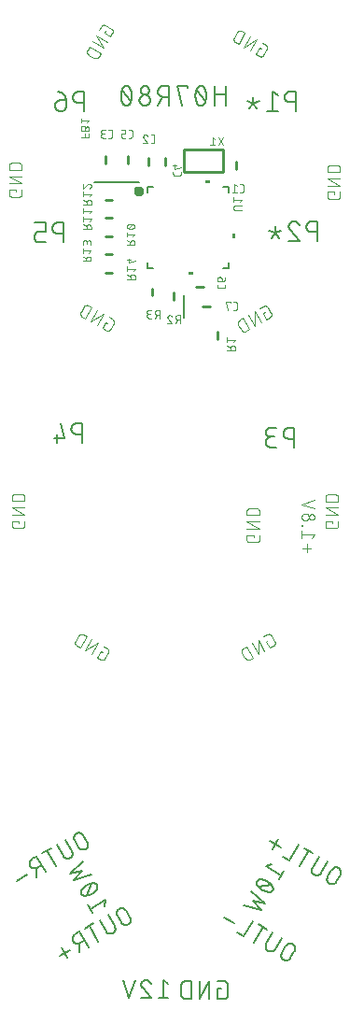
<source format=gbr>
G04 EAGLE Gerber RS-274X export*
G75*
%MOMM*%
%FSLAX34Y34*%
%LPD*%
%INSilkscreen Bottom*%
%IPPOS*%
%AMOC8*
5,1,8,0,0,1.08239X$1,22.5*%
G01*
%ADD10C,0.152400*%
%ADD11C,0.101600*%
%ADD12C,0.254000*%
%ADD13C,0.076200*%
%ADD14C,0.406400*%

G36*
X30841Y297182D02*
X30841Y297182D01*
X30843Y297181D01*
X30886Y297201D01*
X30930Y297219D01*
X30930Y297221D01*
X30932Y297222D01*
X30965Y297307D01*
X30965Y299847D01*
X30964Y299849D01*
X30965Y299851D01*
X30945Y299894D01*
X30927Y299938D01*
X30925Y299938D01*
X30924Y299940D01*
X30839Y299973D01*
X27029Y299973D01*
X27027Y299972D01*
X27025Y299973D01*
X26982Y299953D01*
X26938Y299935D01*
X26938Y299933D01*
X26936Y299932D01*
X26903Y299847D01*
X26903Y297307D01*
X26904Y297305D01*
X26903Y297303D01*
X26923Y297260D01*
X26941Y297216D01*
X26943Y297216D01*
X26944Y297214D01*
X27029Y297181D01*
X30839Y297181D01*
X30841Y297182D01*
G37*
G36*
X54104Y247643D02*
X54104Y247643D01*
X54106Y247642D01*
X54149Y247662D01*
X54193Y247680D01*
X54193Y247682D01*
X54195Y247683D01*
X54228Y247768D01*
X54228Y251578D01*
X54227Y251580D01*
X54228Y251582D01*
X54208Y251625D01*
X54190Y251669D01*
X54188Y251669D01*
X54187Y251671D01*
X54102Y251704D01*
X51562Y251704D01*
X51560Y251703D01*
X51558Y251704D01*
X51515Y251684D01*
X51471Y251666D01*
X51471Y251664D01*
X51469Y251663D01*
X51436Y251578D01*
X51436Y247768D01*
X51437Y247766D01*
X51436Y247764D01*
X51456Y247721D01*
X51474Y247677D01*
X51476Y247677D01*
X51477Y247675D01*
X51562Y247642D01*
X54102Y247642D01*
X54104Y247643D01*
G37*
G36*
X15838Y214378D02*
X15838Y214378D01*
X15840Y214377D01*
X15883Y214397D01*
X15927Y214415D01*
X15927Y214417D01*
X15929Y214418D01*
X15962Y214503D01*
X15962Y217043D01*
X15961Y217045D01*
X15962Y217047D01*
X15942Y217090D01*
X15924Y217134D01*
X15922Y217134D01*
X15921Y217136D01*
X15836Y217169D01*
X12026Y217169D01*
X12024Y217168D01*
X12022Y217169D01*
X11979Y217149D01*
X11935Y217131D01*
X11935Y217129D01*
X11933Y217128D01*
X11900Y217043D01*
X11900Y214503D01*
X11901Y214501D01*
X11900Y214499D01*
X11920Y214456D01*
X11938Y214412D01*
X11940Y214412D01*
X11941Y214410D01*
X12026Y214377D01*
X15836Y214377D01*
X15838Y214378D01*
G37*
D10*
X107808Y57812D02*
X107808Y75592D01*
X102869Y75592D01*
X102729Y75590D01*
X102590Y75584D01*
X102450Y75574D01*
X102311Y75560D01*
X102172Y75543D01*
X102034Y75521D01*
X101897Y75495D01*
X101760Y75466D01*
X101624Y75433D01*
X101490Y75396D01*
X101356Y75355D01*
X101224Y75310D01*
X101092Y75261D01*
X100963Y75209D01*
X100835Y75154D01*
X100708Y75094D01*
X100583Y75031D01*
X100460Y74965D01*
X100339Y74895D01*
X100220Y74822D01*
X100103Y74745D01*
X99989Y74665D01*
X99876Y74582D01*
X99766Y74496D01*
X99659Y74406D01*
X99554Y74314D01*
X99452Y74219D01*
X99352Y74121D01*
X99255Y74020D01*
X99161Y73916D01*
X99071Y73810D01*
X98983Y73701D01*
X98898Y73590D01*
X98817Y73476D01*
X98738Y73361D01*
X98663Y73243D01*
X98592Y73122D01*
X98524Y73000D01*
X98459Y72877D01*
X98398Y72751D01*
X98340Y72623D01*
X98286Y72495D01*
X98236Y72364D01*
X98189Y72232D01*
X98146Y72099D01*
X98107Y71965D01*
X98072Y71830D01*
X98041Y71694D01*
X98013Y71556D01*
X97990Y71419D01*
X97970Y71280D01*
X97954Y71141D01*
X97942Y71002D01*
X97934Y70863D01*
X97930Y70723D01*
X97930Y70583D01*
X97934Y70443D01*
X97942Y70304D01*
X97954Y70165D01*
X97970Y70026D01*
X97990Y69887D01*
X98013Y69750D01*
X98041Y69612D01*
X98072Y69476D01*
X98107Y69341D01*
X98146Y69207D01*
X98189Y69074D01*
X98236Y68942D01*
X98286Y68811D01*
X98340Y68683D01*
X98398Y68555D01*
X98459Y68429D01*
X98524Y68306D01*
X98592Y68183D01*
X98663Y68063D01*
X98738Y67945D01*
X98817Y67830D01*
X98898Y67716D01*
X98983Y67605D01*
X99071Y67496D01*
X99161Y67390D01*
X99255Y67286D01*
X99352Y67185D01*
X99452Y67087D01*
X99554Y66992D01*
X99659Y66900D01*
X99766Y66810D01*
X99876Y66724D01*
X99989Y66641D01*
X100103Y66561D01*
X100220Y66484D01*
X100339Y66411D01*
X100460Y66341D01*
X100583Y66275D01*
X100708Y66212D01*
X100835Y66152D01*
X100963Y66097D01*
X101092Y66045D01*
X101224Y65996D01*
X101356Y65951D01*
X101490Y65910D01*
X101624Y65873D01*
X101760Y65840D01*
X101897Y65811D01*
X102034Y65785D01*
X102172Y65763D01*
X102311Y65746D01*
X102450Y65732D01*
X102590Y65722D01*
X102729Y65716D01*
X102869Y65714D01*
X107808Y65714D01*
X91813Y57812D02*
X86874Y57812D01*
X86734Y57814D01*
X86595Y57820D01*
X86455Y57830D01*
X86316Y57844D01*
X86177Y57861D01*
X86039Y57883D01*
X85902Y57909D01*
X85765Y57938D01*
X85629Y57971D01*
X85495Y58008D01*
X85361Y58049D01*
X85229Y58094D01*
X85097Y58143D01*
X84968Y58195D01*
X84840Y58250D01*
X84713Y58310D01*
X84588Y58373D01*
X84465Y58439D01*
X84344Y58509D01*
X84225Y58582D01*
X84108Y58659D01*
X83994Y58739D01*
X83881Y58822D01*
X83771Y58908D01*
X83664Y58998D01*
X83559Y59090D01*
X83457Y59185D01*
X83357Y59283D01*
X83260Y59384D01*
X83166Y59488D01*
X83076Y59594D01*
X82988Y59703D01*
X82903Y59814D01*
X82822Y59928D01*
X82743Y60043D01*
X82668Y60161D01*
X82597Y60281D01*
X82529Y60404D01*
X82464Y60527D01*
X82403Y60653D01*
X82345Y60781D01*
X82291Y60909D01*
X82241Y61040D01*
X82194Y61172D01*
X82151Y61305D01*
X82112Y61439D01*
X82077Y61574D01*
X82046Y61710D01*
X82018Y61848D01*
X81995Y61985D01*
X81975Y62124D01*
X81959Y62263D01*
X81947Y62402D01*
X81939Y62541D01*
X81935Y62681D01*
X81935Y62821D01*
X81939Y62961D01*
X81947Y63100D01*
X81959Y63239D01*
X81975Y63378D01*
X81995Y63517D01*
X82018Y63654D01*
X82046Y63792D01*
X82077Y63928D01*
X82112Y64063D01*
X82151Y64197D01*
X82194Y64330D01*
X82241Y64462D01*
X82291Y64593D01*
X82345Y64721D01*
X82403Y64849D01*
X82464Y64975D01*
X82529Y65098D01*
X82597Y65220D01*
X82668Y65341D01*
X82743Y65459D01*
X82822Y65574D01*
X82903Y65688D01*
X82988Y65799D01*
X83076Y65908D01*
X83166Y66014D01*
X83260Y66118D01*
X83357Y66219D01*
X83457Y66317D01*
X83559Y66412D01*
X83664Y66504D01*
X83771Y66594D01*
X83881Y66680D01*
X83994Y66763D01*
X84108Y66843D01*
X84225Y66920D01*
X84344Y66993D01*
X84465Y67063D01*
X84588Y67129D01*
X84713Y67192D01*
X84840Y67252D01*
X84968Y67307D01*
X85097Y67359D01*
X85229Y67408D01*
X85361Y67453D01*
X85495Y67494D01*
X85629Y67531D01*
X85765Y67564D01*
X85902Y67593D01*
X86039Y67619D01*
X86177Y67641D01*
X86316Y67658D01*
X86455Y67672D01*
X86595Y67682D01*
X86734Y67688D01*
X86874Y67690D01*
X85886Y75592D02*
X91813Y75592D01*
X85886Y75592D02*
X85762Y75590D01*
X85638Y75584D01*
X85514Y75574D01*
X85391Y75561D01*
X85268Y75543D01*
X85146Y75522D01*
X85024Y75497D01*
X84903Y75468D01*
X84784Y75435D01*
X84665Y75399D01*
X84548Y75358D01*
X84432Y75315D01*
X84317Y75267D01*
X84204Y75216D01*
X84092Y75161D01*
X83983Y75103D01*
X83875Y75042D01*
X83769Y74977D01*
X83665Y74909D01*
X83564Y74837D01*
X83464Y74763D01*
X83368Y74685D01*
X83273Y74605D01*
X83181Y74521D01*
X83092Y74435D01*
X83006Y74346D01*
X82922Y74254D01*
X82842Y74159D01*
X82764Y74063D01*
X82690Y73963D01*
X82618Y73862D01*
X82550Y73758D01*
X82485Y73652D01*
X82424Y73544D01*
X82366Y73435D01*
X82311Y73323D01*
X82260Y73210D01*
X82212Y73095D01*
X82169Y72979D01*
X82128Y72862D01*
X82092Y72743D01*
X82059Y72624D01*
X82030Y72503D01*
X82005Y72381D01*
X81984Y72259D01*
X81966Y72136D01*
X81953Y72013D01*
X81943Y71889D01*
X81937Y71765D01*
X81935Y71641D01*
X81937Y71517D01*
X81943Y71393D01*
X81953Y71269D01*
X81966Y71146D01*
X81984Y71023D01*
X82005Y70901D01*
X82030Y70779D01*
X82059Y70658D01*
X82092Y70539D01*
X82128Y70420D01*
X82169Y70303D01*
X82212Y70187D01*
X82260Y70072D01*
X82311Y69959D01*
X82366Y69847D01*
X82424Y69738D01*
X82485Y69630D01*
X82550Y69524D01*
X82618Y69420D01*
X82690Y69319D01*
X82764Y69219D01*
X82842Y69123D01*
X82922Y69028D01*
X83006Y68936D01*
X83092Y68847D01*
X83181Y68761D01*
X83273Y68677D01*
X83368Y68597D01*
X83464Y68519D01*
X83564Y68445D01*
X83665Y68373D01*
X83769Y68305D01*
X83875Y68240D01*
X83983Y68179D01*
X84092Y68121D01*
X84204Y68066D01*
X84317Y68015D01*
X84432Y67967D01*
X84548Y67924D01*
X84665Y67883D01*
X84784Y67847D01*
X84903Y67814D01*
X85024Y67785D01*
X85146Y67760D01*
X85268Y67739D01*
X85391Y67721D01*
X85514Y67708D01*
X85638Y67698D01*
X85762Y67692D01*
X85886Y67690D01*
X89838Y67690D01*
X128649Y245145D02*
X128649Y262925D01*
X123711Y262925D01*
X123571Y262923D01*
X123432Y262917D01*
X123292Y262907D01*
X123153Y262893D01*
X123014Y262876D01*
X122876Y262854D01*
X122739Y262828D01*
X122602Y262799D01*
X122466Y262766D01*
X122332Y262729D01*
X122198Y262688D01*
X122066Y262643D01*
X121934Y262594D01*
X121805Y262542D01*
X121677Y262487D01*
X121550Y262427D01*
X121425Y262364D01*
X121302Y262298D01*
X121181Y262228D01*
X121062Y262155D01*
X120945Y262078D01*
X120831Y261998D01*
X120718Y261915D01*
X120608Y261829D01*
X120501Y261739D01*
X120396Y261647D01*
X120294Y261552D01*
X120194Y261454D01*
X120097Y261353D01*
X120003Y261249D01*
X119913Y261143D01*
X119825Y261034D01*
X119740Y260923D01*
X119659Y260809D01*
X119580Y260694D01*
X119505Y260576D01*
X119434Y260456D01*
X119366Y260333D01*
X119301Y260210D01*
X119240Y260084D01*
X119182Y259956D01*
X119128Y259828D01*
X119078Y259697D01*
X119031Y259565D01*
X118988Y259432D01*
X118949Y259298D01*
X118914Y259163D01*
X118883Y259027D01*
X118855Y258889D01*
X118832Y258752D01*
X118812Y258613D01*
X118796Y258474D01*
X118784Y258335D01*
X118776Y258196D01*
X118772Y258056D01*
X118772Y257916D01*
X118776Y257776D01*
X118784Y257637D01*
X118796Y257498D01*
X118812Y257359D01*
X118832Y257220D01*
X118855Y257083D01*
X118883Y256945D01*
X118914Y256809D01*
X118949Y256674D01*
X118988Y256540D01*
X119031Y256407D01*
X119078Y256275D01*
X119128Y256144D01*
X119182Y256016D01*
X119240Y255888D01*
X119301Y255762D01*
X119366Y255639D01*
X119434Y255516D01*
X119505Y255396D01*
X119580Y255278D01*
X119659Y255163D01*
X119740Y255049D01*
X119825Y254938D01*
X119913Y254829D01*
X120003Y254723D01*
X120097Y254619D01*
X120194Y254518D01*
X120294Y254420D01*
X120396Y254325D01*
X120501Y254233D01*
X120608Y254143D01*
X120718Y254057D01*
X120831Y253974D01*
X120945Y253894D01*
X121062Y253817D01*
X121181Y253744D01*
X121302Y253674D01*
X121425Y253608D01*
X121550Y253545D01*
X121677Y253485D01*
X121805Y253430D01*
X121934Y253378D01*
X122066Y253329D01*
X122198Y253284D01*
X122332Y253243D01*
X122466Y253206D01*
X122602Y253173D01*
X122739Y253144D01*
X122876Y253118D01*
X123014Y253096D01*
X123153Y253079D01*
X123292Y253065D01*
X123432Y253055D01*
X123571Y253049D01*
X123711Y253047D01*
X128649Y253047D01*
X107222Y262925D02*
X107090Y262923D01*
X106959Y262917D01*
X106827Y262907D01*
X106696Y262894D01*
X106566Y262876D01*
X106436Y262855D01*
X106306Y262830D01*
X106178Y262801D01*
X106050Y262768D01*
X105924Y262731D01*
X105798Y262691D01*
X105674Y262647D01*
X105551Y262599D01*
X105430Y262548D01*
X105310Y262493D01*
X105192Y262435D01*
X105076Y262373D01*
X104962Y262307D01*
X104849Y262239D01*
X104739Y262167D01*
X104631Y262092D01*
X104525Y262013D01*
X104421Y261932D01*
X104320Y261847D01*
X104222Y261760D01*
X104126Y261669D01*
X104033Y261576D01*
X103942Y261480D01*
X103855Y261382D01*
X103770Y261281D01*
X103689Y261177D01*
X103610Y261071D01*
X103535Y260963D01*
X103463Y260853D01*
X103395Y260740D01*
X103329Y260626D01*
X103267Y260510D01*
X103209Y260392D01*
X103154Y260272D01*
X103103Y260151D01*
X103055Y260028D01*
X103011Y259904D01*
X102971Y259778D01*
X102934Y259652D01*
X102901Y259524D01*
X102872Y259396D01*
X102847Y259266D01*
X102826Y259136D01*
X102808Y259006D01*
X102795Y258875D01*
X102785Y258743D01*
X102779Y258612D01*
X102777Y258480D01*
X107222Y262925D02*
X107372Y262923D01*
X107521Y262917D01*
X107670Y262907D01*
X107819Y262894D01*
X107968Y262876D01*
X108116Y262855D01*
X108264Y262829D01*
X108410Y262800D01*
X108556Y262767D01*
X108701Y262730D01*
X108845Y262689D01*
X108988Y262645D01*
X109130Y262597D01*
X109270Y262545D01*
X109409Y262490D01*
X109547Y262431D01*
X109682Y262368D01*
X109817Y262302D01*
X109949Y262232D01*
X110079Y262159D01*
X110208Y262082D01*
X110335Y262002D01*
X110459Y261919D01*
X110581Y261833D01*
X110701Y261743D01*
X110818Y261650D01*
X110933Y261555D01*
X111046Y261456D01*
X111156Y261354D01*
X111263Y261250D01*
X111367Y261143D01*
X111469Y261033D01*
X111567Y260920D01*
X111663Y260805D01*
X111755Y260687D01*
X111845Y260567D01*
X111931Y260445D01*
X112014Y260321D01*
X112094Y260194D01*
X112170Y260066D01*
X112243Y259935D01*
X112313Y259802D01*
X112379Y259668D01*
X112441Y259532D01*
X112500Y259395D01*
X112556Y259256D01*
X112607Y259115D01*
X112655Y258974D01*
X104259Y255023D02*
X104163Y255116D01*
X104071Y255212D01*
X103981Y255311D01*
X103894Y255412D01*
X103810Y255515D01*
X103728Y255620D01*
X103650Y255728D01*
X103575Y255838D01*
X103502Y255950D01*
X103433Y256064D01*
X103367Y256180D01*
X103305Y256298D01*
X103246Y256417D01*
X103190Y256538D01*
X103137Y256661D01*
X103088Y256785D01*
X103043Y256910D01*
X103000Y257037D01*
X102962Y257164D01*
X102927Y257293D01*
X102896Y257422D01*
X102868Y257553D01*
X102844Y257684D01*
X102823Y257816D01*
X102807Y257948D01*
X102794Y258081D01*
X102784Y258214D01*
X102779Y258347D01*
X102777Y258480D01*
X104258Y255022D02*
X112654Y245145D01*
X102777Y245145D01*
X90407Y252059D02*
X90407Y257986D01*
X90407Y252059D02*
X86950Y247614D01*
X90407Y252059D02*
X93864Y247614D01*
X90407Y252059D02*
X84974Y254035D01*
X90407Y252059D02*
X95840Y254035D01*
D11*
X-64698Y433549D02*
X-63724Y435236D01*
X-64698Y433549D02*
X-59077Y430304D01*
X-57129Y433677D01*
X-57130Y433677D02*
X-57082Y433764D01*
X-57037Y433853D01*
X-56996Y433943D01*
X-56958Y434035D01*
X-56924Y434129D01*
X-56893Y434223D01*
X-56866Y434319D01*
X-56843Y434416D01*
X-56823Y434513D01*
X-56808Y434612D01*
X-56796Y434710D01*
X-56787Y434809D01*
X-56783Y434909D01*
X-56782Y435008D01*
X-56785Y435108D01*
X-56792Y435207D01*
X-56803Y435306D01*
X-56818Y435404D01*
X-56836Y435502D01*
X-56858Y435599D01*
X-56884Y435695D01*
X-56913Y435790D01*
X-56946Y435884D01*
X-56983Y435976D01*
X-57023Y436067D01*
X-57066Y436157D01*
X-57113Y436244D01*
X-57164Y436330D01*
X-57217Y436414D01*
X-57274Y436496D01*
X-57334Y436575D01*
X-57396Y436652D01*
X-57462Y436727D01*
X-57531Y436799D01*
X-57602Y436868D01*
X-57676Y436935D01*
X-57752Y436999D01*
X-57831Y437060D01*
X-57912Y437117D01*
X-57995Y437172D01*
X-58080Y437223D01*
X-63701Y440469D01*
X-63701Y440468D02*
X-63788Y440516D01*
X-63877Y440561D01*
X-63967Y440602D01*
X-64059Y440640D01*
X-64153Y440674D01*
X-64247Y440705D01*
X-64343Y440732D01*
X-64440Y440755D01*
X-64537Y440775D01*
X-64636Y440790D01*
X-64734Y440802D01*
X-64833Y440811D01*
X-64933Y440815D01*
X-65032Y440816D01*
X-65132Y440813D01*
X-65231Y440806D01*
X-65330Y440795D01*
X-65428Y440780D01*
X-65526Y440762D01*
X-65623Y440740D01*
X-65719Y440714D01*
X-65814Y440685D01*
X-65908Y440652D01*
X-66000Y440615D01*
X-66091Y440575D01*
X-66180Y440532D01*
X-66268Y440485D01*
X-66354Y440434D01*
X-66438Y440381D01*
X-66519Y440324D01*
X-66599Y440264D01*
X-66676Y440202D01*
X-66751Y440136D01*
X-66823Y440067D01*
X-66892Y439996D01*
X-66959Y439922D01*
X-67023Y439846D01*
X-67083Y439767D01*
X-67141Y439686D01*
X-67196Y439603D01*
X-67247Y439518D01*
X-67248Y439519D02*
X-69195Y436146D01*
X-72046Y431209D02*
X-61927Y425367D01*
X-65173Y419745D02*
X-72046Y431209D01*
X-75291Y425587D02*
X-65173Y419745D01*
X-68023Y414808D02*
X-78142Y420650D01*
X-79764Y417839D01*
X-79765Y417840D02*
X-79820Y417741D01*
X-79871Y417640D01*
X-79919Y417537D01*
X-79964Y417433D01*
X-80004Y417327D01*
X-80041Y417220D01*
X-80074Y417112D01*
X-80104Y417002D01*
X-80129Y416892D01*
X-80151Y416781D01*
X-80168Y416669D01*
X-80182Y416556D01*
X-80192Y416443D01*
X-80198Y416330D01*
X-80200Y416217D01*
X-80198Y416104D01*
X-80192Y415991D01*
X-80182Y415878D01*
X-80168Y415765D01*
X-80151Y415653D01*
X-80129Y415542D01*
X-80104Y415432D01*
X-80074Y415322D01*
X-80041Y415214D01*
X-80004Y415107D01*
X-79964Y415001D01*
X-79919Y414897D01*
X-79871Y414794D01*
X-79820Y414693D01*
X-79765Y414594D01*
X-79707Y414497D01*
X-79645Y414402D01*
X-79580Y414309D01*
X-79512Y414219D01*
X-79441Y414131D01*
X-79366Y414045D01*
X-79289Y413962D01*
X-79209Y413882D01*
X-79126Y413805D01*
X-79040Y413730D01*
X-78952Y413659D01*
X-78862Y413591D01*
X-78769Y413526D01*
X-78674Y413464D01*
X-78577Y413406D01*
X-78576Y413406D02*
X-74079Y410809D01*
X-74080Y410809D02*
X-73981Y410754D01*
X-73880Y410703D01*
X-73777Y410655D01*
X-73673Y410610D01*
X-73567Y410570D01*
X-73460Y410533D01*
X-73352Y410500D01*
X-73242Y410470D01*
X-73132Y410445D01*
X-73021Y410423D01*
X-72909Y410406D01*
X-72796Y410392D01*
X-72683Y410382D01*
X-72570Y410376D01*
X-72457Y410374D01*
X-72344Y410376D01*
X-72231Y410382D01*
X-72118Y410392D01*
X-72005Y410406D01*
X-71893Y410423D01*
X-71782Y410445D01*
X-71672Y410470D01*
X-71562Y410500D01*
X-71454Y410533D01*
X-71347Y410570D01*
X-71241Y410610D01*
X-71137Y410655D01*
X-71034Y410703D01*
X-70933Y410754D01*
X-70834Y410809D01*
X-70737Y410867D01*
X-70642Y410929D01*
X-70549Y410994D01*
X-70459Y411062D01*
X-70370Y411133D01*
X-70285Y411208D01*
X-70202Y411285D01*
X-70122Y411365D01*
X-70045Y411448D01*
X-69970Y411534D01*
X-69899Y411622D01*
X-69831Y411712D01*
X-69766Y411805D01*
X-69704Y411900D01*
X-69646Y411997D01*
X-68023Y414808D01*
X75983Y419924D02*
X77669Y418951D01*
X75983Y419924D02*
X72737Y414303D01*
X76110Y412356D01*
X76197Y412308D01*
X76286Y412263D01*
X76376Y412222D01*
X76468Y412184D01*
X76562Y412150D01*
X76656Y412119D01*
X76752Y412092D01*
X76849Y412069D01*
X76946Y412049D01*
X77045Y412034D01*
X77143Y412022D01*
X77242Y412013D01*
X77342Y412009D01*
X77441Y412008D01*
X77541Y412011D01*
X77640Y412018D01*
X77739Y412029D01*
X77837Y412044D01*
X77935Y412062D01*
X78032Y412084D01*
X78128Y412110D01*
X78223Y412139D01*
X78317Y412172D01*
X78409Y412209D01*
X78500Y412249D01*
X78590Y412292D01*
X78677Y412339D01*
X78763Y412390D01*
X78847Y412443D01*
X78929Y412500D01*
X79008Y412560D01*
X79085Y412622D01*
X79160Y412688D01*
X79232Y412757D01*
X79301Y412828D01*
X79368Y412902D01*
X79432Y412978D01*
X79493Y413057D01*
X79550Y413138D01*
X79605Y413221D01*
X79656Y413306D01*
X79657Y413306D02*
X82903Y418927D01*
X82902Y418928D02*
X82950Y419015D01*
X82995Y419104D01*
X83036Y419194D01*
X83074Y419286D01*
X83108Y419380D01*
X83139Y419474D01*
X83166Y419570D01*
X83189Y419667D01*
X83209Y419764D01*
X83224Y419863D01*
X83236Y419961D01*
X83245Y420060D01*
X83249Y420160D01*
X83250Y420259D01*
X83247Y420359D01*
X83240Y420458D01*
X83229Y420557D01*
X83214Y420655D01*
X83196Y420753D01*
X83174Y420850D01*
X83148Y420946D01*
X83119Y421041D01*
X83086Y421135D01*
X83049Y421227D01*
X83009Y421318D01*
X82966Y421408D01*
X82919Y421495D01*
X82868Y421581D01*
X82815Y421665D01*
X82758Y421747D01*
X82698Y421826D01*
X82636Y421903D01*
X82570Y421978D01*
X82501Y422050D01*
X82430Y422119D01*
X82356Y422186D01*
X82280Y422250D01*
X82201Y422310D01*
X82120Y422368D01*
X82037Y422423D01*
X81952Y422474D01*
X78579Y424422D01*
X73642Y427272D02*
X67800Y417153D01*
X62179Y420399D02*
X73642Y427272D01*
X68021Y430518D02*
X62179Y420399D01*
X57242Y423249D02*
X63084Y433368D01*
X60273Y434991D01*
X60174Y435046D01*
X60073Y435097D01*
X59970Y435145D01*
X59866Y435190D01*
X59760Y435230D01*
X59653Y435267D01*
X59545Y435300D01*
X59435Y435330D01*
X59325Y435355D01*
X59214Y435377D01*
X59102Y435394D01*
X58989Y435408D01*
X58876Y435418D01*
X58763Y435424D01*
X58650Y435426D01*
X58537Y435424D01*
X58424Y435418D01*
X58311Y435408D01*
X58198Y435394D01*
X58086Y435377D01*
X57975Y435355D01*
X57865Y435330D01*
X57755Y435300D01*
X57647Y435267D01*
X57540Y435230D01*
X57434Y435190D01*
X57330Y435145D01*
X57227Y435097D01*
X57126Y435046D01*
X57027Y434991D01*
X56930Y434933D01*
X56835Y434871D01*
X56742Y434806D01*
X56652Y434738D01*
X56564Y434667D01*
X56478Y434592D01*
X56395Y434515D01*
X56315Y434435D01*
X56238Y434352D01*
X56163Y434266D01*
X56092Y434178D01*
X56024Y434088D01*
X55959Y433995D01*
X55897Y433900D01*
X55839Y433803D01*
X55840Y433803D02*
X53243Y429306D01*
X53188Y429207D01*
X53137Y429106D01*
X53089Y429003D01*
X53044Y428899D01*
X53004Y428793D01*
X52967Y428686D01*
X52934Y428578D01*
X52904Y428468D01*
X52879Y428358D01*
X52857Y428247D01*
X52840Y428135D01*
X52826Y428022D01*
X52816Y427909D01*
X52810Y427796D01*
X52808Y427683D01*
X52810Y427570D01*
X52816Y427457D01*
X52826Y427344D01*
X52840Y427231D01*
X52857Y427119D01*
X52879Y427008D01*
X52904Y426898D01*
X52934Y426788D01*
X52967Y426680D01*
X53004Y426573D01*
X53044Y426467D01*
X53089Y426363D01*
X53137Y426260D01*
X53188Y426159D01*
X53243Y426060D01*
X53301Y425963D01*
X53363Y425868D01*
X53428Y425775D01*
X53496Y425685D01*
X53567Y425596D01*
X53642Y425511D01*
X53719Y425428D01*
X53799Y425348D01*
X53882Y425271D01*
X53968Y425196D01*
X54056Y425125D01*
X54146Y425057D01*
X54239Y424992D01*
X54334Y424930D01*
X54431Y424872D01*
X57242Y423249D01*
D10*
X108869Y380463D02*
X108869Y362683D01*
X108869Y380463D02*
X103930Y380463D01*
X103790Y380461D01*
X103651Y380455D01*
X103511Y380445D01*
X103372Y380431D01*
X103233Y380414D01*
X103095Y380392D01*
X102958Y380366D01*
X102821Y380337D01*
X102685Y380304D01*
X102551Y380267D01*
X102417Y380226D01*
X102285Y380181D01*
X102153Y380132D01*
X102024Y380080D01*
X101896Y380025D01*
X101769Y379965D01*
X101644Y379902D01*
X101521Y379836D01*
X101400Y379766D01*
X101281Y379693D01*
X101164Y379616D01*
X101050Y379536D01*
X100937Y379453D01*
X100827Y379367D01*
X100720Y379277D01*
X100615Y379185D01*
X100513Y379090D01*
X100413Y378992D01*
X100316Y378891D01*
X100222Y378787D01*
X100132Y378681D01*
X100044Y378572D01*
X99959Y378461D01*
X99878Y378347D01*
X99799Y378232D01*
X99724Y378114D01*
X99653Y377994D01*
X99585Y377871D01*
X99520Y377748D01*
X99459Y377622D01*
X99401Y377494D01*
X99347Y377366D01*
X99297Y377235D01*
X99250Y377103D01*
X99207Y376970D01*
X99168Y376836D01*
X99133Y376701D01*
X99102Y376565D01*
X99074Y376427D01*
X99051Y376290D01*
X99031Y376151D01*
X99015Y376012D01*
X99003Y375873D01*
X98995Y375734D01*
X98991Y375594D01*
X98991Y375454D01*
X98995Y375314D01*
X99003Y375175D01*
X99015Y375036D01*
X99031Y374897D01*
X99051Y374758D01*
X99074Y374621D01*
X99102Y374483D01*
X99133Y374347D01*
X99168Y374212D01*
X99207Y374078D01*
X99250Y373945D01*
X99297Y373813D01*
X99347Y373682D01*
X99401Y373554D01*
X99459Y373426D01*
X99520Y373300D01*
X99585Y373177D01*
X99653Y373055D01*
X99724Y372934D01*
X99799Y372816D01*
X99878Y372701D01*
X99959Y372587D01*
X100044Y372476D01*
X100132Y372367D01*
X100222Y372261D01*
X100316Y372157D01*
X100413Y372056D01*
X100513Y371958D01*
X100615Y371863D01*
X100720Y371771D01*
X100827Y371681D01*
X100937Y371595D01*
X101050Y371512D01*
X101164Y371432D01*
X101281Y371355D01*
X101400Y371282D01*
X101521Y371212D01*
X101644Y371146D01*
X101769Y371083D01*
X101896Y371023D01*
X102024Y370968D01*
X102153Y370916D01*
X102285Y370867D01*
X102417Y370822D01*
X102551Y370781D01*
X102685Y370744D01*
X102821Y370711D01*
X102958Y370682D01*
X103095Y370656D01*
X103233Y370634D01*
X103372Y370617D01*
X103511Y370603D01*
X103651Y370593D01*
X103790Y370587D01*
X103930Y370585D01*
X108869Y370585D01*
X92874Y376512D02*
X87935Y380463D01*
X87935Y362683D01*
X92874Y362683D02*
X82996Y362683D01*
X70627Y369597D02*
X70627Y375524D01*
X70627Y369597D02*
X67169Y365152D01*
X70627Y369597D02*
X74084Y365152D01*
X70627Y369597D02*
X65194Y371573D01*
X70627Y369597D02*
X76059Y371573D01*
X-84563Y79759D02*
X-84563Y61979D01*
X-84563Y79759D02*
X-89502Y79759D01*
X-89642Y79757D01*
X-89781Y79751D01*
X-89921Y79741D01*
X-90060Y79727D01*
X-90199Y79710D01*
X-90337Y79688D01*
X-90474Y79662D01*
X-90611Y79633D01*
X-90747Y79600D01*
X-90881Y79563D01*
X-91015Y79522D01*
X-91147Y79477D01*
X-91279Y79428D01*
X-91408Y79376D01*
X-91536Y79321D01*
X-91663Y79261D01*
X-91788Y79198D01*
X-91911Y79132D01*
X-92032Y79062D01*
X-92151Y78989D01*
X-92268Y78912D01*
X-92382Y78832D01*
X-92495Y78749D01*
X-92605Y78663D01*
X-92712Y78573D01*
X-92817Y78481D01*
X-92919Y78386D01*
X-93019Y78288D01*
X-93116Y78187D01*
X-93210Y78083D01*
X-93300Y77977D01*
X-93388Y77868D01*
X-93473Y77757D01*
X-93554Y77643D01*
X-93633Y77528D01*
X-93708Y77410D01*
X-93779Y77289D01*
X-93847Y77167D01*
X-93912Y77044D01*
X-93973Y76918D01*
X-94031Y76790D01*
X-94085Y76662D01*
X-94135Y76531D01*
X-94182Y76399D01*
X-94225Y76266D01*
X-94264Y76132D01*
X-94299Y75997D01*
X-94330Y75861D01*
X-94358Y75723D01*
X-94381Y75586D01*
X-94401Y75447D01*
X-94417Y75308D01*
X-94429Y75169D01*
X-94437Y75030D01*
X-94441Y74890D01*
X-94441Y74750D01*
X-94437Y74610D01*
X-94429Y74471D01*
X-94417Y74332D01*
X-94401Y74193D01*
X-94381Y74054D01*
X-94358Y73917D01*
X-94330Y73779D01*
X-94299Y73643D01*
X-94264Y73508D01*
X-94225Y73374D01*
X-94182Y73241D01*
X-94135Y73109D01*
X-94085Y72978D01*
X-94031Y72850D01*
X-93973Y72722D01*
X-93912Y72596D01*
X-93847Y72473D01*
X-93779Y72350D01*
X-93708Y72230D01*
X-93633Y72112D01*
X-93554Y71997D01*
X-93473Y71883D01*
X-93388Y71772D01*
X-93300Y71663D01*
X-93210Y71557D01*
X-93116Y71453D01*
X-93019Y71352D01*
X-92919Y71254D01*
X-92817Y71159D01*
X-92712Y71067D01*
X-92605Y70977D01*
X-92495Y70891D01*
X-92382Y70808D01*
X-92268Y70728D01*
X-92151Y70651D01*
X-92032Y70578D01*
X-91911Y70508D01*
X-91788Y70442D01*
X-91663Y70379D01*
X-91536Y70319D01*
X-91408Y70264D01*
X-91279Y70212D01*
X-91147Y70163D01*
X-91015Y70118D01*
X-90881Y70077D01*
X-90747Y70040D01*
X-90611Y70007D01*
X-90474Y69978D01*
X-90337Y69952D01*
X-90199Y69930D01*
X-90060Y69913D01*
X-89921Y69899D01*
X-89781Y69889D01*
X-89642Y69883D01*
X-89502Y69881D01*
X-84563Y69881D01*
X-100558Y65930D02*
X-104509Y79759D01*
X-100558Y65930D02*
X-110436Y65930D01*
X-107473Y69881D02*
X-107473Y61979D01*
X45341Y367665D02*
X45341Y385445D01*
X45341Y377543D02*
X35464Y377543D01*
X35464Y385445D02*
X35464Y367665D01*
X28033Y376555D02*
X28029Y376905D01*
X28016Y377254D01*
X27995Y377603D01*
X27966Y377952D01*
X27929Y378300D01*
X27883Y378647D01*
X27829Y378992D01*
X27767Y379336D01*
X27696Y379679D01*
X27617Y380020D01*
X27531Y380359D01*
X27436Y380695D01*
X27333Y381030D01*
X27222Y381361D01*
X27104Y381691D01*
X26977Y382017D01*
X26843Y382340D01*
X26701Y382659D01*
X26551Y382976D01*
X26551Y382975D02*
X26511Y383088D01*
X26467Y383198D01*
X26419Y383308D01*
X26368Y383415D01*
X26313Y383521D01*
X26255Y383626D01*
X26193Y383728D01*
X26128Y383828D01*
X26060Y383926D01*
X25989Y384022D01*
X25914Y384115D01*
X25837Y384206D01*
X25757Y384294D01*
X25674Y384379D01*
X25588Y384462D01*
X25499Y384542D01*
X25408Y384619D01*
X25314Y384693D01*
X25218Y384764D01*
X25120Y384832D01*
X25020Y384896D01*
X24917Y384958D01*
X24813Y385015D01*
X24707Y385070D01*
X24599Y385121D01*
X24489Y385168D01*
X24378Y385212D01*
X24266Y385252D01*
X24152Y385288D01*
X24038Y385321D01*
X23922Y385350D01*
X23805Y385375D01*
X23688Y385396D01*
X23570Y385414D01*
X23451Y385427D01*
X23332Y385437D01*
X23213Y385443D01*
X23094Y385445D01*
X22975Y385443D01*
X22856Y385437D01*
X22737Y385427D01*
X22618Y385414D01*
X22500Y385396D01*
X22383Y385375D01*
X22266Y385350D01*
X22150Y385321D01*
X22036Y385288D01*
X21922Y385252D01*
X21810Y385212D01*
X21699Y385168D01*
X21589Y385121D01*
X21481Y385070D01*
X21375Y385015D01*
X21271Y384958D01*
X21168Y384896D01*
X21068Y384832D01*
X20970Y384764D01*
X20874Y384693D01*
X20780Y384619D01*
X20689Y384542D01*
X20600Y384462D01*
X20515Y384379D01*
X20431Y384294D01*
X20351Y384206D01*
X20274Y384115D01*
X20199Y384022D01*
X20128Y383926D01*
X20060Y383828D01*
X19995Y383728D01*
X19933Y383626D01*
X19875Y383521D01*
X19820Y383416D01*
X19769Y383308D01*
X19721Y383198D01*
X19677Y383088D01*
X19637Y382975D01*
X19637Y382976D02*
X19487Y382659D01*
X19345Y382340D01*
X19211Y382017D01*
X19084Y381691D01*
X18966Y381361D01*
X18855Y381030D01*
X18752Y380695D01*
X18657Y380359D01*
X18571Y380020D01*
X18492Y379679D01*
X18421Y379336D01*
X18359Y378992D01*
X18305Y378647D01*
X18259Y378300D01*
X18222Y377952D01*
X18193Y377603D01*
X18172Y377254D01*
X18159Y376905D01*
X18155Y376555D01*
X28032Y376555D02*
X28028Y376205D01*
X28015Y375856D01*
X27994Y375507D01*
X27965Y375158D01*
X27928Y374810D01*
X27882Y374463D01*
X27828Y374118D01*
X27766Y373774D01*
X27695Y373431D01*
X27616Y373090D01*
X27530Y372751D01*
X27435Y372415D01*
X27332Y372080D01*
X27221Y371749D01*
X27103Y371420D01*
X26976Y371093D01*
X26842Y370770D01*
X26700Y370451D01*
X26550Y370135D01*
X26551Y370135D02*
X26511Y370022D01*
X26467Y369912D01*
X26419Y369802D01*
X26368Y369695D01*
X26313Y369589D01*
X26255Y369484D01*
X26193Y369382D01*
X26128Y369282D01*
X26060Y369184D01*
X25989Y369088D01*
X25914Y368995D01*
X25837Y368904D01*
X25757Y368816D01*
X25674Y368731D01*
X25588Y368648D01*
X25499Y368568D01*
X25408Y368491D01*
X25314Y368417D01*
X25218Y368346D01*
X25120Y368278D01*
X25020Y368214D01*
X24917Y368152D01*
X24813Y368095D01*
X24707Y368040D01*
X24599Y367989D01*
X24489Y367942D01*
X24378Y367898D01*
X24266Y367858D01*
X24152Y367822D01*
X24038Y367789D01*
X23922Y367760D01*
X23805Y367735D01*
X23688Y367714D01*
X23570Y367696D01*
X23451Y367683D01*
X23332Y367673D01*
X23213Y367667D01*
X23094Y367665D01*
X19637Y370135D02*
X19487Y370451D01*
X19345Y370770D01*
X19211Y371093D01*
X19084Y371420D01*
X18966Y371749D01*
X18855Y372080D01*
X18752Y372415D01*
X18657Y372751D01*
X18571Y373090D01*
X18492Y373431D01*
X18421Y373774D01*
X18359Y374118D01*
X18305Y374463D01*
X18259Y374810D01*
X18222Y375158D01*
X18193Y375507D01*
X18172Y375856D01*
X18159Y376205D01*
X18155Y376555D01*
X19637Y370135D02*
X19677Y370022D01*
X19721Y369912D01*
X19769Y369802D01*
X19820Y369694D01*
X19875Y369588D01*
X19933Y369484D01*
X19995Y369382D01*
X20060Y369282D01*
X20128Y369184D01*
X20199Y369088D01*
X20274Y368995D01*
X20351Y368904D01*
X20431Y368816D01*
X20515Y368731D01*
X20600Y368648D01*
X20689Y368568D01*
X20780Y368491D01*
X20874Y368417D01*
X20970Y368346D01*
X21068Y368278D01*
X21168Y368214D01*
X21271Y368152D01*
X21375Y368094D01*
X21481Y368040D01*
X21589Y367989D01*
X21699Y367942D01*
X21810Y367898D01*
X21922Y367858D01*
X22036Y367822D01*
X22150Y367789D01*
X22266Y367760D01*
X22383Y367735D01*
X22500Y367714D01*
X22618Y367696D01*
X22737Y367683D01*
X22856Y367673D01*
X22975Y367667D01*
X23094Y367665D01*
X27045Y371616D02*
X19143Y381494D01*
X11282Y383469D02*
X11282Y385445D01*
X1404Y385445D01*
X6343Y367665D01*
X-6112Y367665D02*
X-6112Y385445D01*
X-11051Y385445D01*
X-11191Y385443D01*
X-11330Y385437D01*
X-11470Y385427D01*
X-11609Y385413D01*
X-11748Y385396D01*
X-11886Y385374D01*
X-12023Y385348D01*
X-12160Y385319D01*
X-12296Y385286D01*
X-12430Y385249D01*
X-12564Y385208D01*
X-12696Y385163D01*
X-12828Y385114D01*
X-12957Y385062D01*
X-13085Y385007D01*
X-13212Y384947D01*
X-13337Y384884D01*
X-13460Y384818D01*
X-13581Y384748D01*
X-13700Y384675D01*
X-13817Y384598D01*
X-13931Y384518D01*
X-14044Y384435D01*
X-14154Y384349D01*
X-14261Y384259D01*
X-14366Y384167D01*
X-14468Y384072D01*
X-14568Y383974D01*
X-14665Y383873D01*
X-14759Y383769D01*
X-14849Y383663D01*
X-14937Y383554D01*
X-15022Y383443D01*
X-15103Y383329D01*
X-15182Y383214D01*
X-15257Y383096D01*
X-15328Y382976D01*
X-15396Y382853D01*
X-15461Y382730D01*
X-15522Y382604D01*
X-15580Y382476D01*
X-15634Y382348D01*
X-15684Y382217D01*
X-15731Y382085D01*
X-15774Y381952D01*
X-15813Y381818D01*
X-15848Y381683D01*
X-15879Y381547D01*
X-15907Y381409D01*
X-15930Y381272D01*
X-15950Y381133D01*
X-15966Y380994D01*
X-15978Y380855D01*
X-15986Y380716D01*
X-15990Y380576D01*
X-15990Y380436D01*
X-15986Y380296D01*
X-15978Y380157D01*
X-15966Y380018D01*
X-15950Y379879D01*
X-15930Y379740D01*
X-15907Y379603D01*
X-15879Y379465D01*
X-15848Y379329D01*
X-15813Y379194D01*
X-15774Y379060D01*
X-15731Y378927D01*
X-15684Y378795D01*
X-15634Y378664D01*
X-15580Y378536D01*
X-15522Y378408D01*
X-15461Y378282D01*
X-15396Y378159D01*
X-15328Y378037D01*
X-15257Y377916D01*
X-15182Y377798D01*
X-15103Y377683D01*
X-15022Y377569D01*
X-14937Y377458D01*
X-14849Y377349D01*
X-14759Y377243D01*
X-14665Y377139D01*
X-14568Y377038D01*
X-14468Y376940D01*
X-14366Y376845D01*
X-14261Y376753D01*
X-14154Y376663D01*
X-14044Y376577D01*
X-13931Y376494D01*
X-13817Y376414D01*
X-13700Y376337D01*
X-13581Y376264D01*
X-13460Y376194D01*
X-13337Y376128D01*
X-13212Y376065D01*
X-13085Y376005D01*
X-12957Y375950D01*
X-12828Y375898D01*
X-12696Y375849D01*
X-12564Y375804D01*
X-12430Y375763D01*
X-12296Y375726D01*
X-12160Y375693D01*
X-12023Y375664D01*
X-11886Y375638D01*
X-11748Y375616D01*
X-11609Y375599D01*
X-11470Y375585D01*
X-11330Y375575D01*
X-11191Y375569D01*
X-11051Y375567D01*
X-6112Y375567D01*
X-12039Y375567D02*
X-15990Y367665D01*
X-22777Y372604D02*
X-22779Y372744D01*
X-22785Y372883D01*
X-22795Y373023D01*
X-22809Y373162D01*
X-22826Y373301D01*
X-22848Y373439D01*
X-22874Y373576D01*
X-22903Y373713D01*
X-22936Y373849D01*
X-22973Y373983D01*
X-23014Y374117D01*
X-23059Y374249D01*
X-23108Y374381D01*
X-23160Y374510D01*
X-23215Y374638D01*
X-23275Y374765D01*
X-23338Y374890D01*
X-23404Y375013D01*
X-23474Y375134D01*
X-23547Y375253D01*
X-23624Y375370D01*
X-23704Y375484D01*
X-23787Y375597D01*
X-23873Y375707D01*
X-23963Y375814D01*
X-24055Y375919D01*
X-24150Y376021D01*
X-24248Y376121D01*
X-24349Y376218D01*
X-24453Y376312D01*
X-24559Y376402D01*
X-24668Y376490D01*
X-24779Y376575D01*
X-24893Y376656D01*
X-25008Y376735D01*
X-25126Y376810D01*
X-25246Y376881D01*
X-25369Y376949D01*
X-25492Y377014D01*
X-25618Y377075D01*
X-25746Y377133D01*
X-25874Y377187D01*
X-26005Y377237D01*
X-26137Y377284D01*
X-26270Y377327D01*
X-26404Y377366D01*
X-26539Y377401D01*
X-26675Y377432D01*
X-26813Y377460D01*
X-26950Y377483D01*
X-27089Y377503D01*
X-27228Y377519D01*
X-27367Y377531D01*
X-27506Y377539D01*
X-27646Y377543D01*
X-27786Y377543D01*
X-27926Y377539D01*
X-28065Y377531D01*
X-28204Y377519D01*
X-28343Y377503D01*
X-28482Y377483D01*
X-28619Y377460D01*
X-28757Y377432D01*
X-28893Y377401D01*
X-29028Y377366D01*
X-29162Y377327D01*
X-29295Y377284D01*
X-29427Y377237D01*
X-29558Y377187D01*
X-29686Y377133D01*
X-29814Y377075D01*
X-29940Y377014D01*
X-30063Y376949D01*
X-30186Y376881D01*
X-30306Y376810D01*
X-30424Y376735D01*
X-30539Y376656D01*
X-30653Y376575D01*
X-30764Y376490D01*
X-30873Y376402D01*
X-30979Y376312D01*
X-31083Y376218D01*
X-31184Y376121D01*
X-31282Y376021D01*
X-31377Y375919D01*
X-31469Y375814D01*
X-31559Y375707D01*
X-31645Y375597D01*
X-31728Y375484D01*
X-31808Y375370D01*
X-31885Y375253D01*
X-31958Y375134D01*
X-32028Y375013D01*
X-32094Y374890D01*
X-32157Y374765D01*
X-32217Y374638D01*
X-32272Y374510D01*
X-32324Y374381D01*
X-32373Y374249D01*
X-32418Y374117D01*
X-32459Y373983D01*
X-32496Y373849D01*
X-32529Y373713D01*
X-32558Y373576D01*
X-32584Y373439D01*
X-32606Y373301D01*
X-32623Y373162D01*
X-32637Y373023D01*
X-32647Y372883D01*
X-32653Y372744D01*
X-32655Y372604D01*
X-32653Y372464D01*
X-32647Y372325D01*
X-32637Y372185D01*
X-32623Y372046D01*
X-32606Y371907D01*
X-32584Y371769D01*
X-32558Y371632D01*
X-32529Y371495D01*
X-32496Y371359D01*
X-32459Y371225D01*
X-32418Y371091D01*
X-32373Y370959D01*
X-32324Y370827D01*
X-32272Y370698D01*
X-32217Y370570D01*
X-32157Y370443D01*
X-32094Y370318D01*
X-32028Y370195D01*
X-31958Y370074D01*
X-31885Y369955D01*
X-31808Y369838D01*
X-31728Y369724D01*
X-31645Y369611D01*
X-31559Y369501D01*
X-31469Y369394D01*
X-31377Y369289D01*
X-31282Y369187D01*
X-31184Y369087D01*
X-31083Y368990D01*
X-30979Y368896D01*
X-30873Y368806D01*
X-30764Y368718D01*
X-30653Y368633D01*
X-30539Y368552D01*
X-30424Y368473D01*
X-30306Y368398D01*
X-30185Y368327D01*
X-30063Y368259D01*
X-29940Y368194D01*
X-29814Y368133D01*
X-29686Y368075D01*
X-29558Y368021D01*
X-29427Y367971D01*
X-29295Y367924D01*
X-29162Y367881D01*
X-29028Y367842D01*
X-28893Y367807D01*
X-28757Y367776D01*
X-28619Y367748D01*
X-28482Y367725D01*
X-28343Y367705D01*
X-28204Y367689D01*
X-28065Y367677D01*
X-27926Y367669D01*
X-27786Y367665D01*
X-27646Y367665D01*
X-27506Y367669D01*
X-27367Y367677D01*
X-27228Y367689D01*
X-27089Y367705D01*
X-26950Y367725D01*
X-26813Y367748D01*
X-26675Y367776D01*
X-26539Y367807D01*
X-26404Y367842D01*
X-26270Y367881D01*
X-26137Y367924D01*
X-26005Y367971D01*
X-25874Y368021D01*
X-25746Y368075D01*
X-25618Y368133D01*
X-25492Y368194D01*
X-25369Y368259D01*
X-25246Y368327D01*
X-25126Y368398D01*
X-25008Y368473D01*
X-24893Y368552D01*
X-24779Y368633D01*
X-24668Y368718D01*
X-24559Y368806D01*
X-24453Y368896D01*
X-24349Y368990D01*
X-24248Y369087D01*
X-24150Y369187D01*
X-24055Y369289D01*
X-23963Y369394D01*
X-23873Y369501D01*
X-23787Y369611D01*
X-23704Y369724D01*
X-23624Y369838D01*
X-23547Y369955D01*
X-23474Y370074D01*
X-23404Y370195D01*
X-23338Y370318D01*
X-23275Y370443D01*
X-23215Y370570D01*
X-23160Y370698D01*
X-23108Y370827D01*
X-23059Y370959D01*
X-23014Y371091D01*
X-22973Y371225D01*
X-22936Y371359D01*
X-22903Y371495D01*
X-22874Y371632D01*
X-22848Y371769D01*
X-22826Y371907D01*
X-22809Y372046D01*
X-22795Y372185D01*
X-22785Y372325D01*
X-22779Y372464D01*
X-22777Y372604D01*
X-23765Y381494D02*
X-23767Y381618D01*
X-23773Y381742D01*
X-23783Y381866D01*
X-23796Y381989D01*
X-23814Y382112D01*
X-23835Y382234D01*
X-23860Y382356D01*
X-23889Y382477D01*
X-23922Y382596D01*
X-23958Y382715D01*
X-23999Y382832D01*
X-24042Y382948D01*
X-24090Y383063D01*
X-24141Y383176D01*
X-24196Y383288D01*
X-24254Y383397D01*
X-24315Y383505D01*
X-24380Y383611D01*
X-24448Y383715D01*
X-24520Y383816D01*
X-24594Y383916D01*
X-24672Y384012D01*
X-24752Y384107D01*
X-24836Y384199D01*
X-24922Y384288D01*
X-25011Y384374D01*
X-25103Y384458D01*
X-25198Y384538D01*
X-25294Y384616D01*
X-25394Y384690D01*
X-25495Y384762D01*
X-25599Y384830D01*
X-25705Y384895D01*
X-25813Y384956D01*
X-25922Y385014D01*
X-26034Y385069D01*
X-26147Y385120D01*
X-26262Y385168D01*
X-26378Y385211D01*
X-26495Y385252D01*
X-26614Y385288D01*
X-26733Y385321D01*
X-26854Y385350D01*
X-26976Y385375D01*
X-27098Y385396D01*
X-27221Y385414D01*
X-27344Y385427D01*
X-27468Y385437D01*
X-27592Y385443D01*
X-27716Y385445D01*
X-27840Y385443D01*
X-27964Y385437D01*
X-28088Y385427D01*
X-28211Y385414D01*
X-28334Y385396D01*
X-28456Y385375D01*
X-28578Y385350D01*
X-28699Y385321D01*
X-28818Y385288D01*
X-28937Y385252D01*
X-29054Y385211D01*
X-29170Y385168D01*
X-29285Y385120D01*
X-29398Y385069D01*
X-29510Y385014D01*
X-29619Y384956D01*
X-29727Y384895D01*
X-29833Y384830D01*
X-29937Y384762D01*
X-30038Y384690D01*
X-30138Y384616D01*
X-30234Y384538D01*
X-30329Y384458D01*
X-30421Y384374D01*
X-30510Y384288D01*
X-30596Y384199D01*
X-30680Y384107D01*
X-30760Y384012D01*
X-30838Y383916D01*
X-30912Y383816D01*
X-30984Y383715D01*
X-31052Y383611D01*
X-31117Y383505D01*
X-31178Y383397D01*
X-31236Y383288D01*
X-31291Y383176D01*
X-31342Y383063D01*
X-31390Y382948D01*
X-31433Y382832D01*
X-31474Y382715D01*
X-31510Y382596D01*
X-31543Y382477D01*
X-31572Y382356D01*
X-31597Y382234D01*
X-31618Y382112D01*
X-31636Y381989D01*
X-31649Y381866D01*
X-31659Y381742D01*
X-31665Y381618D01*
X-31667Y381494D01*
X-31665Y381370D01*
X-31659Y381246D01*
X-31649Y381122D01*
X-31636Y380999D01*
X-31618Y380876D01*
X-31597Y380754D01*
X-31572Y380632D01*
X-31543Y380511D01*
X-31510Y380392D01*
X-31474Y380273D01*
X-31433Y380156D01*
X-31390Y380040D01*
X-31342Y379925D01*
X-31291Y379812D01*
X-31236Y379700D01*
X-31178Y379591D01*
X-31117Y379483D01*
X-31052Y379377D01*
X-30984Y379273D01*
X-30912Y379172D01*
X-30838Y379072D01*
X-30760Y378976D01*
X-30680Y378881D01*
X-30596Y378789D01*
X-30510Y378700D01*
X-30421Y378614D01*
X-30329Y378530D01*
X-30234Y378450D01*
X-30138Y378372D01*
X-30038Y378298D01*
X-29937Y378226D01*
X-29833Y378158D01*
X-29727Y378093D01*
X-29619Y378032D01*
X-29510Y377974D01*
X-29398Y377919D01*
X-29285Y377868D01*
X-29170Y377820D01*
X-29054Y377777D01*
X-28937Y377736D01*
X-28818Y377700D01*
X-28699Y377667D01*
X-28578Y377638D01*
X-28456Y377613D01*
X-28334Y377592D01*
X-28211Y377574D01*
X-28088Y377561D01*
X-27964Y377551D01*
X-27840Y377545D01*
X-27716Y377543D01*
X-27592Y377545D01*
X-27468Y377551D01*
X-27344Y377561D01*
X-27221Y377574D01*
X-27098Y377592D01*
X-26976Y377613D01*
X-26854Y377638D01*
X-26733Y377667D01*
X-26614Y377700D01*
X-26495Y377736D01*
X-26378Y377777D01*
X-26262Y377820D01*
X-26147Y377868D01*
X-26034Y377919D01*
X-25922Y377974D01*
X-25813Y378032D01*
X-25705Y378093D01*
X-25599Y378158D01*
X-25495Y378226D01*
X-25394Y378298D01*
X-25294Y378372D01*
X-25198Y378450D01*
X-25103Y378530D01*
X-25011Y378614D01*
X-24922Y378700D01*
X-24836Y378789D01*
X-24752Y378881D01*
X-24672Y378976D01*
X-24594Y379072D01*
X-24520Y379172D01*
X-24448Y379273D01*
X-24380Y379377D01*
X-24315Y379483D01*
X-24254Y379591D01*
X-24196Y379700D01*
X-24141Y379812D01*
X-24090Y379925D01*
X-24042Y380040D01*
X-23999Y380156D01*
X-23958Y380273D01*
X-23922Y380392D01*
X-23889Y380511D01*
X-23860Y380632D01*
X-23835Y380754D01*
X-23814Y380876D01*
X-23796Y380999D01*
X-23783Y381122D01*
X-23773Y381246D01*
X-23767Y381370D01*
X-23765Y381494D01*
X-39528Y376555D02*
X-39532Y376905D01*
X-39545Y377254D01*
X-39566Y377603D01*
X-39595Y377952D01*
X-39632Y378300D01*
X-39678Y378647D01*
X-39732Y378992D01*
X-39794Y379336D01*
X-39865Y379679D01*
X-39944Y380020D01*
X-40030Y380359D01*
X-40125Y380695D01*
X-40228Y381030D01*
X-40339Y381361D01*
X-40457Y381691D01*
X-40584Y382017D01*
X-40718Y382340D01*
X-40860Y382659D01*
X-41010Y382976D01*
X-41009Y382975D02*
X-41049Y383088D01*
X-41093Y383198D01*
X-41141Y383308D01*
X-41192Y383416D01*
X-41247Y383521D01*
X-41305Y383626D01*
X-41367Y383728D01*
X-41432Y383828D01*
X-41500Y383926D01*
X-41571Y384022D01*
X-41646Y384115D01*
X-41723Y384206D01*
X-41803Y384294D01*
X-41887Y384379D01*
X-41972Y384462D01*
X-42061Y384542D01*
X-42152Y384619D01*
X-42246Y384693D01*
X-42342Y384764D01*
X-42440Y384832D01*
X-42540Y384896D01*
X-42643Y384958D01*
X-42747Y385015D01*
X-42853Y385070D01*
X-42961Y385121D01*
X-43071Y385168D01*
X-43182Y385212D01*
X-43294Y385252D01*
X-43408Y385288D01*
X-43522Y385321D01*
X-43638Y385350D01*
X-43755Y385375D01*
X-43872Y385396D01*
X-43990Y385414D01*
X-44109Y385427D01*
X-44228Y385437D01*
X-44347Y385443D01*
X-44466Y385445D01*
X-44585Y385443D01*
X-44704Y385437D01*
X-44823Y385427D01*
X-44942Y385414D01*
X-45060Y385396D01*
X-45177Y385375D01*
X-45294Y385350D01*
X-45410Y385321D01*
X-45524Y385288D01*
X-45638Y385252D01*
X-45750Y385212D01*
X-45861Y385168D01*
X-45971Y385121D01*
X-46079Y385070D01*
X-46185Y385015D01*
X-46289Y384958D01*
X-46392Y384896D01*
X-46492Y384832D01*
X-46590Y384764D01*
X-46686Y384693D01*
X-46780Y384619D01*
X-46871Y384542D01*
X-46960Y384462D01*
X-47046Y384379D01*
X-47129Y384294D01*
X-47209Y384206D01*
X-47286Y384115D01*
X-47361Y384022D01*
X-47432Y383926D01*
X-47500Y383828D01*
X-47565Y383728D01*
X-47627Y383626D01*
X-47685Y383521D01*
X-47740Y383415D01*
X-47791Y383308D01*
X-47839Y383198D01*
X-47883Y383088D01*
X-47923Y382975D01*
X-47923Y382976D02*
X-48073Y382659D01*
X-48215Y382340D01*
X-48349Y382017D01*
X-48476Y381691D01*
X-48594Y381361D01*
X-48705Y381030D01*
X-48808Y380695D01*
X-48903Y380359D01*
X-48989Y380020D01*
X-49068Y379679D01*
X-49139Y379336D01*
X-49201Y378992D01*
X-49255Y378647D01*
X-49301Y378300D01*
X-49338Y377952D01*
X-49367Y377603D01*
X-49388Y377254D01*
X-49401Y376905D01*
X-49405Y376555D01*
X-39528Y376555D02*
X-39532Y376205D01*
X-39545Y375856D01*
X-39566Y375507D01*
X-39595Y375158D01*
X-39632Y374810D01*
X-39678Y374463D01*
X-39732Y374118D01*
X-39794Y373774D01*
X-39865Y373431D01*
X-39944Y373090D01*
X-40030Y372751D01*
X-40125Y372415D01*
X-40228Y372080D01*
X-40339Y371749D01*
X-40457Y371420D01*
X-40584Y371093D01*
X-40718Y370770D01*
X-40860Y370451D01*
X-41010Y370135D01*
X-41009Y370135D02*
X-41049Y370022D01*
X-41093Y369912D01*
X-41141Y369802D01*
X-41192Y369694D01*
X-41247Y369588D01*
X-41305Y369484D01*
X-41367Y369382D01*
X-41432Y369282D01*
X-41500Y369184D01*
X-41571Y369088D01*
X-41646Y368995D01*
X-41723Y368904D01*
X-41803Y368816D01*
X-41887Y368731D01*
X-41972Y368648D01*
X-42061Y368568D01*
X-42152Y368491D01*
X-42246Y368417D01*
X-42342Y368346D01*
X-42440Y368278D01*
X-42540Y368214D01*
X-42643Y368152D01*
X-42747Y368094D01*
X-42853Y368040D01*
X-42961Y367989D01*
X-43071Y367942D01*
X-43182Y367898D01*
X-43294Y367858D01*
X-43408Y367822D01*
X-43522Y367789D01*
X-43638Y367760D01*
X-43755Y367735D01*
X-43872Y367714D01*
X-43990Y367696D01*
X-44109Y367683D01*
X-44228Y367673D01*
X-44347Y367667D01*
X-44466Y367665D01*
X-47923Y370135D02*
X-48073Y370451D01*
X-48215Y370770D01*
X-48349Y371093D01*
X-48476Y371420D01*
X-48594Y371749D01*
X-48705Y372080D01*
X-48808Y372415D01*
X-48903Y372751D01*
X-48989Y373090D01*
X-49068Y373431D01*
X-49139Y373774D01*
X-49201Y374118D01*
X-49255Y374463D01*
X-49301Y374810D01*
X-49338Y375158D01*
X-49367Y375507D01*
X-49388Y375856D01*
X-49401Y376205D01*
X-49405Y376555D01*
X-47923Y370135D02*
X-47883Y370022D01*
X-47839Y369912D01*
X-47791Y369802D01*
X-47740Y369695D01*
X-47685Y369589D01*
X-47627Y369484D01*
X-47565Y369382D01*
X-47500Y369282D01*
X-47432Y369184D01*
X-47361Y369088D01*
X-47286Y368995D01*
X-47209Y368904D01*
X-47129Y368816D01*
X-47046Y368731D01*
X-46960Y368648D01*
X-46871Y368568D01*
X-46780Y368491D01*
X-46686Y368417D01*
X-46590Y368346D01*
X-46492Y368278D01*
X-46392Y368214D01*
X-46289Y368152D01*
X-46185Y368095D01*
X-46079Y368040D01*
X-45971Y367989D01*
X-45861Y367942D01*
X-45750Y367898D01*
X-45638Y367858D01*
X-45524Y367822D01*
X-45410Y367789D01*
X-45294Y367760D01*
X-45177Y367735D01*
X-45060Y367714D01*
X-44942Y367696D01*
X-44823Y367683D01*
X-44704Y367673D01*
X-44585Y367667D01*
X-44466Y367665D01*
X-40515Y371616D02*
X-48418Y381494D01*
X-83619Y-293592D02*
X-80007Y-299848D01*
X-83619Y-293591D02*
X-83688Y-293476D01*
X-83760Y-293363D01*
X-83835Y-293253D01*
X-83914Y-293144D01*
X-83995Y-293038D01*
X-84080Y-292935D01*
X-84168Y-292834D01*
X-84259Y-292736D01*
X-84353Y-292640D01*
X-84449Y-292547D01*
X-84548Y-292457D01*
X-84650Y-292371D01*
X-84754Y-292287D01*
X-84861Y-292206D01*
X-84970Y-292129D01*
X-85082Y-292054D01*
X-85195Y-291983D01*
X-85311Y-291916D01*
X-85428Y-291852D01*
X-85548Y-291791D01*
X-85669Y-291734D01*
X-85791Y-291681D01*
X-85916Y-291631D01*
X-86041Y-291585D01*
X-86168Y-291543D01*
X-86297Y-291505D01*
X-86426Y-291470D01*
X-86556Y-291439D01*
X-86687Y-291412D01*
X-86819Y-291389D01*
X-86952Y-291370D01*
X-87085Y-291355D01*
X-87218Y-291344D01*
X-87352Y-291337D01*
X-87485Y-291333D01*
X-87619Y-291334D01*
X-87753Y-291339D01*
X-87887Y-291347D01*
X-88020Y-291360D01*
X-88153Y-291376D01*
X-88285Y-291397D01*
X-88416Y-291421D01*
X-88547Y-291449D01*
X-88677Y-291481D01*
X-88806Y-291517D01*
X-88934Y-291557D01*
X-89061Y-291600D01*
X-89186Y-291648D01*
X-89310Y-291698D01*
X-89432Y-291753D01*
X-89552Y-291811D01*
X-89671Y-291873D01*
X-89788Y-291938D01*
X-89903Y-292007D01*
X-90016Y-292079D01*
X-90126Y-292154D01*
X-90235Y-292233D01*
X-90341Y-292314D01*
X-90444Y-292399D01*
X-90545Y-292487D01*
X-90643Y-292578D01*
X-90739Y-292672D01*
X-90832Y-292768D01*
X-90922Y-292867D01*
X-91008Y-292969D01*
X-91092Y-293073D01*
X-91173Y-293180D01*
X-91250Y-293289D01*
X-91325Y-293401D01*
X-91396Y-293514D01*
X-91463Y-293630D01*
X-91527Y-293747D01*
X-91588Y-293867D01*
X-91645Y-293988D01*
X-91698Y-294110D01*
X-91748Y-294235D01*
X-91794Y-294360D01*
X-91836Y-294487D01*
X-91874Y-294616D01*
X-91909Y-294745D01*
X-91940Y-294875D01*
X-91967Y-295006D01*
X-91990Y-295138D01*
X-92009Y-295271D01*
X-92024Y-295404D01*
X-92035Y-295537D01*
X-92042Y-295671D01*
X-92046Y-295804D01*
X-92045Y-295938D01*
X-92040Y-296072D01*
X-92032Y-296206D01*
X-92019Y-296339D01*
X-92003Y-296472D01*
X-91982Y-296604D01*
X-91958Y-296735D01*
X-91930Y-296866D01*
X-91898Y-296996D01*
X-91862Y-297125D01*
X-91822Y-297253D01*
X-91779Y-297380D01*
X-91732Y-297505D01*
X-91681Y-297629D01*
X-91626Y-297751D01*
X-91568Y-297871D01*
X-91506Y-297990D01*
X-91441Y-298107D01*
X-91440Y-298107D02*
X-87828Y-304364D01*
X-87760Y-304478D01*
X-87689Y-304590D01*
X-87614Y-304699D01*
X-87536Y-304807D01*
X-87456Y-304912D01*
X-87372Y-305014D01*
X-87285Y-305115D01*
X-87195Y-305212D01*
X-87102Y-305307D01*
X-87007Y-305399D01*
X-86909Y-305489D01*
X-86809Y-305575D01*
X-86705Y-305658D01*
X-86600Y-305739D01*
X-86492Y-305816D01*
X-86382Y-305890D01*
X-86270Y-305961D01*
X-86156Y-306028D01*
X-86040Y-306092D01*
X-85922Y-306153D01*
X-85802Y-306210D01*
X-85681Y-306263D01*
X-85558Y-306313D01*
X-85434Y-306360D01*
X-85308Y-306402D01*
X-85182Y-306441D01*
X-85054Y-306477D01*
X-84925Y-306508D01*
X-84795Y-306536D01*
X-84665Y-306560D01*
X-84534Y-306580D01*
X-84402Y-306596D01*
X-84270Y-306608D01*
X-84138Y-306617D01*
X-84005Y-306621D01*
X-83873Y-306622D01*
X-83740Y-306619D01*
X-83608Y-306611D01*
X-83476Y-306600D01*
X-83344Y-306585D01*
X-83213Y-306567D01*
X-83082Y-306544D01*
X-82952Y-306518D01*
X-82823Y-306487D01*
X-82695Y-306453D01*
X-82568Y-306416D01*
X-82442Y-306374D01*
X-82317Y-306329D01*
X-82194Y-306280D01*
X-82072Y-306228D01*
X-81952Y-306172D01*
X-81833Y-306113D01*
X-81717Y-306050D01*
X-81602Y-305983D01*
X-81489Y-305914D01*
X-81378Y-305841D01*
X-81270Y-305765D01*
X-81163Y-305685D01*
X-81060Y-305603D01*
X-80958Y-305518D01*
X-80859Y-305429D01*
X-80763Y-305338D01*
X-80669Y-305244D01*
X-80579Y-305147D01*
X-80491Y-305048D01*
X-80406Y-304946D01*
X-80324Y-304842D01*
X-80245Y-304735D01*
X-80170Y-304626D01*
X-80097Y-304515D01*
X-80028Y-304402D01*
X-79963Y-304287D01*
X-79900Y-304170D01*
X-79841Y-304051D01*
X-79786Y-303931D01*
X-79734Y-303809D01*
X-79686Y-303685D01*
X-79642Y-303560D01*
X-79601Y-303434D01*
X-79564Y-303307D01*
X-79530Y-303178D01*
X-79501Y-303049D01*
X-79475Y-302919D01*
X-79453Y-302788D01*
X-79435Y-302657D01*
X-79421Y-302525D01*
X-79410Y-302393D01*
X-79404Y-302261D01*
X-79401Y-302128D01*
X-79402Y-301996D01*
X-79408Y-301863D01*
X-79417Y-301731D01*
X-79430Y-301599D01*
X-79446Y-301467D01*
X-79467Y-301336D01*
X-79492Y-301206D01*
X-79520Y-301076D01*
X-79552Y-300948D01*
X-79588Y-300820D01*
X-79628Y-300694D01*
X-79671Y-300568D01*
X-79718Y-300444D01*
X-79768Y-300322D01*
X-79823Y-300201D01*
X-79880Y-300081D01*
X-79941Y-299964D01*
X-80006Y-299848D01*
X-93995Y-307925D02*
X-99865Y-297757D01*
X-93995Y-307924D02*
X-93930Y-308040D01*
X-93869Y-308157D01*
X-93812Y-308277D01*
X-93757Y-308398D01*
X-93707Y-308520D01*
X-93660Y-308644D01*
X-93617Y-308770D01*
X-93577Y-308896D01*
X-93541Y-309024D01*
X-93509Y-309152D01*
X-93481Y-309282D01*
X-93456Y-309412D01*
X-93435Y-309543D01*
X-93419Y-309675D01*
X-93406Y-309807D01*
X-93397Y-309939D01*
X-93391Y-310072D01*
X-93390Y-310204D01*
X-93393Y-310337D01*
X-93399Y-310469D01*
X-93410Y-310601D01*
X-93424Y-310733D01*
X-93442Y-310864D01*
X-93464Y-310995D01*
X-93490Y-311125D01*
X-93519Y-311254D01*
X-93553Y-311383D01*
X-93590Y-311510D01*
X-93631Y-311636D01*
X-93675Y-311761D01*
X-93723Y-311885D01*
X-93775Y-312007D01*
X-93830Y-312127D01*
X-93889Y-312246D01*
X-93952Y-312363D01*
X-94017Y-312478D01*
X-94086Y-312591D01*
X-94159Y-312702D01*
X-94234Y-312811D01*
X-94313Y-312918D01*
X-94395Y-313022D01*
X-94480Y-313124D01*
X-94568Y-313223D01*
X-94658Y-313320D01*
X-94752Y-313414D01*
X-94848Y-313505D01*
X-94947Y-313594D01*
X-95049Y-313679D01*
X-95152Y-313761D01*
X-95259Y-313841D01*
X-95367Y-313917D01*
X-95478Y-313990D01*
X-95591Y-314059D01*
X-95706Y-314126D01*
X-95822Y-314189D01*
X-95941Y-314248D01*
X-96061Y-314304D01*
X-96183Y-314356D01*
X-96306Y-314405D01*
X-96431Y-314450D01*
X-96557Y-314492D01*
X-96684Y-314529D01*
X-96812Y-314563D01*
X-96941Y-314594D01*
X-97071Y-314620D01*
X-97202Y-314643D01*
X-97333Y-314661D01*
X-97465Y-314676D01*
X-97597Y-314687D01*
X-97729Y-314695D01*
X-97862Y-314698D01*
X-97994Y-314697D01*
X-98127Y-314693D01*
X-98259Y-314684D01*
X-98391Y-314672D01*
X-98523Y-314656D01*
X-98654Y-314636D01*
X-98784Y-314612D01*
X-98914Y-314584D01*
X-99043Y-314553D01*
X-99171Y-314517D01*
X-99297Y-314478D01*
X-99423Y-314436D01*
X-99547Y-314389D01*
X-99670Y-314339D01*
X-99791Y-314286D01*
X-99911Y-314229D01*
X-100029Y-314168D01*
X-100145Y-314104D01*
X-100259Y-314037D01*
X-100371Y-313966D01*
X-100481Y-313892D01*
X-100589Y-313815D01*
X-100694Y-313734D01*
X-100798Y-313651D01*
X-100898Y-313565D01*
X-100996Y-313475D01*
X-101091Y-313383D01*
X-101184Y-313288D01*
X-101274Y-313191D01*
X-101361Y-313090D01*
X-101445Y-312988D01*
X-101525Y-312883D01*
X-101603Y-312775D01*
X-101678Y-312666D01*
X-101749Y-312554D01*
X-101817Y-312440D01*
X-101816Y-312440D02*
X-107686Y-302273D01*
X-116862Y-307570D02*
X-108734Y-321648D01*
X-120772Y-309828D02*
X-112951Y-305312D01*
X-126116Y-312913D02*
X-117988Y-326991D01*
X-126116Y-312913D02*
X-130027Y-315171D01*
X-130027Y-315170D02*
X-130142Y-315239D01*
X-130255Y-315311D01*
X-130365Y-315386D01*
X-130474Y-315465D01*
X-130580Y-315546D01*
X-130683Y-315631D01*
X-130784Y-315719D01*
X-130882Y-315810D01*
X-130978Y-315904D01*
X-131071Y-316000D01*
X-131161Y-316099D01*
X-131248Y-316201D01*
X-131331Y-316305D01*
X-131412Y-316412D01*
X-131489Y-316521D01*
X-131564Y-316633D01*
X-131635Y-316746D01*
X-131702Y-316862D01*
X-131766Y-316979D01*
X-131827Y-317099D01*
X-131884Y-317220D01*
X-131937Y-317343D01*
X-131987Y-317467D01*
X-132033Y-317592D01*
X-132075Y-317719D01*
X-132113Y-317848D01*
X-132148Y-317977D01*
X-132179Y-318107D01*
X-132206Y-318238D01*
X-132229Y-318370D01*
X-132248Y-318503D01*
X-132263Y-318636D01*
X-132274Y-318769D01*
X-132281Y-318903D01*
X-132285Y-319036D01*
X-132284Y-319170D01*
X-132279Y-319304D01*
X-132271Y-319438D01*
X-132258Y-319571D01*
X-132242Y-319704D01*
X-132221Y-319836D01*
X-132197Y-319968D01*
X-132169Y-320098D01*
X-132137Y-320228D01*
X-132101Y-320357D01*
X-132061Y-320485D01*
X-132018Y-320612D01*
X-131970Y-320737D01*
X-131920Y-320861D01*
X-131865Y-320983D01*
X-131807Y-321103D01*
X-131745Y-321222D01*
X-131680Y-321339D01*
X-131611Y-321454D01*
X-131539Y-321567D01*
X-131464Y-321677D01*
X-131385Y-321786D01*
X-131304Y-321892D01*
X-131219Y-321995D01*
X-131131Y-322096D01*
X-131040Y-322194D01*
X-130946Y-322290D01*
X-130850Y-322383D01*
X-130751Y-322473D01*
X-130649Y-322560D01*
X-130545Y-322643D01*
X-130438Y-322724D01*
X-130329Y-322801D01*
X-130217Y-322876D01*
X-130104Y-322947D01*
X-129988Y-323014D01*
X-129871Y-323078D01*
X-129751Y-323139D01*
X-129630Y-323196D01*
X-129507Y-323249D01*
X-129383Y-323299D01*
X-129258Y-323345D01*
X-129131Y-323387D01*
X-129002Y-323425D01*
X-128873Y-323460D01*
X-128743Y-323491D01*
X-128612Y-323518D01*
X-128480Y-323541D01*
X-128347Y-323560D01*
X-128214Y-323575D01*
X-128081Y-323586D01*
X-127947Y-323593D01*
X-127814Y-323597D01*
X-127680Y-323596D01*
X-127546Y-323591D01*
X-127412Y-323583D01*
X-127279Y-323570D01*
X-127146Y-323554D01*
X-127014Y-323533D01*
X-126883Y-323509D01*
X-126752Y-323481D01*
X-126622Y-323449D01*
X-126493Y-323413D01*
X-126365Y-323373D01*
X-126238Y-323330D01*
X-126113Y-323282D01*
X-125989Y-323232D01*
X-125867Y-323177D01*
X-125747Y-323119D01*
X-125628Y-323057D01*
X-125511Y-322992D01*
X-121601Y-320734D01*
X-126293Y-323444D02*
X-125810Y-331507D01*
X-134727Y-329356D02*
X-144113Y-334774D01*
X104341Y-404750D02*
X107953Y-398494D01*
X107954Y-398494D02*
X108019Y-398377D01*
X108081Y-398258D01*
X108139Y-398138D01*
X108194Y-398016D01*
X108244Y-397892D01*
X108292Y-397767D01*
X108335Y-397640D01*
X108375Y-397512D01*
X108411Y-397383D01*
X108443Y-397253D01*
X108471Y-397122D01*
X108495Y-396991D01*
X108516Y-396859D01*
X108532Y-396726D01*
X108545Y-396593D01*
X108553Y-396459D01*
X108558Y-396325D01*
X108559Y-396191D01*
X108555Y-396058D01*
X108548Y-395924D01*
X108537Y-395791D01*
X108522Y-395658D01*
X108503Y-395525D01*
X108480Y-395393D01*
X108453Y-395262D01*
X108422Y-395132D01*
X108387Y-395003D01*
X108349Y-394874D01*
X108307Y-394747D01*
X108261Y-394622D01*
X108211Y-394498D01*
X108158Y-394375D01*
X108101Y-394254D01*
X108040Y-394134D01*
X107976Y-394017D01*
X107909Y-393901D01*
X107838Y-393788D01*
X107763Y-393676D01*
X107686Y-393567D01*
X107605Y-393460D01*
X107522Y-393356D01*
X107435Y-393254D01*
X107345Y-393155D01*
X107252Y-393059D01*
X107156Y-392965D01*
X107058Y-392874D01*
X106957Y-392786D01*
X106854Y-392701D01*
X106748Y-392620D01*
X106639Y-392541D01*
X106529Y-392466D01*
X106416Y-392394D01*
X106301Y-392325D01*
X106184Y-392260D01*
X106065Y-392198D01*
X105945Y-392140D01*
X105823Y-392085D01*
X105699Y-392035D01*
X105574Y-391987D01*
X105447Y-391944D01*
X105319Y-391904D01*
X105190Y-391868D01*
X105060Y-391836D01*
X104930Y-391808D01*
X104798Y-391784D01*
X104666Y-391763D01*
X104533Y-391747D01*
X104400Y-391734D01*
X104266Y-391726D01*
X104132Y-391721D01*
X103998Y-391720D01*
X103865Y-391724D01*
X103731Y-391731D01*
X103598Y-391742D01*
X103465Y-391757D01*
X103332Y-391776D01*
X103200Y-391799D01*
X103069Y-391826D01*
X102939Y-391857D01*
X102810Y-391892D01*
X102681Y-391930D01*
X102554Y-391972D01*
X102429Y-392018D01*
X102305Y-392068D01*
X102182Y-392121D01*
X102061Y-392178D01*
X101941Y-392239D01*
X101824Y-392303D01*
X101708Y-392370D01*
X101595Y-392441D01*
X101483Y-392516D01*
X101374Y-392593D01*
X101267Y-392674D01*
X101163Y-392757D01*
X101061Y-392844D01*
X100962Y-392934D01*
X100866Y-393027D01*
X100772Y-393123D01*
X100681Y-393221D01*
X100593Y-393322D01*
X100508Y-393425D01*
X100427Y-393531D01*
X100348Y-393640D01*
X100273Y-393750D01*
X100201Y-393863D01*
X100132Y-393978D01*
X96520Y-400235D01*
X96519Y-400235D02*
X96454Y-400352D01*
X96392Y-400471D01*
X96334Y-400591D01*
X96279Y-400713D01*
X96229Y-400837D01*
X96181Y-400962D01*
X96138Y-401089D01*
X96098Y-401217D01*
X96062Y-401346D01*
X96030Y-401476D01*
X96002Y-401607D01*
X95978Y-401738D01*
X95957Y-401870D01*
X95941Y-402003D01*
X95928Y-402136D01*
X95920Y-402270D01*
X95915Y-402404D01*
X95914Y-402538D01*
X95918Y-402671D01*
X95925Y-402805D01*
X95936Y-402938D01*
X95951Y-403071D01*
X95970Y-403204D01*
X95993Y-403336D01*
X96020Y-403467D01*
X96051Y-403597D01*
X96086Y-403726D01*
X96124Y-403855D01*
X96166Y-403982D01*
X96212Y-404107D01*
X96262Y-404232D01*
X96315Y-404354D01*
X96372Y-404475D01*
X96433Y-404595D01*
X96497Y-404712D01*
X96564Y-404828D01*
X96635Y-404941D01*
X96710Y-405053D01*
X96787Y-405162D01*
X96868Y-405269D01*
X96952Y-405373D01*
X97038Y-405475D01*
X97128Y-405574D01*
X97221Y-405670D01*
X97317Y-405764D01*
X97415Y-405855D01*
X97516Y-405943D01*
X97619Y-406028D01*
X97725Y-406109D01*
X97834Y-406188D01*
X97944Y-406263D01*
X98057Y-406335D01*
X98172Y-406404D01*
X98289Y-406469D01*
X98408Y-406531D01*
X98528Y-406589D01*
X98650Y-406644D01*
X98774Y-406694D01*
X98899Y-406742D01*
X99026Y-406785D01*
X99154Y-406825D01*
X99283Y-406861D01*
X99413Y-406893D01*
X99544Y-406921D01*
X99675Y-406945D01*
X99807Y-406966D01*
X99940Y-406982D01*
X100073Y-406995D01*
X100207Y-407003D01*
X100341Y-407008D01*
X100475Y-407009D01*
X100608Y-407005D01*
X100742Y-406998D01*
X100875Y-406987D01*
X101008Y-406972D01*
X101141Y-406953D01*
X101273Y-406930D01*
X101404Y-406903D01*
X101534Y-406872D01*
X101663Y-406837D01*
X101792Y-406799D01*
X101919Y-406757D01*
X102044Y-406711D01*
X102169Y-406661D01*
X102291Y-406608D01*
X102412Y-406551D01*
X102532Y-406490D01*
X102649Y-406426D01*
X102765Y-406359D01*
X102878Y-406288D01*
X102990Y-406213D01*
X103099Y-406136D01*
X103206Y-406055D01*
X103310Y-405971D01*
X103412Y-405885D01*
X103511Y-405795D01*
X103607Y-405702D01*
X103701Y-405606D01*
X103792Y-405508D01*
X103880Y-405407D01*
X103965Y-405304D01*
X104046Y-405198D01*
X104125Y-405089D01*
X104200Y-404979D01*
X104272Y-404866D01*
X104341Y-404751D01*
X90353Y-396674D02*
X96223Y-386507D01*
X90353Y-396675D02*
X90284Y-396790D01*
X90212Y-396903D01*
X90137Y-397013D01*
X90058Y-397122D01*
X89977Y-397228D01*
X89892Y-397331D01*
X89804Y-397432D01*
X89713Y-397530D01*
X89619Y-397626D01*
X89523Y-397719D01*
X89424Y-397809D01*
X89322Y-397895D01*
X89218Y-397979D01*
X89111Y-398060D01*
X89002Y-398137D01*
X88890Y-398212D01*
X88777Y-398283D01*
X88661Y-398350D01*
X88544Y-398414D01*
X88424Y-398475D01*
X88303Y-398532D01*
X88181Y-398585D01*
X88056Y-398635D01*
X87931Y-398681D01*
X87804Y-398723D01*
X87675Y-398761D01*
X87546Y-398796D01*
X87416Y-398827D01*
X87285Y-398854D01*
X87153Y-398877D01*
X87020Y-398896D01*
X86887Y-398911D01*
X86754Y-398922D01*
X86620Y-398929D01*
X86487Y-398933D01*
X86353Y-398932D01*
X86219Y-398927D01*
X86085Y-398919D01*
X85952Y-398906D01*
X85819Y-398890D01*
X85687Y-398869D01*
X85556Y-398845D01*
X85425Y-398817D01*
X85295Y-398785D01*
X85166Y-398749D01*
X85038Y-398709D01*
X84911Y-398666D01*
X84786Y-398618D01*
X84662Y-398568D01*
X84540Y-398513D01*
X84420Y-398455D01*
X84301Y-398393D01*
X84184Y-398328D01*
X84069Y-398259D01*
X83956Y-398187D01*
X83846Y-398112D01*
X83737Y-398033D01*
X83631Y-397952D01*
X83528Y-397867D01*
X83427Y-397779D01*
X83329Y-397688D01*
X83233Y-397594D01*
X83140Y-397498D01*
X83050Y-397399D01*
X82964Y-397297D01*
X82880Y-397193D01*
X82799Y-397086D01*
X82722Y-396977D01*
X82647Y-396865D01*
X82576Y-396752D01*
X82509Y-396636D01*
X82445Y-396519D01*
X82384Y-396399D01*
X82327Y-396278D01*
X82274Y-396156D01*
X82224Y-396031D01*
X82178Y-395906D01*
X82136Y-395779D01*
X82098Y-395650D01*
X82063Y-395521D01*
X82032Y-395391D01*
X82005Y-395260D01*
X81982Y-395128D01*
X81963Y-394995D01*
X81948Y-394862D01*
X81937Y-394729D01*
X81930Y-394595D01*
X81926Y-394462D01*
X81927Y-394328D01*
X81932Y-394194D01*
X81940Y-394060D01*
X81953Y-393927D01*
X81969Y-393794D01*
X81990Y-393662D01*
X82014Y-393531D01*
X82042Y-393400D01*
X82074Y-393270D01*
X82110Y-393141D01*
X82150Y-393013D01*
X82193Y-392886D01*
X82241Y-392761D01*
X82291Y-392637D01*
X82346Y-392515D01*
X82404Y-392395D01*
X82466Y-392276D01*
X82531Y-392159D01*
X88402Y-381991D01*
X79226Y-376694D02*
X71098Y-390772D01*
X83137Y-378952D02*
X75316Y-374436D01*
X70025Y-371382D02*
X61897Y-385460D01*
X55641Y-381847D01*
X53683Y-373417D02*
X44298Y-367999D01*
X-41145Y-368047D02*
X-44757Y-361791D01*
X-44757Y-361790D02*
X-44826Y-361675D01*
X-44898Y-361562D01*
X-44973Y-361452D01*
X-45052Y-361343D01*
X-45133Y-361237D01*
X-45218Y-361134D01*
X-45306Y-361033D01*
X-45397Y-360935D01*
X-45491Y-360839D01*
X-45587Y-360746D01*
X-45686Y-360656D01*
X-45788Y-360569D01*
X-45892Y-360486D01*
X-45999Y-360405D01*
X-46108Y-360328D01*
X-46220Y-360253D01*
X-46333Y-360182D01*
X-46449Y-360115D01*
X-46566Y-360051D01*
X-46686Y-359990D01*
X-46807Y-359933D01*
X-46930Y-359880D01*
X-47054Y-359830D01*
X-47179Y-359784D01*
X-47306Y-359742D01*
X-47435Y-359704D01*
X-47564Y-359669D01*
X-47694Y-359638D01*
X-47825Y-359611D01*
X-47957Y-359588D01*
X-48090Y-359569D01*
X-48223Y-359554D01*
X-48356Y-359543D01*
X-48490Y-359536D01*
X-48623Y-359532D01*
X-48757Y-359533D01*
X-48891Y-359538D01*
X-49025Y-359546D01*
X-49158Y-359559D01*
X-49291Y-359575D01*
X-49423Y-359596D01*
X-49554Y-359620D01*
X-49685Y-359648D01*
X-49815Y-359680D01*
X-49944Y-359716D01*
X-50072Y-359756D01*
X-50199Y-359799D01*
X-50324Y-359847D01*
X-50448Y-359897D01*
X-50570Y-359952D01*
X-50690Y-360010D01*
X-50809Y-360072D01*
X-50926Y-360137D01*
X-51041Y-360206D01*
X-51154Y-360278D01*
X-51264Y-360353D01*
X-51373Y-360432D01*
X-51479Y-360513D01*
X-51582Y-360598D01*
X-51683Y-360686D01*
X-51781Y-360777D01*
X-51877Y-360871D01*
X-51970Y-360967D01*
X-52060Y-361066D01*
X-52146Y-361168D01*
X-52230Y-361272D01*
X-52311Y-361379D01*
X-52388Y-361488D01*
X-52463Y-361600D01*
X-52534Y-361713D01*
X-52601Y-361829D01*
X-52665Y-361946D01*
X-52726Y-362066D01*
X-52783Y-362187D01*
X-52836Y-362309D01*
X-52886Y-362434D01*
X-52932Y-362559D01*
X-52974Y-362686D01*
X-53012Y-362815D01*
X-53047Y-362944D01*
X-53078Y-363074D01*
X-53105Y-363205D01*
X-53128Y-363337D01*
X-53147Y-363470D01*
X-53162Y-363603D01*
X-53173Y-363736D01*
X-53180Y-363870D01*
X-53184Y-364003D01*
X-53183Y-364137D01*
X-53178Y-364271D01*
X-53170Y-364405D01*
X-53157Y-364538D01*
X-53141Y-364671D01*
X-53120Y-364803D01*
X-53096Y-364934D01*
X-53068Y-365065D01*
X-53036Y-365195D01*
X-53000Y-365324D01*
X-52960Y-365452D01*
X-52917Y-365579D01*
X-52870Y-365704D01*
X-52819Y-365828D01*
X-52764Y-365950D01*
X-52706Y-366070D01*
X-52644Y-366189D01*
X-52579Y-366306D01*
X-52578Y-366306D02*
X-48966Y-372563D01*
X-48898Y-372677D01*
X-48827Y-372789D01*
X-48752Y-372898D01*
X-48674Y-373006D01*
X-48594Y-373111D01*
X-48510Y-373213D01*
X-48423Y-373314D01*
X-48333Y-373411D01*
X-48240Y-373506D01*
X-48145Y-373598D01*
X-48047Y-373688D01*
X-47947Y-373774D01*
X-47843Y-373857D01*
X-47738Y-373938D01*
X-47630Y-374015D01*
X-47520Y-374089D01*
X-47408Y-374160D01*
X-47294Y-374227D01*
X-47178Y-374291D01*
X-47060Y-374352D01*
X-46940Y-374409D01*
X-46819Y-374462D01*
X-46696Y-374512D01*
X-46572Y-374559D01*
X-46446Y-374601D01*
X-46320Y-374640D01*
X-46192Y-374676D01*
X-46063Y-374707D01*
X-45933Y-374735D01*
X-45803Y-374759D01*
X-45672Y-374779D01*
X-45540Y-374795D01*
X-45408Y-374807D01*
X-45276Y-374816D01*
X-45143Y-374820D01*
X-45011Y-374821D01*
X-44878Y-374818D01*
X-44746Y-374810D01*
X-44614Y-374799D01*
X-44482Y-374784D01*
X-44351Y-374766D01*
X-44220Y-374743D01*
X-44090Y-374717D01*
X-43961Y-374686D01*
X-43833Y-374652D01*
X-43706Y-374615D01*
X-43580Y-374573D01*
X-43455Y-374528D01*
X-43332Y-374479D01*
X-43210Y-374427D01*
X-43090Y-374371D01*
X-42971Y-374312D01*
X-42855Y-374249D01*
X-42740Y-374182D01*
X-42627Y-374113D01*
X-42516Y-374040D01*
X-42408Y-373964D01*
X-42301Y-373884D01*
X-42198Y-373802D01*
X-42096Y-373717D01*
X-41997Y-373628D01*
X-41901Y-373537D01*
X-41807Y-373443D01*
X-41717Y-373346D01*
X-41629Y-373247D01*
X-41544Y-373145D01*
X-41462Y-373041D01*
X-41383Y-372934D01*
X-41308Y-372825D01*
X-41235Y-372714D01*
X-41166Y-372601D01*
X-41101Y-372486D01*
X-41038Y-372369D01*
X-40979Y-372250D01*
X-40924Y-372130D01*
X-40872Y-372008D01*
X-40824Y-371884D01*
X-40780Y-371759D01*
X-40739Y-371633D01*
X-40702Y-371506D01*
X-40668Y-371377D01*
X-40639Y-371248D01*
X-40613Y-371118D01*
X-40591Y-370987D01*
X-40573Y-370856D01*
X-40559Y-370724D01*
X-40548Y-370592D01*
X-40542Y-370460D01*
X-40539Y-370327D01*
X-40540Y-370195D01*
X-40546Y-370062D01*
X-40555Y-369930D01*
X-40568Y-369798D01*
X-40584Y-369666D01*
X-40605Y-369535D01*
X-40630Y-369405D01*
X-40658Y-369275D01*
X-40690Y-369147D01*
X-40726Y-369019D01*
X-40766Y-368893D01*
X-40809Y-368767D01*
X-40856Y-368643D01*
X-40906Y-368521D01*
X-40961Y-368400D01*
X-41018Y-368280D01*
X-41079Y-368163D01*
X-41144Y-368047D01*
X-55133Y-376124D02*
X-61003Y-365956D01*
X-55133Y-376123D02*
X-55068Y-376239D01*
X-55007Y-376356D01*
X-54950Y-376476D01*
X-54895Y-376597D01*
X-54845Y-376719D01*
X-54798Y-376843D01*
X-54755Y-376969D01*
X-54715Y-377095D01*
X-54679Y-377223D01*
X-54647Y-377351D01*
X-54619Y-377481D01*
X-54594Y-377611D01*
X-54573Y-377742D01*
X-54557Y-377874D01*
X-54544Y-378006D01*
X-54535Y-378138D01*
X-54529Y-378271D01*
X-54528Y-378403D01*
X-54531Y-378536D01*
X-54537Y-378668D01*
X-54548Y-378800D01*
X-54562Y-378932D01*
X-54580Y-379063D01*
X-54602Y-379194D01*
X-54628Y-379324D01*
X-54657Y-379453D01*
X-54691Y-379582D01*
X-54728Y-379709D01*
X-54769Y-379835D01*
X-54813Y-379960D01*
X-54861Y-380084D01*
X-54913Y-380206D01*
X-54968Y-380326D01*
X-55027Y-380445D01*
X-55090Y-380562D01*
X-55155Y-380677D01*
X-55224Y-380790D01*
X-55297Y-380901D01*
X-55372Y-381010D01*
X-55451Y-381117D01*
X-55533Y-381221D01*
X-55618Y-381323D01*
X-55706Y-381422D01*
X-55796Y-381519D01*
X-55890Y-381613D01*
X-55986Y-381704D01*
X-56085Y-381793D01*
X-56187Y-381878D01*
X-56290Y-381960D01*
X-56397Y-382040D01*
X-56505Y-382116D01*
X-56616Y-382189D01*
X-56729Y-382258D01*
X-56844Y-382325D01*
X-56960Y-382388D01*
X-57079Y-382447D01*
X-57199Y-382503D01*
X-57321Y-382555D01*
X-57444Y-382604D01*
X-57569Y-382649D01*
X-57695Y-382691D01*
X-57822Y-382728D01*
X-57950Y-382762D01*
X-58079Y-382793D01*
X-58209Y-382819D01*
X-58340Y-382842D01*
X-58471Y-382860D01*
X-58603Y-382875D01*
X-58735Y-382886D01*
X-58867Y-382894D01*
X-59000Y-382897D01*
X-59132Y-382896D01*
X-59265Y-382892D01*
X-59397Y-382883D01*
X-59529Y-382871D01*
X-59661Y-382855D01*
X-59792Y-382835D01*
X-59922Y-382811D01*
X-60052Y-382783D01*
X-60181Y-382752D01*
X-60309Y-382716D01*
X-60435Y-382677D01*
X-60561Y-382635D01*
X-60685Y-382588D01*
X-60808Y-382538D01*
X-60929Y-382485D01*
X-61049Y-382428D01*
X-61167Y-382367D01*
X-61283Y-382303D01*
X-61397Y-382236D01*
X-61509Y-382165D01*
X-61619Y-382091D01*
X-61727Y-382014D01*
X-61832Y-381933D01*
X-61936Y-381850D01*
X-62036Y-381764D01*
X-62134Y-381674D01*
X-62229Y-381582D01*
X-62322Y-381487D01*
X-62412Y-381390D01*
X-62499Y-381289D01*
X-62583Y-381187D01*
X-62663Y-381082D01*
X-62741Y-380974D01*
X-62816Y-380865D01*
X-62887Y-380753D01*
X-62955Y-380639D01*
X-62954Y-380639D02*
X-68824Y-370472D01*
X-78000Y-375769D02*
X-69872Y-389847D01*
X-81910Y-378027D02*
X-74089Y-373511D01*
X-87254Y-381112D02*
X-79126Y-395190D01*
X-87254Y-381112D02*
X-91165Y-383370D01*
X-91165Y-383369D02*
X-91280Y-383438D01*
X-91393Y-383510D01*
X-91503Y-383585D01*
X-91612Y-383664D01*
X-91718Y-383745D01*
X-91821Y-383830D01*
X-91922Y-383918D01*
X-92020Y-384009D01*
X-92116Y-384103D01*
X-92209Y-384199D01*
X-92299Y-384298D01*
X-92386Y-384400D01*
X-92469Y-384504D01*
X-92550Y-384611D01*
X-92627Y-384720D01*
X-92702Y-384832D01*
X-92773Y-384945D01*
X-92840Y-385061D01*
X-92904Y-385178D01*
X-92965Y-385298D01*
X-93022Y-385419D01*
X-93075Y-385542D01*
X-93125Y-385666D01*
X-93171Y-385791D01*
X-93213Y-385918D01*
X-93251Y-386047D01*
X-93286Y-386176D01*
X-93317Y-386306D01*
X-93344Y-386437D01*
X-93367Y-386569D01*
X-93386Y-386702D01*
X-93401Y-386835D01*
X-93412Y-386968D01*
X-93419Y-387102D01*
X-93423Y-387235D01*
X-93422Y-387369D01*
X-93417Y-387503D01*
X-93409Y-387637D01*
X-93396Y-387770D01*
X-93380Y-387903D01*
X-93359Y-388035D01*
X-93335Y-388167D01*
X-93307Y-388297D01*
X-93275Y-388427D01*
X-93239Y-388556D01*
X-93199Y-388684D01*
X-93156Y-388811D01*
X-93108Y-388936D01*
X-93058Y-389060D01*
X-93003Y-389182D01*
X-92945Y-389302D01*
X-92883Y-389421D01*
X-92818Y-389538D01*
X-92749Y-389653D01*
X-92677Y-389766D01*
X-92602Y-389876D01*
X-92523Y-389985D01*
X-92442Y-390091D01*
X-92357Y-390194D01*
X-92269Y-390295D01*
X-92178Y-390393D01*
X-92084Y-390489D01*
X-91988Y-390582D01*
X-91889Y-390672D01*
X-91787Y-390759D01*
X-91683Y-390842D01*
X-91576Y-390923D01*
X-91467Y-391000D01*
X-91355Y-391075D01*
X-91242Y-391146D01*
X-91126Y-391213D01*
X-91009Y-391277D01*
X-90889Y-391338D01*
X-90768Y-391395D01*
X-90645Y-391448D01*
X-90521Y-391498D01*
X-90396Y-391544D01*
X-90269Y-391586D01*
X-90140Y-391624D01*
X-90011Y-391659D01*
X-89881Y-391690D01*
X-89750Y-391717D01*
X-89618Y-391740D01*
X-89485Y-391759D01*
X-89352Y-391774D01*
X-89219Y-391785D01*
X-89085Y-391792D01*
X-88952Y-391796D01*
X-88818Y-391795D01*
X-88684Y-391790D01*
X-88550Y-391782D01*
X-88417Y-391769D01*
X-88284Y-391753D01*
X-88152Y-391732D01*
X-88021Y-391708D01*
X-87890Y-391680D01*
X-87760Y-391648D01*
X-87631Y-391612D01*
X-87503Y-391572D01*
X-87376Y-391529D01*
X-87251Y-391481D01*
X-87127Y-391431D01*
X-87005Y-391376D01*
X-86885Y-391318D01*
X-86766Y-391256D01*
X-86649Y-391191D01*
X-82739Y-388933D01*
X-87431Y-391643D02*
X-86948Y-399706D01*
X-95865Y-397555D02*
X-105251Y-402973D01*
X-97849Y-404957D02*
X-103267Y-395571D01*
X-10866Y-424815D02*
X-6350Y-428427D01*
X-10866Y-424815D02*
X-10866Y-441071D01*
X-15381Y-441071D02*
X-6350Y-441071D01*
X-26948Y-424815D02*
X-27073Y-424817D01*
X-27198Y-424823D01*
X-27323Y-424832D01*
X-27447Y-424846D01*
X-27571Y-424863D01*
X-27695Y-424884D01*
X-27817Y-424909D01*
X-27939Y-424938D01*
X-28060Y-424970D01*
X-28180Y-425006D01*
X-28299Y-425046D01*
X-28416Y-425089D01*
X-28532Y-425136D01*
X-28647Y-425187D01*
X-28759Y-425241D01*
X-28871Y-425299D01*
X-28980Y-425359D01*
X-29087Y-425424D01*
X-29193Y-425491D01*
X-29296Y-425562D01*
X-29397Y-425636D01*
X-29496Y-425713D01*
X-29592Y-425793D01*
X-29686Y-425876D01*
X-29777Y-425961D01*
X-29866Y-426050D01*
X-29951Y-426141D01*
X-30034Y-426235D01*
X-30114Y-426331D01*
X-30191Y-426430D01*
X-30265Y-426531D01*
X-30336Y-426634D01*
X-30403Y-426740D01*
X-30468Y-426847D01*
X-30528Y-426956D01*
X-30586Y-427068D01*
X-30640Y-427180D01*
X-30691Y-427295D01*
X-30738Y-427411D01*
X-30781Y-427528D01*
X-30821Y-427647D01*
X-30857Y-427767D01*
X-30889Y-427888D01*
X-30918Y-428010D01*
X-30943Y-428132D01*
X-30964Y-428256D01*
X-30981Y-428380D01*
X-30995Y-428504D01*
X-31004Y-428629D01*
X-31010Y-428754D01*
X-31012Y-428879D01*
X-26948Y-424815D02*
X-26805Y-424817D01*
X-26663Y-424823D01*
X-26520Y-424833D01*
X-26378Y-424846D01*
X-26237Y-424864D01*
X-26095Y-424885D01*
X-25955Y-424910D01*
X-25815Y-424939D01*
X-25676Y-424972D01*
X-25538Y-425009D01*
X-25401Y-425049D01*
X-25266Y-425093D01*
X-25131Y-425141D01*
X-24998Y-425193D01*
X-24866Y-425248D01*
X-24736Y-425307D01*
X-24608Y-425369D01*
X-24481Y-425435D01*
X-24356Y-425504D01*
X-24233Y-425576D01*
X-24112Y-425652D01*
X-23994Y-425731D01*
X-23877Y-425814D01*
X-23763Y-425899D01*
X-23651Y-425988D01*
X-23542Y-426079D01*
X-23435Y-426174D01*
X-23330Y-426271D01*
X-23229Y-426372D01*
X-23130Y-426475D01*
X-23034Y-426580D01*
X-22941Y-426689D01*
X-22851Y-426800D01*
X-22764Y-426913D01*
X-22680Y-427028D01*
X-22600Y-427146D01*
X-22522Y-427266D01*
X-22448Y-427388D01*
X-22378Y-427512D01*
X-22310Y-427638D01*
X-22247Y-427766D01*
X-22186Y-427895D01*
X-22129Y-428026D01*
X-22076Y-428158D01*
X-22027Y-428292D01*
X-21981Y-428427D01*
X-29657Y-432040D02*
X-29751Y-431948D01*
X-29841Y-431854D01*
X-29929Y-431757D01*
X-30014Y-431657D01*
X-30096Y-431555D01*
X-30174Y-431450D01*
X-30250Y-431343D01*
X-30322Y-431234D01*
X-30391Y-431123D01*
X-30457Y-431009D01*
X-30519Y-430894D01*
X-30578Y-430777D01*
X-30633Y-430658D01*
X-30684Y-430538D01*
X-30732Y-430416D01*
X-30777Y-430293D01*
X-30817Y-430169D01*
X-30854Y-430043D01*
X-30887Y-429916D01*
X-30916Y-429789D01*
X-30942Y-429660D01*
X-30963Y-429531D01*
X-30981Y-429401D01*
X-30994Y-429271D01*
X-31004Y-429141D01*
X-31010Y-429010D01*
X-31012Y-428879D01*
X-29658Y-432040D02*
X-21981Y-441071D01*
X-31012Y-441071D01*
X-42128Y-441071D02*
X-36709Y-424815D01*
X-47547Y-424815D02*
X-42128Y-441071D01*
X38467Y-432802D02*
X41176Y-432802D01*
X38467Y-432802D02*
X38467Y-441833D01*
X43886Y-441833D01*
X44004Y-441831D01*
X44122Y-441825D01*
X44240Y-441816D01*
X44357Y-441802D01*
X44474Y-441785D01*
X44591Y-441764D01*
X44706Y-441739D01*
X44821Y-441710D01*
X44935Y-441677D01*
X45047Y-441641D01*
X45158Y-441601D01*
X45268Y-441558D01*
X45377Y-441511D01*
X45484Y-441461D01*
X45589Y-441406D01*
X45692Y-441349D01*
X45793Y-441288D01*
X45893Y-441224D01*
X45990Y-441157D01*
X46085Y-441087D01*
X46177Y-441013D01*
X46268Y-440937D01*
X46355Y-440857D01*
X46440Y-440775D01*
X46522Y-440690D01*
X46602Y-440603D01*
X46678Y-440512D01*
X46752Y-440420D01*
X46822Y-440325D01*
X46889Y-440228D01*
X46953Y-440128D01*
X47014Y-440027D01*
X47071Y-439924D01*
X47126Y-439819D01*
X47176Y-439712D01*
X47223Y-439603D01*
X47266Y-439493D01*
X47306Y-439382D01*
X47342Y-439270D01*
X47375Y-439156D01*
X47404Y-439041D01*
X47429Y-438926D01*
X47450Y-438809D01*
X47467Y-438692D01*
X47481Y-438575D01*
X47490Y-438457D01*
X47496Y-438339D01*
X47498Y-438221D01*
X47498Y-429189D01*
X47499Y-429189D02*
X47497Y-429071D01*
X47491Y-428953D01*
X47482Y-428835D01*
X47468Y-428717D01*
X47451Y-428600D01*
X47430Y-428484D01*
X47405Y-428369D01*
X47376Y-428254D01*
X47343Y-428140D01*
X47307Y-428028D01*
X47267Y-427916D01*
X47224Y-427806D01*
X47177Y-427698D01*
X47126Y-427591D01*
X47072Y-427486D01*
X47015Y-427383D01*
X46954Y-427281D01*
X46890Y-427182D01*
X46823Y-427085D01*
X46752Y-426990D01*
X46679Y-426897D01*
X46602Y-426807D01*
X46523Y-426719D01*
X46441Y-426634D01*
X46356Y-426552D01*
X46268Y-426473D01*
X46178Y-426396D01*
X46085Y-426323D01*
X45991Y-426252D01*
X45893Y-426185D01*
X45794Y-426121D01*
X45693Y-426060D01*
X45589Y-426003D01*
X45484Y-425949D01*
X45377Y-425898D01*
X45269Y-425851D01*
X45159Y-425808D01*
X45047Y-425768D01*
X44935Y-425732D01*
X44821Y-425699D01*
X44706Y-425670D01*
X44591Y-425645D01*
X44475Y-425624D01*
X44358Y-425607D01*
X44240Y-425593D01*
X44122Y-425584D01*
X44004Y-425578D01*
X43886Y-425576D01*
X43886Y-425577D02*
X38467Y-425577D01*
X30825Y-425577D02*
X30825Y-441833D01*
X21794Y-441833D02*
X30825Y-425577D01*
X21794Y-425577D02*
X21794Y-441833D01*
X14151Y-441833D02*
X14151Y-425577D01*
X9636Y-425577D01*
X9505Y-425579D01*
X9373Y-425585D01*
X9242Y-425594D01*
X9112Y-425608D01*
X8981Y-425625D01*
X8852Y-425646D01*
X8723Y-425670D01*
X8595Y-425699D01*
X8467Y-425731D01*
X8341Y-425767D01*
X8216Y-425806D01*
X8091Y-425849D01*
X7969Y-425896D01*
X7847Y-425946D01*
X7727Y-426000D01*
X7609Y-426057D01*
X7493Y-426118D01*
X7378Y-426182D01*
X7265Y-426249D01*
X7154Y-426320D01*
X7046Y-426394D01*
X6939Y-426471D01*
X6835Y-426551D01*
X6733Y-426634D01*
X6634Y-426719D01*
X6537Y-426808D01*
X6443Y-426900D01*
X6351Y-426994D01*
X6262Y-427091D01*
X6177Y-427190D01*
X6094Y-427292D01*
X6014Y-427396D01*
X5937Y-427503D01*
X5863Y-427611D01*
X5792Y-427722D01*
X5725Y-427835D01*
X5661Y-427950D01*
X5600Y-428066D01*
X5543Y-428184D01*
X5489Y-428304D01*
X5439Y-428426D01*
X5392Y-428548D01*
X5349Y-428673D01*
X5310Y-428798D01*
X5274Y-428924D01*
X5242Y-429052D01*
X5213Y-429180D01*
X5189Y-429309D01*
X5168Y-429438D01*
X5151Y-429569D01*
X5137Y-429699D01*
X5128Y-429830D01*
X5122Y-429962D01*
X5120Y-430093D01*
X5120Y-437317D01*
X5122Y-437448D01*
X5128Y-437580D01*
X5137Y-437711D01*
X5151Y-437841D01*
X5168Y-437972D01*
X5189Y-438101D01*
X5213Y-438230D01*
X5242Y-438358D01*
X5274Y-438486D01*
X5310Y-438612D01*
X5349Y-438737D01*
X5392Y-438862D01*
X5439Y-438984D01*
X5489Y-439106D01*
X5543Y-439226D01*
X5600Y-439344D01*
X5661Y-439460D01*
X5725Y-439575D01*
X5792Y-439688D01*
X5863Y-439799D01*
X5937Y-439907D01*
X6014Y-440014D01*
X6094Y-440118D01*
X6177Y-440220D01*
X6262Y-440319D01*
X6351Y-440416D01*
X6443Y-440510D01*
X6537Y-440602D01*
X6634Y-440691D01*
X6733Y-440776D01*
X6835Y-440859D01*
X6939Y-440939D01*
X7046Y-441016D01*
X7154Y-441090D01*
X7265Y-441161D01*
X7378Y-441228D01*
X7493Y-441292D01*
X7609Y-441353D01*
X7727Y-441410D01*
X7847Y-441464D01*
X7969Y-441514D01*
X8091Y-441561D01*
X8216Y-441604D01*
X8341Y-441643D01*
X8467Y-441679D01*
X8595Y-441711D01*
X8723Y-441740D01*
X8852Y-441764D01*
X8982Y-441785D01*
X9112Y-441802D01*
X9242Y-441816D01*
X9373Y-441825D01*
X9505Y-441831D01*
X9636Y-441833D01*
X14151Y-441833D01*
D11*
X79215Y179441D02*
X80901Y180414D01*
X79215Y179441D02*
X82460Y173819D01*
X85833Y175767D01*
X85918Y175818D01*
X86001Y175873D01*
X86082Y175931D01*
X86161Y175991D01*
X86237Y176055D01*
X86311Y176122D01*
X86382Y176191D01*
X86451Y176263D01*
X86517Y176338D01*
X86579Y176415D01*
X86639Y176495D01*
X86696Y176576D01*
X86749Y176660D01*
X86800Y176746D01*
X86847Y176834D01*
X86890Y176923D01*
X86930Y177014D01*
X86967Y177106D01*
X87000Y177200D01*
X87029Y177295D01*
X87055Y177391D01*
X87077Y177488D01*
X87095Y177586D01*
X87110Y177684D01*
X87121Y177783D01*
X87128Y177882D01*
X87131Y177982D01*
X87130Y178081D01*
X87126Y178181D01*
X87117Y178280D01*
X87105Y178379D01*
X87090Y178477D01*
X87070Y178574D01*
X87047Y178671D01*
X87020Y178767D01*
X86989Y178861D01*
X86955Y178955D01*
X86917Y179047D01*
X86876Y179137D01*
X86831Y179226D01*
X86783Y179313D01*
X86784Y179313D02*
X83538Y184935D01*
X83537Y184935D02*
X83486Y185020D01*
X83431Y185103D01*
X83374Y185184D01*
X83313Y185263D01*
X83249Y185339D01*
X83182Y185413D01*
X83113Y185484D01*
X83041Y185553D01*
X82966Y185619D01*
X82889Y185681D01*
X82810Y185741D01*
X82728Y185798D01*
X82644Y185851D01*
X82558Y185902D01*
X82471Y185949D01*
X82381Y185992D01*
X82290Y186032D01*
X82198Y186069D01*
X82104Y186102D01*
X82009Y186131D01*
X81913Y186157D01*
X81816Y186179D01*
X81718Y186197D01*
X81620Y186212D01*
X81521Y186223D01*
X81422Y186230D01*
X81322Y186233D01*
X81223Y186232D01*
X81123Y186228D01*
X81024Y186219D01*
X80926Y186207D01*
X80827Y186192D01*
X80730Y186172D01*
X80633Y186149D01*
X80537Y186122D01*
X80443Y186091D01*
X80349Y186057D01*
X80257Y186019D01*
X80167Y185978D01*
X80078Y185933D01*
X79991Y185885D01*
X76618Y183938D01*
X71681Y181088D02*
X77523Y170969D01*
X71902Y167723D02*
X71681Y181088D01*
X66060Y177842D02*
X71902Y167723D01*
X66965Y164873D02*
X61123Y174992D01*
X58312Y173369D01*
X58215Y173311D01*
X58120Y173249D01*
X58027Y173184D01*
X57937Y173116D01*
X57849Y173045D01*
X57763Y172970D01*
X57680Y172893D01*
X57600Y172813D01*
X57523Y172730D01*
X57448Y172644D01*
X57377Y172556D01*
X57309Y172466D01*
X57244Y172373D01*
X57182Y172278D01*
X57124Y172181D01*
X57069Y172082D01*
X57018Y171981D01*
X56970Y171878D01*
X56925Y171774D01*
X56885Y171668D01*
X56848Y171561D01*
X56815Y171453D01*
X56785Y171343D01*
X56760Y171233D01*
X56738Y171122D01*
X56721Y171010D01*
X56707Y170897D01*
X56697Y170784D01*
X56691Y170671D01*
X56689Y170558D01*
X56691Y170445D01*
X56697Y170332D01*
X56707Y170219D01*
X56721Y170106D01*
X56738Y169994D01*
X56760Y169883D01*
X56785Y169773D01*
X56815Y169663D01*
X56848Y169555D01*
X56885Y169448D01*
X56925Y169342D01*
X56970Y169238D01*
X57017Y169135D01*
X57069Y169034D01*
X57124Y168935D01*
X59721Y164438D01*
X59720Y164438D02*
X59778Y164341D01*
X59840Y164246D01*
X59905Y164153D01*
X59973Y164063D01*
X60044Y163975D01*
X60119Y163889D01*
X60196Y163806D01*
X60276Y163726D01*
X60359Y163649D01*
X60445Y163574D01*
X60533Y163503D01*
X60623Y163435D01*
X60716Y163370D01*
X60811Y163308D01*
X60908Y163250D01*
X61007Y163195D01*
X61108Y163144D01*
X61211Y163096D01*
X61315Y163051D01*
X61421Y163011D01*
X61528Y162974D01*
X61636Y162941D01*
X61746Y162911D01*
X61856Y162886D01*
X61967Y162864D01*
X62079Y162847D01*
X62192Y162833D01*
X62305Y162823D01*
X62418Y162817D01*
X62531Y162815D01*
X62644Y162817D01*
X62757Y162823D01*
X62870Y162833D01*
X62983Y162847D01*
X63095Y162864D01*
X63206Y162886D01*
X63316Y162911D01*
X63426Y162941D01*
X63534Y162974D01*
X63641Y163011D01*
X63747Y163051D01*
X63851Y163096D01*
X63954Y163144D01*
X64055Y163195D01*
X64154Y163250D01*
X66965Y164873D01*
X-144578Y289498D02*
X-144578Y291445D01*
X-151069Y291445D01*
X-151069Y287550D01*
X-151067Y287451D01*
X-151061Y287351D01*
X-151052Y287252D01*
X-151039Y287154D01*
X-151022Y287056D01*
X-151001Y286958D01*
X-150976Y286862D01*
X-150948Y286767D01*
X-150916Y286673D01*
X-150881Y286580D01*
X-150842Y286488D01*
X-150799Y286398D01*
X-150754Y286310D01*
X-150704Y286223D01*
X-150652Y286139D01*
X-150596Y286056D01*
X-150538Y285976D01*
X-150476Y285898D01*
X-150411Y285823D01*
X-150343Y285750D01*
X-150273Y285680D01*
X-150200Y285612D01*
X-150125Y285547D01*
X-150047Y285485D01*
X-149967Y285427D01*
X-149884Y285371D01*
X-149800Y285319D01*
X-149713Y285269D01*
X-149625Y285224D01*
X-149535Y285181D01*
X-149443Y285142D01*
X-149350Y285107D01*
X-149256Y285075D01*
X-149161Y285047D01*
X-149065Y285022D01*
X-148967Y285001D01*
X-148869Y284984D01*
X-148771Y284971D01*
X-148672Y284962D01*
X-148572Y284956D01*
X-148473Y284954D01*
X-141982Y284954D01*
X-141883Y284956D01*
X-141783Y284962D01*
X-141684Y284971D01*
X-141586Y284984D01*
X-141488Y285002D01*
X-141390Y285022D01*
X-141294Y285047D01*
X-141198Y285075D01*
X-141104Y285107D01*
X-141011Y285142D01*
X-140920Y285181D01*
X-140830Y285224D01*
X-140741Y285269D01*
X-140655Y285319D01*
X-140570Y285371D01*
X-140488Y285427D01*
X-140408Y285486D01*
X-140330Y285547D01*
X-140254Y285612D01*
X-140181Y285680D01*
X-140111Y285750D01*
X-140043Y285823D01*
X-139978Y285899D01*
X-139917Y285977D01*
X-139858Y286057D01*
X-139802Y286139D01*
X-139750Y286224D01*
X-139701Y286310D01*
X-139655Y286399D01*
X-139612Y286489D01*
X-139573Y286580D01*
X-139538Y286673D01*
X-139506Y286767D01*
X-139478Y286863D01*
X-139453Y286959D01*
X-139433Y287057D01*
X-139415Y287155D01*
X-139402Y287253D01*
X-139393Y287352D01*
X-139387Y287451D01*
X-139385Y287551D01*
X-139385Y287550D02*
X-139385Y291445D01*
X-139385Y297146D02*
X-151069Y297146D01*
X-151069Y303637D02*
X-139385Y297146D01*
X-139385Y303637D02*
X-151069Y303637D01*
X-151069Y309338D02*
X-139385Y309338D01*
X-139385Y312583D01*
X-139387Y312696D01*
X-139393Y312809D01*
X-139403Y312922D01*
X-139417Y313035D01*
X-139434Y313147D01*
X-139456Y313258D01*
X-139481Y313368D01*
X-139511Y313478D01*
X-139544Y313586D01*
X-139581Y313693D01*
X-139621Y313799D01*
X-139666Y313903D01*
X-139714Y314006D01*
X-139765Y314107D01*
X-139820Y314206D01*
X-139878Y314303D01*
X-139940Y314398D01*
X-140005Y314491D01*
X-140073Y314581D01*
X-140144Y314669D01*
X-140219Y314755D01*
X-140296Y314838D01*
X-140376Y314918D01*
X-140459Y314995D01*
X-140545Y315070D01*
X-140633Y315141D01*
X-140723Y315209D01*
X-140816Y315274D01*
X-140911Y315336D01*
X-141008Y315394D01*
X-141107Y315449D01*
X-141208Y315500D01*
X-141311Y315548D01*
X-141415Y315593D01*
X-141521Y315633D01*
X-141628Y315670D01*
X-141736Y315703D01*
X-141846Y315733D01*
X-141956Y315758D01*
X-142067Y315780D01*
X-142179Y315797D01*
X-142292Y315811D01*
X-142405Y315821D01*
X-142518Y315827D01*
X-142631Y315829D01*
X-147824Y315829D01*
X-147824Y315830D02*
X-147937Y315828D01*
X-148050Y315822D01*
X-148163Y315812D01*
X-148276Y315798D01*
X-148388Y315781D01*
X-148499Y315759D01*
X-148609Y315734D01*
X-148719Y315704D01*
X-148827Y315671D01*
X-148934Y315634D01*
X-149040Y315594D01*
X-149144Y315549D01*
X-149247Y315501D01*
X-149348Y315450D01*
X-149447Y315395D01*
X-149544Y315337D01*
X-149639Y315275D01*
X-149732Y315210D01*
X-149822Y315142D01*
X-149910Y315071D01*
X-149996Y314996D01*
X-150079Y314919D01*
X-150159Y314839D01*
X-150236Y314756D01*
X-150311Y314670D01*
X-150382Y314582D01*
X-150450Y314492D01*
X-150515Y314399D01*
X-150577Y314304D01*
X-150635Y314207D01*
X-150690Y314108D01*
X-150741Y314007D01*
X-150789Y313904D01*
X-150834Y313800D01*
X-150874Y313694D01*
X-150911Y313587D01*
X-150944Y313479D01*
X-150974Y313369D01*
X-150999Y313259D01*
X-151021Y313148D01*
X-151038Y313036D01*
X-151052Y312923D01*
X-151062Y312810D01*
X-151068Y312697D01*
X-151070Y312584D01*
X-151069Y312583D02*
X-151069Y309338D01*
X144220Y289413D02*
X144220Y287466D01*
X144220Y289413D02*
X137729Y289413D01*
X137729Y285518D01*
X137731Y285419D01*
X137737Y285319D01*
X137746Y285220D01*
X137759Y285122D01*
X137776Y285024D01*
X137797Y284926D01*
X137822Y284830D01*
X137850Y284735D01*
X137882Y284641D01*
X137917Y284548D01*
X137956Y284456D01*
X137999Y284366D01*
X138044Y284278D01*
X138094Y284191D01*
X138146Y284107D01*
X138202Y284024D01*
X138260Y283944D01*
X138322Y283866D01*
X138387Y283791D01*
X138455Y283718D01*
X138525Y283648D01*
X138598Y283580D01*
X138673Y283515D01*
X138751Y283453D01*
X138831Y283395D01*
X138914Y283339D01*
X138998Y283287D01*
X139085Y283237D01*
X139173Y283192D01*
X139263Y283149D01*
X139355Y283110D01*
X139448Y283075D01*
X139542Y283043D01*
X139637Y283015D01*
X139733Y282990D01*
X139831Y282969D01*
X139929Y282952D01*
X140027Y282939D01*
X140126Y282930D01*
X140226Y282924D01*
X140325Y282922D01*
X146816Y282922D01*
X146915Y282924D01*
X147015Y282930D01*
X147114Y282939D01*
X147212Y282952D01*
X147310Y282969D01*
X147408Y282990D01*
X147504Y283015D01*
X147599Y283043D01*
X147693Y283075D01*
X147786Y283110D01*
X147878Y283149D01*
X147968Y283192D01*
X148056Y283237D01*
X148143Y283287D01*
X148227Y283339D01*
X148310Y283395D01*
X148390Y283453D01*
X148468Y283515D01*
X148543Y283580D01*
X148616Y283648D01*
X148686Y283718D01*
X148754Y283791D01*
X148819Y283866D01*
X148881Y283944D01*
X148939Y284024D01*
X148995Y284107D01*
X149047Y284191D01*
X149097Y284278D01*
X149142Y284366D01*
X149185Y284456D01*
X149224Y284548D01*
X149259Y284640D01*
X149291Y284735D01*
X149319Y284830D01*
X149344Y284926D01*
X149365Y285024D01*
X149382Y285122D01*
X149395Y285220D01*
X149404Y285319D01*
X149410Y285419D01*
X149412Y285518D01*
X149413Y285518D02*
X149413Y289413D01*
X149413Y295114D02*
X137729Y295114D01*
X137729Y301605D02*
X149413Y295114D01*
X149413Y301605D02*
X137729Y301605D01*
X137729Y307306D02*
X149413Y307306D01*
X149413Y310551D01*
X149411Y310664D01*
X149405Y310777D01*
X149395Y310890D01*
X149381Y311003D01*
X149364Y311115D01*
X149342Y311226D01*
X149317Y311336D01*
X149287Y311446D01*
X149254Y311554D01*
X149217Y311661D01*
X149177Y311767D01*
X149132Y311871D01*
X149084Y311974D01*
X149033Y312075D01*
X148978Y312174D01*
X148920Y312271D01*
X148858Y312366D01*
X148793Y312459D01*
X148725Y312549D01*
X148654Y312637D01*
X148579Y312723D01*
X148502Y312806D01*
X148422Y312886D01*
X148339Y312963D01*
X148253Y313038D01*
X148165Y313109D01*
X148075Y313177D01*
X147982Y313242D01*
X147887Y313304D01*
X147790Y313362D01*
X147691Y313417D01*
X147590Y313468D01*
X147487Y313516D01*
X147383Y313561D01*
X147277Y313601D01*
X147170Y313638D01*
X147062Y313671D01*
X146952Y313701D01*
X146842Y313726D01*
X146731Y313748D01*
X146619Y313765D01*
X146506Y313779D01*
X146393Y313789D01*
X146280Y313795D01*
X146167Y313797D01*
X140974Y313797D01*
X140861Y313795D01*
X140748Y313789D01*
X140635Y313779D01*
X140522Y313765D01*
X140410Y313748D01*
X140299Y313726D01*
X140189Y313701D01*
X140079Y313671D01*
X139971Y313638D01*
X139864Y313601D01*
X139758Y313561D01*
X139654Y313516D01*
X139551Y313468D01*
X139450Y313417D01*
X139351Y313362D01*
X139254Y313304D01*
X139159Y313242D01*
X139066Y313177D01*
X138976Y313109D01*
X138888Y313038D01*
X138802Y312963D01*
X138719Y312886D01*
X138639Y312806D01*
X138562Y312723D01*
X138487Y312637D01*
X138416Y312549D01*
X138348Y312459D01*
X138283Y312366D01*
X138221Y312271D01*
X138163Y312174D01*
X138108Y312075D01*
X138057Y311974D01*
X138009Y311871D01*
X137964Y311767D01*
X137924Y311661D01*
X137887Y311554D01*
X137854Y311446D01*
X137824Y311336D01*
X137799Y311226D01*
X137777Y311115D01*
X137760Y311003D01*
X137746Y310890D01*
X137736Y310777D01*
X137730Y310664D01*
X137728Y310551D01*
X137729Y310551D02*
X137729Y307306D01*
X-142038Y-8783D02*
X-142038Y-10730D01*
X-142038Y-8783D02*
X-148529Y-8783D01*
X-148529Y-12678D01*
X-148527Y-12777D01*
X-148521Y-12877D01*
X-148512Y-12976D01*
X-148499Y-13074D01*
X-148482Y-13172D01*
X-148461Y-13270D01*
X-148436Y-13366D01*
X-148408Y-13461D01*
X-148376Y-13555D01*
X-148341Y-13648D01*
X-148302Y-13740D01*
X-148259Y-13830D01*
X-148214Y-13918D01*
X-148164Y-14005D01*
X-148112Y-14089D01*
X-148056Y-14172D01*
X-147998Y-14252D01*
X-147936Y-14330D01*
X-147871Y-14405D01*
X-147803Y-14478D01*
X-147733Y-14548D01*
X-147660Y-14616D01*
X-147585Y-14681D01*
X-147507Y-14743D01*
X-147427Y-14801D01*
X-147344Y-14857D01*
X-147260Y-14909D01*
X-147173Y-14959D01*
X-147085Y-15004D01*
X-146995Y-15047D01*
X-146903Y-15086D01*
X-146810Y-15121D01*
X-146716Y-15153D01*
X-146621Y-15181D01*
X-146525Y-15206D01*
X-146427Y-15227D01*
X-146329Y-15244D01*
X-146231Y-15257D01*
X-146132Y-15266D01*
X-146032Y-15272D01*
X-145933Y-15274D01*
X-139442Y-15274D01*
X-139442Y-15275D02*
X-139343Y-15273D01*
X-139243Y-15267D01*
X-139144Y-15258D01*
X-139046Y-15245D01*
X-138948Y-15227D01*
X-138850Y-15207D01*
X-138754Y-15182D01*
X-138658Y-15154D01*
X-138564Y-15122D01*
X-138471Y-15087D01*
X-138380Y-15048D01*
X-138290Y-15005D01*
X-138201Y-14960D01*
X-138115Y-14910D01*
X-138030Y-14858D01*
X-137948Y-14802D01*
X-137868Y-14743D01*
X-137790Y-14682D01*
X-137714Y-14617D01*
X-137641Y-14549D01*
X-137571Y-14479D01*
X-137503Y-14406D01*
X-137438Y-14330D01*
X-137377Y-14252D01*
X-137318Y-14172D01*
X-137262Y-14090D01*
X-137210Y-14005D01*
X-137161Y-13919D01*
X-137115Y-13830D01*
X-137072Y-13740D01*
X-137033Y-13649D01*
X-136998Y-13556D01*
X-136966Y-13462D01*
X-136938Y-13366D01*
X-136913Y-13270D01*
X-136893Y-13172D01*
X-136875Y-13074D01*
X-136862Y-12976D01*
X-136853Y-12877D01*
X-136847Y-12778D01*
X-136845Y-12678D01*
X-136845Y-8783D01*
X-136845Y-3082D02*
X-148529Y-3082D01*
X-148529Y3409D02*
X-136845Y-3082D01*
X-136845Y3409D02*
X-148529Y3409D01*
X-148529Y9110D02*
X-136845Y9110D01*
X-136845Y12355D01*
X-136847Y12468D01*
X-136853Y12581D01*
X-136863Y12694D01*
X-136877Y12807D01*
X-136894Y12919D01*
X-136916Y13030D01*
X-136941Y13140D01*
X-136971Y13250D01*
X-137004Y13358D01*
X-137041Y13465D01*
X-137081Y13571D01*
X-137126Y13675D01*
X-137174Y13778D01*
X-137225Y13879D01*
X-137280Y13978D01*
X-137338Y14075D01*
X-137400Y14170D01*
X-137465Y14263D01*
X-137533Y14353D01*
X-137604Y14441D01*
X-137679Y14527D01*
X-137756Y14610D01*
X-137836Y14690D01*
X-137919Y14767D01*
X-138005Y14842D01*
X-138093Y14913D01*
X-138183Y14981D01*
X-138276Y15046D01*
X-138371Y15108D01*
X-138468Y15166D01*
X-138567Y15221D01*
X-138668Y15272D01*
X-138771Y15320D01*
X-138875Y15365D01*
X-138981Y15405D01*
X-139088Y15442D01*
X-139196Y15475D01*
X-139306Y15505D01*
X-139416Y15530D01*
X-139527Y15552D01*
X-139639Y15569D01*
X-139752Y15583D01*
X-139865Y15593D01*
X-139978Y15599D01*
X-140091Y15601D01*
X-145284Y15601D01*
X-145284Y15602D02*
X-145397Y15600D01*
X-145510Y15594D01*
X-145623Y15584D01*
X-145736Y15570D01*
X-145848Y15553D01*
X-145959Y15531D01*
X-146069Y15506D01*
X-146179Y15476D01*
X-146287Y15443D01*
X-146394Y15406D01*
X-146500Y15366D01*
X-146604Y15321D01*
X-146707Y15273D01*
X-146808Y15222D01*
X-146907Y15167D01*
X-147004Y15109D01*
X-147099Y15047D01*
X-147192Y14982D01*
X-147282Y14914D01*
X-147370Y14843D01*
X-147456Y14768D01*
X-147539Y14691D01*
X-147619Y14611D01*
X-147696Y14528D01*
X-147771Y14442D01*
X-147842Y14354D01*
X-147910Y14264D01*
X-147975Y14171D01*
X-148037Y14076D01*
X-148095Y13979D01*
X-148150Y13880D01*
X-148201Y13779D01*
X-148249Y13676D01*
X-148294Y13572D01*
X-148334Y13466D01*
X-148371Y13359D01*
X-148404Y13251D01*
X-148434Y13141D01*
X-148459Y13031D01*
X-148481Y12920D01*
X-148498Y12808D01*
X-148512Y12695D01*
X-148522Y12582D01*
X-148528Y12469D01*
X-148530Y12356D01*
X-148529Y12355D02*
X-148529Y9110D01*
X142442Y-9037D02*
X142442Y-10984D01*
X142442Y-9037D02*
X135951Y-9037D01*
X135951Y-12932D01*
X135953Y-13031D01*
X135959Y-13131D01*
X135968Y-13230D01*
X135981Y-13328D01*
X135998Y-13426D01*
X136019Y-13524D01*
X136044Y-13620D01*
X136072Y-13715D01*
X136104Y-13809D01*
X136139Y-13902D01*
X136178Y-13994D01*
X136221Y-14084D01*
X136266Y-14172D01*
X136316Y-14259D01*
X136368Y-14343D01*
X136424Y-14426D01*
X136482Y-14506D01*
X136544Y-14584D01*
X136609Y-14659D01*
X136677Y-14732D01*
X136747Y-14802D01*
X136820Y-14870D01*
X136895Y-14935D01*
X136973Y-14997D01*
X137053Y-15055D01*
X137136Y-15111D01*
X137220Y-15163D01*
X137307Y-15213D01*
X137395Y-15258D01*
X137485Y-15301D01*
X137577Y-15340D01*
X137670Y-15375D01*
X137764Y-15407D01*
X137859Y-15435D01*
X137955Y-15460D01*
X138053Y-15481D01*
X138151Y-15498D01*
X138249Y-15511D01*
X138348Y-15520D01*
X138448Y-15526D01*
X138547Y-15528D01*
X145038Y-15528D01*
X145137Y-15526D01*
X145237Y-15520D01*
X145336Y-15511D01*
X145434Y-15498D01*
X145532Y-15481D01*
X145630Y-15460D01*
X145726Y-15435D01*
X145821Y-15407D01*
X145915Y-15375D01*
X146008Y-15340D01*
X146100Y-15301D01*
X146190Y-15258D01*
X146278Y-15213D01*
X146365Y-15163D01*
X146449Y-15111D01*
X146532Y-15055D01*
X146612Y-14997D01*
X146690Y-14935D01*
X146765Y-14870D01*
X146838Y-14802D01*
X146908Y-14732D01*
X146976Y-14659D01*
X147041Y-14584D01*
X147103Y-14506D01*
X147161Y-14426D01*
X147217Y-14343D01*
X147269Y-14259D01*
X147319Y-14172D01*
X147364Y-14084D01*
X147407Y-13994D01*
X147446Y-13902D01*
X147481Y-13810D01*
X147513Y-13715D01*
X147541Y-13620D01*
X147566Y-13524D01*
X147587Y-13426D01*
X147604Y-13328D01*
X147617Y-13230D01*
X147626Y-13131D01*
X147632Y-13031D01*
X147634Y-12932D01*
X147635Y-12932D02*
X147635Y-9037D01*
X147635Y-3336D02*
X135951Y-3336D01*
X135951Y3155D02*
X147635Y-3336D01*
X147635Y3155D02*
X135951Y3155D01*
X135951Y8856D02*
X147635Y8856D01*
X147635Y12101D01*
X147633Y12214D01*
X147627Y12327D01*
X147617Y12440D01*
X147603Y12553D01*
X147586Y12665D01*
X147564Y12776D01*
X147539Y12886D01*
X147509Y12996D01*
X147476Y13104D01*
X147439Y13211D01*
X147399Y13317D01*
X147354Y13421D01*
X147306Y13524D01*
X147255Y13625D01*
X147200Y13724D01*
X147142Y13821D01*
X147080Y13916D01*
X147015Y14009D01*
X146947Y14099D01*
X146876Y14187D01*
X146801Y14273D01*
X146724Y14356D01*
X146644Y14436D01*
X146561Y14513D01*
X146475Y14588D01*
X146387Y14659D01*
X146297Y14727D01*
X146204Y14792D01*
X146109Y14854D01*
X146012Y14912D01*
X145913Y14967D01*
X145812Y15018D01*
X145709Y15066D01*
X145605Y15111D01*
X145499Y15151D01*
X145392Y15188D01*
X145284Y15221D01*
X145174Y15251D01*
X145064Y15276D01*
X144953Y15298D01*
X144841Y15315D01*
X144728Y15329D01*
X144615Y15339D01*
X144502Y15345D01*
X144389Y15347D01*
X139196Y15347D01*
X139083Y15345D01*
X138970Y15339D01*
X138857Y15329D01*
X138744Y15315D01*
X138632Y15298D01*
X138521Y15276D01*
X138411Y15251D01*
X138301Y15221D01*
X138193Y15188D01*
X138086Y15151D01*
X137980Y15111D01*
X137876Y15066D01*
X137773Y15018D01*
X137672Y14967D01*
X137573Y14912D01*
X137476Y14854D01*
X137381Y14792D01*
X137288Y14727D01*
X137198Y14659D01*
X137110Y14588D01*
X137024Y14513D01*
X136941Y14436D01*
X136861Y14356D01*
X136784Y14273D01*
X136709Y14187D01*
X136638Y14099D01*
X136570Y14009D01*
X136505Y13916D01*
X136443Y13821D01*
X136385Y13724D01*
X136330Y13625D01*
X136279Y13524D01*
X136231Y13421D01*
X136186Y13317D01*
X136146Y13211D01*
X136109Y13104D01*
X136076Y12996D01*
X136046Y12886D01*
X136021Y12776D01*
X135999Y12665D01*
X135982Y12553D01*
X135968Y12440D01*
X135958Y12327D01*
X135952Y12214D01*
X135950Y12101D01*
X135951Y12101D02*
X135951Y8856D01*
X-61388Y170346D02*
X-63075Y171320D01*
X-66320Y165698D01*
X-62947Y163751D01*
X-62947Y163752D02*
X-62860Y163704D01*
X-62771Y163659D01*
X-62681Y163618D01*
X-62589Y163580D01*
X-62495Y163546D01*
X-62401Y163515D01*
X-62305Y163488D01*
X-62208Y163465D01*
X-62111Y163445D01*
X-62012Y163430D01*
X-61914Y163418D01*
X-61815Y163409D01*
X-61715Y163405D01*
X-61616Y163404D01*
X-61516Y163407D01*
X-61417Y163414D01*
X-61318Y163425D01*
X-61220Y163440D01*
X-61122Y163458D01*
X-61025Y163480D01*
X-60929Y163506D01*
X-60834Y163535D01*
X-60740Y163568D01*
X-60648Y163605D01*
X-60557Y163645D01*
X-60467Y163688D01*
X-60380Y163735D01*
X-60294Y163786D01*
X-60210Y163839D01*
X-60128Y163896D01*
X-60049Y163956D01*
X-59972Y164018D01*
X-59897Y164084D01*
X-59825Y164153D01*
X-59756Y164224D01*
X-59689Y164298D01*
X-59625Y164374D01*
X-59565Y164453D01*
X-59507Y164534D01*
X-59452Y164617D01*
X-59401Y164702D01*
X-59401Y164701D02*
X-56155Y170323D01*
X-56156Y170323D02*
X-56108Y170410D01*
X-56063Y170499D01*
X-56022Y170589D01*
X-55984Y170681D01*
X-55950Y170775D01*
X-55919Y170869D01*
X-55892Y170965D01*
X-55869Y171062D01*
X-55849Y171159D01*
X-55834Y171258D01*
X-55822Y171356D01*
X-55813Y171455D01*
X-55809Y171555D01*
X-55808Y171654D01*
X-55811Y171754D01*
X-55818Y171853D01*
X-55829Y171952D01*
X-55844Y172050D01*
X-55862Y172148D01*
X-55884Y172245D01*
X-55910Y172341D01*
X-55939Y172436D01*
X-55972Y172530D01*
X-56009Y172622D01*
X-56049Y172713D01*
X-56092Y172803D01*
X-56139Y172890D01*
X-56190Y172976D01*
X-56243Y173060D01*
X-56300Y173142D01*
X-56360Y173221D01*
X-56422Y173298D01*
X-56488Y173373D01*
X-56557Y173445D01*
X-56628Y173514D01*
X-56702Y173581D01*
X-56778Y173645D01*
X-56857Y173705D01*
X-56938Y173763D01*
X-57021Y173818D01*
X-57106Y173869D01*
X-57105Y173870D02*
X-60478Y175817D01*
X-65415Y178667D02*
X-71257Y168549D01*
X-76879Y171794D02*
X-65415Y178667D01*
X-71037Y181913D02*
X-76879Y171794D01*
X-81816Y174645D02*
X-75974Y184763D01*
X-78785Y186386D01*
X-78784Y186387D02*
X-78883Y186442D01*
X-78984Y186493D01*
X-79087Y186541D01*
X-79191Y186586D01*
X-79297Y186626D01*
X-79404Y186663D01*
X-79512Y186696D01*
X-79622Y186726D01*
X-79732Y186751D01*
X-79843Y186773D01*
X-79955Y186790D01*
X-80068Y186804D01*
X-80181Y186814D01*
X-80294Y186820D01*
X-80407Y186822D01*
X-80520Y186820D01*
X-80633Y186814D01*
X-80746Y186804D01*
X-80859Y186790D01*
X-80971Y186773D01*
X-81082Y186751D01*
X-81192Y186726D01*
X-81302Y186696D01*
X-81410Y186663D01*
X-81517Y186626D01*
X-81623Y186586D01*
X-81727Y186541D01*
X-81830Y186493D01*
X-81931Y186442D01*
X-82030Y186387D01*
X-82127Y186329D01*
X-82222Y186267D01*
X-82315Y186202D01*
X-82405Y186134D01*
X-82494Y186063D01*
X-82579Y185988D01*
X-82662Y185911D01*
X-82742Y185831D01*
X-82819Y185748D01*
X-82894Y185662D01*
X-82965Y185574D01*
X-83033Y185484D01*
X-83098Y185391D01*
X-83160Y185296D01*
X-83218Y185199D01*
X-83218Y185198D02*
X-85815Y180701D01*
X-85870Y180602D01*
X-85921Y180501D01*
X-85969Y180398D01*
X-86014Y180294D01*
X-86054Y180188D01*
X-86091Y180081D01*
X-86124Y179973D01*
X-86154Y179863D01*
X-86179Y179753D01*
X-86201Y179642D01*
X-86218Y179530D01*
X-86232Y179417D01*
X-86242Y179304D01*
X-86248Y179191D01*
X-86250Y179078D01*
X-86248Y178965D01*
X-86242Y178852D01*
X-86232Y178739D01*
X-86218Y178626D01*
X-86201Y178514D01*
X-86179Y178403D01*
X-86154Y178293D01*
X-86124Y178183D01*
X-86091Y178075D01*
X-86054Y177968D01*
X-86014Y177862D01*
X-85969Y177758D01*
X-85921Y177655D01*
X-85870Y177554D01*
X-85815Y177455D01*
X-85757Y177358D01*
X-85695Y177263D01*
X-85630Y177170D01*
X-85562Y177080D01*
X-85491Y176992D01*
X-85416Y176906D01*
X-85339Y176823D01*
X-85259Y176743D01*
X-85176Y176666D01*
X-85090Y176591D01*
X-85002Y176520D01*
X-84912Y176452D01*
X-84819Y176387D01*
X-84724Y176325D01*
X-84627Y176267D01*
X-84627Y176268D02*
X-81816Y174645D01*
X-67901Y-126876D02*
X-66214Y-127850D01*
X-67901Y-126876D02*
X-71146Y-132497D01*
X-67773Y-134445D01*
X-67773Y-134444D02*
X-67686Y-134492D01*
X-67597Y-134537D01*
X-67507Y-134578D01*
X-67415Y-134616D01*
X-67321Y-134650D01*
X-67227Y-134681D01*
X-67131Y-134708D01*
X-67034Y-134731D01*
X-66937Y-134751D01*
X-66838Y-134766D01*
X-66740Y-134778D01*
X-66641Y-134787D01*
X-66541Y-134791D01*
X-66442Y-134792D01*
X-66342Y-134789D01*
X-66243Y-134782D01*
X-66144Y-134771D01*
X-66046Y-134756D01*
X-65948Y-134738D01*
X-65851Y-134716D01*
X-65755Y-134690D01*
X-65660Y-134661D01*
X-65566Y-134628D01*
X-65474Y-134591D01*
X-65383Y-134551D01*
X-65293Y-134508D01*
X-65206Y-134461D01*
X-65120Y-134410D01*
X-65036Y-134357D01*
X-64954Y-134300D01*
X-64875Y-134240D01*
X-64798Y-134178D01*
X-64723Y-134112D01*
X-64651Y-134043D01*
X-64582Y-133972D01*
X-64515Y-133898D01*
X-64451Y-133822D01*
X-64390Y-133743D01*
X-64333Y-133662D01*
X-64278Y-133579D01*
X-64227Y-133494D01*
X-60981Y-127873D01*
X-60982Y-127873D02*
X-60934Y-127786D01*
X-60889Y-127697D01*
X-60848Y-127607D01*
X-60810Y-127515D01*
X-60776Y-127421D01*
X-60745Y-127327D01*
X-60718Y-127231D01*
X-60695Y-127134D01*
X-60675Y-127037D01*
X-60660Y-126938D01*
X-60648Y-126840D01*
X-60639Y-126741D01*
X-60635Y-126641D01*
X-60634Y-126542D01*
X-60637Y-126442D01*
X-60644Y-126343D01*
X-60655Y-126244D01*
X-60670Y-126146D01*
X-60688Y-126048D01*
X-60710Y-125951D01*
X-60736Y-125855D01*
X-60765Y-125760D01*
X-60798Y-125666D01*
X-60835Y-125574D01*
X-60875Y-125483D01*
X-60918Y-125393D01*
X-60965Y-125306D01*
X-61016Y-125220D01*
X-61069Y-125136D01*
X-61126Y-125054D01*
X-61186Y-124975D01*
X-61248Y-124898D01*
X-61314Y-124823D01*
X-61383Y-124751D01*
X-61454Y-124682D01*
X-61528Y-124615D01*
X-61604Y-124551D01*
X-61683Y-124491D01*
X-61764Y-124433D01*
X-61847Y-124378D01*
X-61932Y-124327D01*
X-61931Y-124326D02*
X-65304Y-122379D01*
X-70241Y-119528D02*
X-76083Y-129647D01*
X-81705Y-126401D02*
X-70241Y-119528D01*
X-75863Y-116283D02*
X-81705Y-126401D01*
X-86642Y-123551D02*
X-80800Y-113432D01*
X-83611Y-111810D01*
X-83610Y-111809D02*
X-83709Y-111754D01*
X-83810Y-111703D01*
X-83913Y-111655D01*
X-84017Y-111610D01*
X-84123Y-111570D01*
X-84230Y-111533D01*
X-84338Y-111500D01*
X-84448Y-111470D01*
X-84558Y-111445D01*
X-84669Y-111423D01*
X-84781Y-111406D01*
X-84894Y-111392D01*
X-85007Y-111382D01*
X-85120Y-111376D01*
X-85233Y-111374D01*
X-85346Y-111376D01*
X-85459Y-111382D01*
X-85572Y-111392D01*
X-85685Y-111406D01*
X-85797Y-111423D01*
X-85908Y-111445D01*
X-86018Y-111470D01*
X-86128Y-111500D01*
X-86236Y-111533D01*
X-86343Y-111570D01*
X-86449Y-111610D01*
X-86553Y-111655D01*
X-86656Y-111703D01*
X-86757Y-111754D01*
X-86856Y-111809D01*
X-86953Y-111867D01*
X-87048Y-111929D01*
X-87141Y-111994D01*
X-87231Y-112062D01*
X-87320Y-112133D01*
X-87405Y-112208D01*
X-87488Y-112285D01*
X-87568Y-112365D01*
X-87645Y-112448D01*
X-87720Y-112534D01*
X-87791Y-112622D01*
X-87859Y-112712D01*
X-87924Y-112805D01*
X-87986Y-112900D01*
X-88044Y-112997D01*
X-88044Y-112998D02*
X-90641Y-117495D01*
X-90696Y-117594D01*
X-90747Y-117695D01*
X-90795Y-117798D01*
X-90840Y-117902D01*
X-90880Y-118008D01*
X-90917Y-118115D01*
X-90950Y-118223D01*
X-90980Y-118333D01*
X-91005Y-118443D01*
X-91027Y-118554D01*
X-91044Y-118666D01*
X-91058Y-118779D01*
X-91068Y-118892D01*
X-91074Y-119005D01*
X-91076Y-119118D01*
X-91074Y-119231D01*
X-91068Y-119344D01*
X-91058Y-119457D01*
X-91044Y-119570D01*
X-91027Y-119682D01*
X-91005Y-119793D01*
X-90980Y-119903D01*
X-90950Y-120013D01*
X-90917Y-120121D01*
X-90880Y-120228D01*
X-90840Y-120334D01*
X-90795Y-120438D01*
X-90747Y-120541D01*
X-90696Y-120642D01*
X-90641Y-120741D01*
X-90583Y-120838D01*
X-90521Y-120933D01*
X-90456Y-121026D01*
X-90388Y-121116D01*
X-90317Y-121204D01*
X-90242Y-121290D01*
X-90165Y-121373D01*
X-90085Y-121453D01*
X-90002Y-121530D01*
X-89916Y-121605D01*
X-89828Y-121676D01*
X-89738Y-121744D01*
X-89645Y-121809D01*
X-89550Y-121871D01*
X-89453Y-121929D01*
X-89453Y-121928D02*
X-86642Y-123551D01*
X82517Y-117993D02*
X84203Y-117019D01*
X82517Y-117993D02*
X85762Y-123615D01*
X89135Y-121667D01*
X89220Y-121616D01*
X89303Y-121561D01*
X89384Y-121504D01*
X89463Y-121443D01*
X89539Y-121379D01*
X89613Y-121312D01*
X89684Y-121243D01*
X89753Y-121171D01*
X89819Y-121096D01*
X89881Y-121019D01*
X89941Y-120940D01*
X89998Y-120858D01*
X90051Y-120774D01*
X90102Y-120688D01*
X90149Y-120601D01*
X90192Y-120511D01*
X90232Y-120420D01*
X90269Y-120328D01*
X90302Y-120234D01*
X90331Y-120139D01*
X90357Y-120043D01*
X90379Y-119946D01*
X90397Y-119848D01*
X90412Y-119750D01*
X90423Y-119651D01*
X90430Y-119552D01*
X90433Y-119452D01*
X90432Y-119353D01*
X90428Y-119253D01*
X90419Y-119154D01*
X90407Y-119055D01*
X90392Y-118957D01*
X90372Y-118860D01*
X90349Y-118763D01*
X90322Y-118667D01*
X90291Y-118573D01*
X90257Y-118479D01*
X90219Y-118387D01*
X90178Y-118297D01*
X90133Y-118208D01*
X90085Y-118121D01*
X90086Y-118120D02*
X86840Y-112499D01*
X86839Y-112499D02*
X86788Y-112414D01*
X86733Y-112331D01*
X86676Y-112250D01*
X86615Y-112171D01*
X86551Y-112095D01*
X86484Y-112021D01*
X86415Y-111950D01*
X86343Y-111881D01*
X86268Y-111815D01*
X86191Y-111753D01*
X86112Y-111693D01*
X86030Y-111636D01*
X85946Y-111583D01*
X85860Y-111532D01*
X85773Y-111485D01*
X85683Y-111442D01*
X85592Y-111402D01*
X85500Y-111365D01*
X85406Y-111332D01*
X85311Y-111303D01*
X85215Y-111277D01*
X85118Y-111255D01*
X85020Y-111237D01*
X84922Y-111222D01*
X84823Y-111211D01*
X84724Y-111204D01*
X84624Y-111201D01*
X84525Y-111202D01*
X84425Y-111206D01*
X84326Y-111215D01*
X84228Y-111227D01*
X84129Y-111242D01*
X84032Y-111262D01*
X83935Y-111285D01*
X83839Y-111312D01*
X83745Y-111343D01*
X83651Y-111377D01*
X83559Y-111415D01*
X83469Y-111456D01*
X83380Y-111501D01*
X83293Y-111549D01*
X79920Y-113496D01*
X74983Y-116346D02*
X80825Y-126465D01*
X75204Y-129711D02*
X74983Y-116346D01*
X69362Y-119592D02*
X75204Y-129711D01*
X70267Y-132561D02*
X64425Y-122442D01*
X61614Y-124065D01*
X61517Y-124123D01*
X61422Y-124185D01*
X61329Y-124250D01*
X61239Y-124318D01*
X61151Y-124389D01*
X61065Y-124464D01*
X60982Y-124541D01*
X60902Y-124621D01*
X60825Y-124704D01*
X60750Y-124790D01*
X60679Y-124878D01*
X60611Y-124968D01*
X60546Y-125061D01*
X60484Y-125156D01*
X60426Y-125253D01*
X60371Y-125352D01*
X60320Y-125453D01*
X60272Y-125556D01*
X60227Y-125660D01*
X60187Y-125766D01*
X60150Y-125873D01*
X60117Y-125981D01*
X60087Y-126091D01*
X60062Y-126201D01*
X60040Y-126312D01*
X60023Y-126424D01*
X60009Y-126537D01*
X59999Y-126650D01*
X59993Y-126763D01*
X59991Y-126876D01*
X59993Y-126989D01*
X59999Y-127102D01*
X60009Y-127215D01*
X60023Y-127328D01*
X60040Y-127440D01*
X60062Y-127551D01*
X60087Y-127661D01*
X60117Y-127771D01*
X60150Y-127879D01*
X60187Y-127986D01*
X60227Y-128092D01*
X60272Y-128196D01*
X60320Y-128299D01*
X60371Y-128400D01*
X60426Y-128499D01*
X63023Y-132996D01*
X63022Y-132996D02*
X63080Y-133093D01*
X63142Y-133188D01*
X63207Y-133281D01*
X63275Y-133371D01*
X63346Y-133459D01*
X63421Y-133545D01*
X63498Y-133628D01*
X63578Y-133708D01*
X63661Y-133785D01*
X63747Y-133860D01*
X63835Y-133931D01*
X63925Y-133999D01*
X64018Y-134064D01*
X64113Y-134126D01*
X64210Y-134184D01*
X64309Y-134239D01*
X64410Y-134290D01*
X64513Y-134338D01*
X64617Y-134383D01*
X64723Y-134423D01*
X64830Y-134460D01*
X64938Y-134493D01*
X65048Y-134523D01*
X65158Y-134548D01*
X65269Y-134570D01*
X65381Y-134587D01*
X65494Y-134601D01*
X65607Y-134611D01*
X65720Y-134617D01*
X65833Y-134619D01*
X65946Y-134617D01*
X66059Y-134611D01*
X66172Y-134601D01*
X66285Y-134587D01*
X66397Y-134570D01*
X66508Y-134548D01*
X66618Y-134523D01*
X66728Y-134493D01*
X66836Y-134460D01*
X66943Y-134423D01*
X67049Y-134383D01*
X67153Y-134338D01*
X67256Y-134290D01*
X67357Y-134239D01*
X67456Y-134184D01*
X70267Y-132561D01*
D10*
X-101742Y243740D02*
X-101742Y261520D01*
X-106681Y261520D01*
X-106821Y261518D01*
X-106960Y261512D01*
X-107100Y261502D01*
X-107239Y261488D01*
X-107378Y261471D01*
X-107516Y261449D01*
X-107653Y261423D01*
X-107790Y261394D01*
X-107926Y261361D01*
X-108060Y261324D01*
X-108194Y261283D01*
X-108326Y261238D01*
X-108458Y261189D01*
X-108587Y261137D01*
X-108715Y261082D01*
X-108842Y261022D01*
X-108967Y260959D01*
X-109090Y260893D01*
X-109211Y260823D01*
X-109330Y260750D01*
X-109447Y260673D01*
X-109561Y260593D01*
X-109674Y260510D01*
X-109784Y260424D01*
X-109891Y260334D01*
X-109996Y260242D01*
X-110098Y260147D01*
X-110198Y260049D01*
X-110295Y259948D01*
X-110389Y259844D01*
X-110479Y259738D01*
X-110567Y259629D01*
X-110652Y259518D01*
X-110733Y259404D01*
X-110812Y259289D01*
X-110887Y259171D01*
X-110958Y259051D01*
X-111026Y258928D01*
X-111091Y258805D01*
X-111152Y258679D01*
X-111210Y258551D01*
X-111264Y258423D01*
X-111314Y258292D01*
X-111361Y258160D01*
X-111404Y258027D01*
X-111443Y257893D01*
X-111478Y257758D01*
X-111509Y257622D01*
X-111537Y257484D01*
X-111560Y257347D01*
X-111580Y257208D01*
X-111596Y257069D01*
X-111608Y256930D01*
X-111616Y256791D01*
X-111620Y256651D01*
X-111620Y256511D01*
X-111616Y256371D01*
X-111608Y256232D01*
X-111596Y256093D01*
X-111580Y255954D01*
X-111560Y255815D01*
X-111537Y255678D01*
X-111509Y255540D01*
X-111478Y255404D01*
X-111443Y255269D01*
X-111404Y255135D01*
X-111361Y255002D01*
X-111314Y254870D01*
X-111264Y254739D01*
X-111210Y254611D01*
X-111152Y254483D01*
X-111091Y254357D01*
X-111026Y254234D01*
X-110958Y254111D01*
X-110887Y253991D01*
X-110812Y253873D01*
X-110733Y253758D01*
X-110652Y253644D01*
X-110567Y253533D01*
X-110479Y253424D01*
X-110389Y253318D01*
X-110295Y253214D01*
X-110198Y253113D01*
X-110098Y253015D01*
X-109996Y252920D01*
X-109891Y252828D01*
X-109784Y252738D01*
X-109674Y252652D01*
X-109561Y252569D01*
X-109447Y252489D01*
X-109330Y252412D01*
X-109211Y252339D01*
X-109090Y252269D01*
X-108967Y252203D01*
X-108842Y252140D01*
X-108715Y252080D01*
X-108587Y252025D01*
X-108458Y251973D01*
X-108326Y251924D01*
X-108194Y251879D01*
X-108060Y251838D01*
X-107926Y251801D01*
X-107790Y251768D01*
X-107653Y251739D01*
X-107516Y251713D01*
X-107378Y251691D01*
X-107239Y251674D01*
X-107100Y251660D01*
X-106960Y251650D01*
X-106821Y251644D01*
X-106681Y251642D01*
X-101742Y251642D01*
X-117737Y243740D02*
X-123664Y243740D01*
X-123788Y243742D01*
X-123912Y243748D01*
X-124036Y243758D01*
X-124159Y243771D01*
X-124282Y243789D01*
X-124404Y243810D01*
X-124526Y243835D01*
X-124647Y243864D01*
X-124766Y243897D01*
X-124885Y243933D01*
X-125002Y243974D01*
X-125118Y244017D01*
X-125233Y244065D01*
X-125346Y244116D01*
X-125458Y244171D01*
X-125567Y244229D01*
X-125675Y244290D01*
X-125781Y244355D01*
X-125885Y244423D01*
X-125986Y244495D01*
X-126086Y244569D01*
X-126182Y244647D01*
X-126277Y244727D01*
X-126369Y244811D01*
X-126458Y244897D01*
X-126544Y244986D01*
X-126628Y245078D01*
X-126708Y245173D01*
X-126786Y245269D01*
X-126860Y245369D01*
X-126932Y245470D01*
X-127000Y245574D01*
X-127065Y245680D01*
X-127126Y245788D01*
X-127184Y245897D01*
X-127239Y246009D01*
X-127290Y246122D01*
X-127338Y246237D01*
X-127381Y246353D01*
X-127422Y246470D01*
X-127458Y246589D01*
X-127491Y246708D01*
X-127520Y246829D01*
X-127545Y246951D01*
X-127566Y247073D01*
X-127584Y247196D01*
X-127597Y247319D01*
X-127607Y247443D01*
X-127613Y247567D01*
X-127615Y247691D01*
X-127615Y249667D01*
X-127613Y249791D01*
X-127607Y249915D01*
X-127597Y250039D01*
X-127584Y250162D01*
X-127566Y250285D01*
X-127545Y250407D01*
X-127520Y250529D01*
X-127491Y250650D01*
X-127458Y250769D01*
X-127422Y250888D01*
X-127381Y251005D01*
X-127338Y251121D01*
X-127290Y251236D01*
X-127239Y251349D01*
X-127184Y251461D01*
X-127126Y251570D01*
X-127065Y251678D01*
X-127000Y251784D01*
X-126932Y251888D01*
X-126860Y251989D01*
X-126786Y252089D01*
X-126708Y252185D01*
X-126628Y252280D01*
X-126544Y252372D01*
X-126458Y252461D01*
X-126369Y252547D01*
X-126277Y252631D01*
X-126182Y252711D01*
X-126086Y252789D01*
X-125986Y252863D01*
X-125885Y252935D01*
X-125781Y253003D01*
X-125675Y253068D01*
X-125567Y253129D01*
X-125458Y253187D01*
X-125346Y253242D01*
X-125233Y253293D01*
X-125118Y253341D01*
X-125002Y253384D01*
X-124885Y253425D01*
X-124766Y253461D01*
X-124647Y253494D01*
X-124526Y253523D01*
X-124404Y253548D01*
X-124282Y253569D01*
X-124159Y253587D01*
X-124036Y253600D01*
X-123912Y253610D01*
X-123788Y253616D01*
X-123664Y253618D01*
X-117737Y253618D01*
X-117737Y261520D01*
X-127615Y261520D01*
X-83166Y362429D02*
X-83166Y380209D01*
X-88105Y380209D01*
X-88245Y380207D01*
X-88384Y380201D01*
X-88524Y380191D01*
X-88663Y380177D01*
X-88802Y380160D01*
X-88940Y380138D01*
X-89077Y380112D01*
X-89214Y380083D01*
X-89350Y380050D01*
X-89484Y380013D01*
X-89618Y379972D01*
X-89750Y379927D01*
X-89882Y379878D01*
X-90011Y379826D01*
X-90139Y379771D01*
X-90266Y379711D01*
X-90391Y379648D01*
X-90514Y379582D01*
X-90635Y379512D01*
X-90754Y379439D01*
X-90871Y379362D01*
X-90985Y379282D01*
X-91098Y379199D01*
X-91208Y379113D01*
X-91315Y379023D01*
X-91420Y378931D01*
X-91522Y378836D01*
X-91622Y378738D01*
X-91719Y378637D01*
X-91813Y378533D01*
X-91903Y378427D01*
X-91991Y378318D01*
X-92076Y378207D01*
X-92157Y378093D01*
X-92236Y377978D01*
X-92311Y377860D01*
X-92382Y377740D01*
X-92450Y377617D01*
X-92515Y377494D01*
X-92576Y377368D01*
X-92634Y377240D01*
X-92688Y377112D01*
X-92738Y376981D01*
X-92785Y376849D01*
X-92828Y376716D01*
X-92867Y376582D01*
X-92902Y376447D01*
X-92933Y376311D01*
X-92961Y376173D01*
X-92984Y376036D01*
X-93004Y375897D01*
X-93020Y375758D01*
X-93032Y375619D01*
X-93040Y375480D01*
X-93044Y375340D01*
X-93044Y375200D01*
X-93040Y375060D01*
X-93032Y374921D01*
X-93020Y374782D01*
X-93004Y374643D01*
X-92984Y374504D01*
X-92961Y374367D01*
X-92933Y374229D01*
X-92902Y374093D01*
X-92867Y373958D01*
X-92828Y373824D01*
X-92785Y373691D01*
X-92738Y373559D01*
X-92688Y373428D01*
X-92634Y373300D01*
X-92576Y373172D01*
X-92515Y373046D01*
X-92450Y372923D01*
X-92382Y372801D01*
X-92311Y372680D01*
X-92236Y372562D01*
X-92157Y372447D01*
X-92076Y372333D01*
X-91991Y372222D01*
X-91903Y372113D01*
X-91813Y372007D01*
X-91719Y371903D01*
X-91622Y371802D01*
X-91522Y371704D01*
X-91420Y371609D01*
X-91315Y371517D01*
X-91208Y371427D01*
X-91098Y371341D01*
X-90985Y371258D01*
X-90871Y371178D01*
X-90754Y371101D01*
X-90635Y371028D01*
X-90514Y370958D01*
X-90391Y370892D01*
X-90266Y370829D01*
X-90139Y370769D01*
X-90011Y370714D01*
X-89882Y370662D01*
X-89750Y370613D01*
X-89618Y370568D01*
X-89484Y370527D01*
X-89350Y370490D01*
X-89214Y370457D01*
X-89077Y370428D01*
X-88940Y370402D01*
X-88802Y370380D01*
X-88663Y370363D01*
X-88524Y370349D01*
X-88384Y370339D01*
X-88245Y370333D01*
X-88105Y370331D01*
X-83166Y370331D01*
X-99161Y372307D02*
X-105088Y372307D01*
X-105212Y372305D01*
X-105336Y372299D01*
X-105460Y372289D01*
X-105583Y372276D01*
X-105706Y372258D01*
X-105828Y372237D01*
X-105950Y372212D01*
X-106071Y372183D01*
X-106190Y372150D01*
X-106309Y372114D01*
X-106426Y372073D01*
X-106542Y372030D01*
X-106657Y371982D01*
X-106770Y371931D01*
X-106882Y371876D01*
X-106991Y371818D01*
X-107099Y371757D01*
X-107205Y371692D01*
X-107309Y371624D01*
X-107410Y371552D01*
X-107510Y371478D01*
X-107606Y371400D01*
X-107701Y371320D01*
X-107793Y371236D01*
X-107882Y371150D01*
X-107968Y371061D01*
X-108052Y370969D01*
X-108132Y370874D01*
X-108210Y370778D01*
X-108284Y370678D01*
X-108356Y370577D01*
X-108424Y370473D01*
X-108489Y370367D01*
X-108550Y370259D01*
X-108608Y370150D01*
X-108663Y370038D01*
X-108714Y369925D01*
X-108762Y369810D01*
X-108805Y369694D01*
X-108846Y369577D01*
X-108882Y369458D01*
X-108915Y369339D01*
X-108944Y369218D01*
X-108969Y369096D01*
X-108990Y368974D01*
X-109008Y368851D01*
X-109021Y368728D01*
X-109031Y368604D01*
X-109037Y368480D01*
X-109039Y368356D01*
X-109039Y367368D01*
X-109037Y367228D01*
X-109031Y367089D01*
X-109021Y366949D01*
X-109007Y366810D01*
X-108990Y366671D01*
X-108968Y366533D01*
X-108942Y366396D01*
X-108913Y366259D01*
X-108880Y366123D01*
X-108843Y365989D01*
X-108802Y365855D01*
X-108757Y365723D01*
X-108708Y365591D01*
X-108656Y365462D01*
X-108601Y365334D01*
X-108541Y365207D01*
X-108478Y365082D01*
X-108412Y364959D01*
X-108342Y364838D01*
X-108269Y364719D01*
X-108192Y364602D01*
X-108112Y364488D01*
X-108029Y364375D01*
X-107943Y364265D01*
X-107853Y364158D01*
X-107761Y364053D01*
X-107666Y363951D01*
X-107568Y363851D01*
X-107467Y363754D01*
X-107363Y363660D01*
X-107257Y363570D01*
X-107148Y363482D01*
X-107037Y363397D01*
X-106923Y363316D01*
X-106808Y363237D01*
X-106690Y363162D01*
X-106569Y363091D01*
X-106447Y363023D01*
X-106324Y362958D01*
X-106198Y362897D01*
X-106070Y362839D01*
X-105942Y362785D01*
X-105811Y362735D01*
X-105679Y362688D01*
X-105546Y362645D01*
X-105412Y362606D01*
X-105277Y362571D01*
X-105141Y362540D01*
X-105003Y362512D01*
X-104866Y362489D01*
X-104727Y362469D01*
X-104588Y362453D01*
X-104449Y362441D01*
X-104310Y362433D01*
X-104170Y362429D01*
X-104030Y362429D01*
X-103890Y362433D01*
X-103751Y362441D01*
X-103612Y362453D01*
X-103473Y362469D01*
X-103334Y362489D01*
X-103197Y362512D01*
X-103059Y362540D01*
X-102923Y362571D01*
X-102788Y362606D01*
X-102654Y362645D01*
X-102521Y362688D01*
X-102389Y362735D01*
X-102258Y362785D01*
X-102130Y362839D01*
X-102002Y362897D01*
X-101876Y362958D01*
X-101753Y363023D01*
X-101630Y363091D01*
X-101510Y363162D01*
X-101392Y363237D01*
X-101277Y363316D01*
X-101163Y363397D01*
X-101052Y363482D01*
X-100943Y363570D01*
X-100837Y363660D01*
X-100733Y363754D01*
X-100632Y363851D01*
X-100534Y363951D01*
X-100439Y364053D01*
X-100347Y364158D01*
X-100257Y364265D01*
X-100171Y364375D01*
X-100088Y364488D01*
X-100008Y364602D01*
X-99931Y364719D01*
X-99858Y364838D01*
X-99788Y364959D01*
X-99722Y365082D01*
X-99659Y365207D01*
X-99599Y365334D01*
X-99544Y365462D01*
X-99492Y365591D01*
X-99443Y365723D01*
X-99398Y365855D01*
X-99357Y365989D01*
X-99320Y366123D01*
X-99287Y366259D01*
X-99258Y366396D01*
X-99232Y366533D01*
X-99210Y366671D01*
X-99193Y366810D01*
X-99179Y366949D01*
X-99169Y367089D01*
X-99163Y367228D01*
X-99161Y367368D01*
X-99161Y372307D01*
X-99163Y372501D01*
X-99171Y372695D01*
X-99182Y372888D01*
X-99199Y373082D01*
X-99220Y373274D01*
X-99247Y373466D01*
X-99277Y373658D01*
X-99313Y373849D01*
X-99353Y374038D01*
X-99398Y374227D01*
X-99447Y374415D01*
X-99501Y374601D01*
X-99560Y374786D01*
X-99623Y374969D01*
X-99690Y375151D01*
X-99763Y375331D01*
X-99839Y375509D01*
X-99920Y375686D01*
X-100005Y375860D01*
X-100094Y376032D01*
X-100188Y376202D01*
X-100285Y376369D01*
X-100387Y376535D01*
X-100493Y376697D01*
X-100602Y376857D01*
X-100716Y377014D01*
X-100833Y377169D01*
X-100955Y377320D01*
X-101080Y377468D01*
X-101208Y377614D01*
X-101340Y377756D01*
X-101475Y377895D01*
X-101614Y378030D01*
X-101756Y378162D01*
X-101902Y378290D01*
X-102050Y378415D01*
X-102201Y378537D01*
X-102356Y378654D01*
X-102513Y378768D01*
X-102673Y378877D01*
X-102835Y378983D01*
X-103001Y379085D01*
X-103168Y379182D01*
X-103338Y379276D01*
X-103510Y379365D01*
X-103684Y379450D01*
X-103861Y379531D01*
X-104039Y379607D01*
X-104219Y379680D01*
X-104401Y379747D01*
X-104584Y379810D01*
X-104769Y379869D01*
X-104955Y379923D01*
X-105143Y379972D01*
X-105332Y380017D01*
X-105521Y380057D01*
X-105712Y380093D01*
X-105904Y380123D01*
X-106096Y380150D01*
X-106288Y380171D01*
X-106482Y380188D01*
X-106675Y380199D01*
X-106869Y380207D01*
X-107063Y380209D01*
X87324Y-319585D02*
X81937Y-321689D01*
X96015Y-329817D01*
X98273Y-325907D02*
X93758Y-333728D01*
X83418Y-335381D02*
X83139Y-335224D01*
X82857Y-335074D01*
X82571Y-334931D01*
X82281Y-334795D01*
X81989Y-334666D01*
X81693Y-334543D01*
X81395Y-334428D01*
X81094Y-334320D01*
X80791Y-334219D01*
X80485Y-334126D01*
X80177Y-334040D01*
X79867Y-333961D01*
X79555Y-333889D01*
X79242Y-333826D01*
X78927Y-333769D01*
X78611Y-333720D01*
X78294Y-333679D01*
X77976Y-333645D01*
X77657Y-333619D01*
X77658Y-333617D02*
X77545Y-333597D01*
X77431Y-333581D01*
X77316Y-333569D01*
X77201Y-333560D01*
X77086Y-333556D01*
X76971Y-333555D01*
X76856Y-333559D01*
X76741Y-333566D01*
X76626Y-333578D01*
X76512Y-333593D01*
X76399Y-333612D01*
X76286Y-333636D01*
X76174Y-333663D01*
X76063Y-333694D01*
X75953Y-333728D01*
X75845Y-333767D01*
X75738Y-333809D01*
X75632Y-333855D01*
X75528Y-333904D01*
X75426Y-333958D01*
X75326Y-334014D01*
X75227Y-334074D01*
X75131Y-334137D01*
X75037Y-334204D01*
X74945Y-334274D01*
X74856Y-334347D01*
X74770Y-334422D01*
X74686Y-334501D01*
X74605Y-334583D01*
X74526Y-334667D01*
X74451Y-334755D01*
X74379Y-334844D01*
X74310Y-334936D01*
X74244Y-335031D01*
X74181Y-335127D01*
X74122Y-335226D01*
X74066Y-335327D01*
X74014Y-335429D01*
X73965Y-335534D01*
X73920Y-335640D01*
X73878Y-335747D01*
X73840Y-335856D01*
X73806Y-335966D01*
X73776Y-336077D01*
X73750Y-336189D01*
X73727Y-336302D01*
X73709Y-336416D01*
X73694Y-336530D01*
X73684Y-336644D01*
X73677Y-336759D01*
X73674Y-336875D01*
X73675Y-336990D01*
X73680Y-337105D01*
X73690Y-337219D01*
X73703Y-337334D01*
X73720Y-337448D01*
X73741Y-337561D01*
X73765Y-337673D01*
X73794Y-337785D01*
X73827Y-337895D01*
X73863Y-338005D01*
X73903Y-338113D01*
X73947Y-338219D01*
X73994Y-338324D01*
X74045Y-338427D01*
X74099Y-338529D01*
X74157Y-338628D01*
X74219Y-338726D01*
X74283Y-338821D01*
X74351Y-338914D01*
X74422Y-339005D01*
X74497Y-339093D01*
X74497Y-339092D02*
X74679Y-339355D01*
X74867Y-339614D01*
X75061Y-339867D01*
X75262Y-340117D01*
X75468Y-340361D01*
X75680Y-340601D01*
X75898Y-340835D01*
X76121Y-341064D01*
X76350Y-341287D01*
X76583Y-341505D01*
X76823Y-341718D01*
X77067Y-341925D01*
X77315Y-342125D01*
X77569Y-342320D01*
X77827Y-342509D01*
X78090Y-342691D01*
X78357Y-342867D01*
X78628Y-343037D01*
X78903Y-343200D01*
X83418Y-335381D02*
X83693Y-335544D01*
X83964Y-335714D01*
X84231Y-335890D01*
X84494Y-336072D01*
X84752Y-336261D01*
X85006Y-336456D01*
X85254Y-336656D01*
X85498Y-336863D01*
X85738Y-337076D01*
X85971Y-337294D01*
X86200Y-337517D01*
X86423Y-337746D01*
X86641Y-337981D01*
X86853Y-338220D01*
X87059Y-338464D01*
X87260Y-338714D01*
X87454Y-338967D01*
X87642Y-339226D01*
X87824Y-339489D01*
X87825Y-339488D02*
X87900Y-339576D01*
X87971Y-339667D01*
X88039Y-339760D01*
X88103Y-339855D01*
X88165Y-339953D01*
X88222Y-340052D01*
X88277Y-340154D01*
X88328Y-340257D01*
X88375Y-340362D01*
X88419Y-340468D01*
X88459Y-340576D01*
X88495Y-340686D01*
X88528Y-340796D01*
X88557Y-340908D01*
X88581Y-341020D01*
X88602Y-341133D01*
X88619Y-341247D01*
X88632Y-341362D01*
X88642Y-341476D01*
X88647Y-341591D01*
X88648Y-341706D01*
X88645Y-341822D01*
X88638Y-341937D01*
X88628Y-342051D01*
X88613Y-342165D01*
X88595Y-342279D01*
X88572Y-342392D01*
X88546Y-342504D01*
X88516Y-342615D01*
X88482Y-342725D01*
X88444Y-342834D01*
X88402Y-342941D01*
X88357Y-343047D01*
X88308Y-343152D01*
X88256Y-343254D01*
X88200Y-343355D01*
X84664Y-344963D02*
X84346Y-344937D01*
X84028Y-344903D01*
X83711Y-344862D01*
X83394Y-344813D01*
X83080Y-344757D01*
X82766Y-344693D01*
X82455Y-344621D01*
X82145Y-344542D01*
X81837Y-344456D01*
X81531Y-344363D01*
X81227Y-344262D01*
X80926Y-344154D01*
X80628Y-344039D01*
X80332Y-343916D01*
X80040Y-343787D01*
X79751Y-343651D01*
X79465Y-343508D01*
X79182Y-343358D01*
X78903Y-343201D01*
X84664Y-344963D02*
X84777Y-344983D01*
X84891Y-344999D01*
X85006Y-345011D01*
X85121Y-345020D01*
X85236Y-345024D01*
X85351Y-345025D01*
X85466Y-345021D01*
X85581Y-345014D01*
X85695Y-345002D01*
X85809Y-344987D01*
X85923Y-344968D01*
X86036Y-344944D01*
X86148Y-344917D01*
X86259Y-344886D01*
X86368Y-344852D01*
X86477Y-344813D01*
X86584Y-344771D01*
X86690Y-344725D01*
X86793Y-344676D01*
X86896Y-344623D01*
X86996Y-344566D01*
X87094Y-344506D01*
X87190Y-344443D01*
X87284Y-344376D01*
X87376Y-344307D01*
X87465Y-344234D01*
X87552Y-344158D01*
X87635Y-344079D01*
X87717Y-343997D01*
X87795Y-343913D01*
X87870Y-343826D01*
X87942Y-343736D01*
X88012Y-343644D01*
X88078Y-343550D01*
X88140Y-343453D01*
X88199Y-343354D01*
X86878Y-338420D02*
X75444Y-340161D01*
X68876Y-344312D02*
X81148Y-355568D01*
X69957Y-353278D01*
X77536Y-361825D01*
X61652Y-356825D01*
X-63339Y-352172D02*
X-64210Y-357889D01*
X-63339Y-352172D02*
X-77417Y-360300D01*
X-79675Y-356390D02*
X-75159Y-364211D01*
X-75936Y-346609D02*
X-75661Y-346446D01*
X-75390Y-346276D01*
X-75123Y-346100D01*
X-74860Y-345918D01*
X-74602Y-345729D01*
X-74348Y-345534D01*
X-74100Y-345334D01*
X-73856Y-345127D01*
X-73616Y-344914D01*
X-73383Y-344696D01*
X-73154Y-344473D01*
X-72931Y-344244D01*
X-72713Y-344010D01*
X-72501Y-343770D01*
X-72295Y-343526D01*
X-72094Y-343276D01*
X-71900Y-343023D01*
X-71712Y-342764D01*
X-71530Y-342501D01*
X-71529Y-342502D02*
X-71454Y-342414D01*
X-71383Y-342323D01*
X-71316Y-342230D01*
X-71251Y-342135D01*
X-71189Y-342037D01*
X-71132Y-341938D01*
X-71077Y-341836D01*
X-71026Y-341733D01*
X-70979Y-341628D01*
X-70935Y-341522D01*
X-70895Y-341414D01*
X-70859Y-341304D01*
X-70826Y-341194D01*
X-70797Y-341082D01*
X-70773Y-340970D01*
X-70752Y-340857D01*
X-70735Y-340743D01*
X-70722Y-340629D01*
X-70712Y-340514D01*
X-70707Y-340399D01*
X-70706Y-340284D01*
X-70709Y-340168D01*
X-70716Y-340053D01*
X-70726Y-339939D01*
X-70741Y-339825D01*
X-70759Y-339711D01*
X-70782Y-339598D01*
X-70808Y-339486D01*
X-70838Y-339375D01*
X-70872Y-339265D01*
X-70910Y-339156D01*
X-70952Y-339049D01*
X-70997Y-338943D01*
X-71046Y-338838D01*
X-71098Y-338736D01*
X-71154Y-338635D01*
X-71213Y-338536D01*
X-71276Y-338440D01*
X-71342Y-338345D01*
X-71411Y-338253D01*
X-71483Y-338164D01*
X-71558Y-338076D01*
X-71637Y-337992D01*
X-71718Y-337910D01*
X-71802Y-337831D01*
X-71888Y-337756D01*
X-71977Y-337683D01*
X-72069Y-337613D01*
X-72163Y-337546D01*
X-72259Y-337483D01*
X-72358Y-337423D01*
X-72458Y-337367D01*
X-72560Y-337313D01*
X-72664Y-337264D01*
X-72770Y-337218D01*
X-72877Y-337176D01*
X-72985Y-337137D01*
X-73095Y-337103D01*
X-73206Y-337072D01*
X-73318Y-337045D01*
X-73431Y-337021D01*
X-73544Y-337002D01*
X-73658Y-336987D01*
X-73773Y-336975D01*
X-73888Y-336968D01*
X-74003Y-336964D01*
X-74118Y-336965D01*
X-74233Y-336969D01*
X-74348Y-336978D01*
X-74463Y-336990D01*
X-74577Y-337006D01*
X-74690Y-337026D01*
X-74690Y-337027D02*
X-75009Y-337053D01*
X-75327Y-337087D01*
X-75644Y-337128D01*
X-75960Y-337177D01*
X-76275Y-337233D01*
X-76588Y-337297D01*
X-76900Y-337369D01*
X-77210Y-337448D01*
X-77518Y-337534D01*
X-77823Y-337627D01*
X-78127Y-337728D01*
X-78428Y-337836D01*
X-78726Y-337951D01*
X-79022Y-338074D01*
X-79314Y-338203D01*
X-79604Y-338339D01*
X-79890Y-338482D01*
X-80172Y-338632D01*
X-80451Y-338789D01*
X-75936Y-346610D02*
X-76215Y-346767D01*
X-76497Y-346917D01*
X-76783Y-347060D01*
X-77073Y-347196D01*
X-77365Y-347325D01*
X-77661Y-347448D01*
X-77959Y-347563D01*
X-78260Y-347671D01*
X-78564Y-347772D01*
X-78869Y-347865D01*
X-79177Y-347951D01*
X-79487Y-348030D01*
X-79799Y-348102D01*
X-80112Y-348166D01*
X-80427Y-348222D01*
X-80743Y-348271D01*
X-81060Y-348312D01*
X-81378Y-348346D01*
X-81697Y-348372D01*
X-81697Y-348373D02*
X-81810Y-348393D01*
X-81924Y-348409D01*
X-82039Y-348421D01*
X-82154Y-348430D01*
X-82269Y-348434D01*
X-82384Y-348435D01*
X-82499Y-348431D01*
X-82614Y-348424D01*
X-82729Y-348412D01*
X-82843Y-348397D01*
X-82956Y-348378D01*
X-83069Y-348354D01*
X-83181Y-348327D01*
X-83292Y-348296D01*
X-83402Y-348262D01*
X-83510Y-348223D01*
X-83617Y-348181D01*
X-83723Y-348135D01*
X-83827Y-348086D01*
X-83929Y-348032D01*
X-84029Y-347976D01*
X-84128Y-347916D01*
X-84224Y-347853D01*
X-84318Y-347786D01*
X-84410Y-347716D01*
X-84499Y-347643D01*
X-84585Y-347568D01*
X-84669Y-347489D01*
X-84750Y-347407D01*
X-84829Y-347323D01*
X-84904Y-347235D01*
X-84976Y-347146D01*
X-85045Y-347054D01*
X-85111Y-346959D01*
X-85174Y-346863D01*
X-85233Y-346764D01*
X-84858Y-342897D02*
X-84676Y-342634D01*
X-84488Y-342376D01*
X-84294Y-342122D01*
X-84093Y-341872D01*
X-83887Y-341628D01*
X-83675Y-341389D01*
X-83457Y-341154D01*
X-83234Y-340925D01*
X-83005Y-340702D01*
X-82772Y-340484D01*
X-82532Y-340271D01*
X-82288Y-340064D01*
X-82039Y-339864D01*
X-81786Y-339669D01*
X-81528Y-339480D01*
X-81265Y-339298D01*
X-80998Y-339122D01*
X-80727Y-338952D01*
X-80452Y-338789D01*
X-84858Y-342897D02*
X-84933Y-342985D01*
X-85004Y-343076D01*
X-85072Y-343169D01*
X-85136Y-343264D01*
X-85198Y-343362D01*
X-85256Y-343461D01*
X-85310Y-343563D01*
X-85361Y-343666D01*
X-85408Y-343771D01*
X-85452Y-343877D01*
X-85492Y-343985D01*
X-85528Y-344095D01*
X-85561Y-344205D01*
X-85590Y-344317D01*
X-85614Y-344429D01*
X-85635Y-344542D01*
X-85652Y-344656D01*
X-85665Y-344771D01*
X-85675Y-344885D01*
X-85680Y-345000D01*
X-85681Y-345116D01*
X-85678Y-345231D01*
X-85671Y-345346D01*
X-85661Y-345460D01*
X-85646Y-345574D01*
X-85628Y-345688D01*
X-85605Y-345801D01*
X-85579Y-345913D01*
X-85549Y-346024D01*
X-85515Y-346134D01*
X-85477Y-346243D01*
X-85435Y-346350D01*
X-85390Y-346456D01*
X-85341Y-346561D01*
X-85289Y-346663D01*
X-85233Y-346764D01*
X-80298Y-348086D02*
X-76089Y-337313D01*
X-76400Y-329550D02*
X-92284Y-334550D01*
X-84705Y-326003D01*
X-95896Y-328293D01*
X-83625Y-317036D01*
X145997Y-335662D02*
X149609Y-329406D01*
X149610Y-329406D02*
X149675Y-329289D01*
X149737Y-329170D01*
X149795Y-329050D01*
X149850Y-328928D01*
X149900Y-328804D01*
X149948Y-328679D01*
X149991Y-328552D01*
X150031Y-328424D01*
X150067Y-328295D01*
X150099Y-328165D01*
X150127Y-328034D01*
X150151Y-327903D01*
X150172Y-327771D01*
X150188Y-327638D01*
X150201Y-327505D01*
X150209Y-327371D01*
X150214Y-327237D01*
X150215Y-327103D01*
X150211Y-326970D01*
X150204Y-326836D01*
X150193Y-326703D01*
X150178Y-326570D01*
X150159Y-326437D01*
X150136Y-326305D01*
X150109Y-326174D01*
X150078Y-326044D01*
X150043Y-325915D01*
X150005Y-325786D01*
X149963Y-325659D01*
X149917Y-325534D01*
X149867Y-325410D01*
X149814Y-325287D01*
X149757Y-325166D01*
X149696Y-325046D01*
X149632Y-324929D01*
X149565Y-324813D01*
X149494Y-324700D01*
X149419Y-324588D01*
X149342Y-324479D01*
X149261Y-324372D01*
X149178Y-324268D01*
X149091Y-324166D01*
X149001Y-324067D01*
X148908Y-323971D01*
X148812Y-323877D01*
X148714Y-323786D01*
X148613Y-323698D01*
X148510Y-323613D01*
X148404Y-323532D01*
X148295Y-323453D01*
X148185Y-323378D01*
X148072Y-323306D01*
X147957Y-323237D01*
X147840Y-323172D01*
X147721Y-323110D01*
X147601Y-323052D01*
X147479Y-322997D01*
X147355Y-322947D01*
X147230Y-322899D01*
X147103Y-322856D01*
X146975Y-322816D01*
X146846Y-322780D01*
X146716Y-322748D01*
X146586Y-322720D01*
X146454Y-322696D01*
X146322Y-322675D01*
X146189Y-322659D01*
X146056Y-322646D01*
X145922Y-322638D01*
X145788Y-322633D01*
X145654Y-322632D01*
X145521Y-322636D01*
X145387Y-322643D01*
X145254Y-322654D01*
X145121Y-322669D01*
X144988Y-322688D01*
X144856Y-322711D01*
X144725Y-322738D01*
X144595Y-322769D01*
X144466Y-322804D01*
X144337Y-322842D01*
X144210Y-322884D01*
X144085Y-322930D01*
X143961Y-322980D01*
X143838Y-323033D01*
X143717Y-323090D01*
X143597Y-323151D01*
X143480Y-323215D01*
X143364Y-323282D01*
X143251Y-323353D01*
X143139Y-323428D01*
X143030Y-323505D01*
X142923Y-323586D01*
X142819Y-323669D01*
X142717Y-323756D01*
X142618Y-323846D01*
X142522Y-323939D01*
X142428Y-324035D01*
X142337Y-324133D01*
X142249Y-324234D01*
X142164Y-324337D01*
X142083Y-324443D01*
X142004Y-324552D01*
X141929Y-324662D01*
X141857Y-324775D01*
X141788Y-324890D01*
X138176Y-331147D01*
X138175Y-331147D02*
X138110Y-331264D01*
X138048Y-331383D01*
X137990Y-331503D01*
X137935Y-331625D01*
X137885Y-331749D01*
X137837Y-331874D01*
X137794Y-332001D01*
X137754Y-332129D01*
X137718Y-332258D01*
X137686Y-332388D01*
X137658Y-332519D01*
X137634Y-332650D01*
X137613Y-332782D01*
X137597Y-332915D01*
X137584Y-333048D01*
X137576Y-333182D01*
X137571Y-333316D01*
X137570Y-333450D01*
X137574Y-333583D01*
X137581Y-333717D01*
X137592Y-333850D01*
X137607Y-333983D01*
X137626Y-334116D01*
X137649Y-334248D01*
X137676Y-334379D01*
X137707Y-334509D01*
X137742Y-334638D01*
X137780Y-334767D01*
X137822Y-334894D01*
X137868Y-335019D01*
X137918Y-335144D01*
X137971Y-335266D01*
X138028Y-335387D01*
X138089Y-335507D01*
X138153Y-335624D01*
X138220Y-335740D01*
X138291Y-335853D01*
X138366Y-335965D01*
X138443Y-336074D01*
X138524Y-336181D01*
X138608Y-336285D01*
X138694Y-336387D01*
X138784Y-336486D01*
X138877Y-336582D01*
X138973Y-336676D01*
X139071Y-336767D01*
X139172Y-336855D01*
X139275Y-336940D01*
X139381Y-337021D01*
X139490Y-337100D01*
X139600Y-337175D01*
X139713Y-337247D01*
X139828Y-337316D01*
X139945Y-337381D01*
X140064Y-337443D01*
X140184Y-337501D01*
X140306Y-337556D01*
X140430Y-337606D01*
X140555Y-337654D01*
X140682Y-337697D01*
X140810Y-337737D01*
X140939Y-337773D01*
X141069Y-337805D01*
X141200Y-337833D01*
X141331Y-337857D01*
X141463Y-337878D01*
X141596Y-337894D01*
X141729Y-337907D01*
X141863Y-337915D01*
X141997Y-337920D01*
X142131Y-337921D01*
X142264Y-337917D01*
X142398Y-337910D01*
X142531Y-337899D01*
X142664Y-337884D01*
X142797Y-337865D01*
X142929Y-337842D01*
X143060Y-337815D01*
X143190Y-337784D01*
X143319Y-337749D01*
X143448Y-337711D01*
X143575Y-337669D01*
X143700Y-337623D01*
X143825Y-337573D01*
X143947Y-337520D01*
X144068Y-337463D01*
X144188Y-337402D01*
X144305Y-337338D01*
X144421Y-337271D01*
X144534Y-337200D01*
X144646Y-337125D01*
X144755Y-337048D01*
X144862Y-336967D01*
X144966Y-336883D01*
X145068Y-336797D01*
X145167Y-336707D01*
X145263Y-336614D01*
X145357Y-336518D01*
X145448Y-336420D01*
X145536Y-336319D01*
X145621Y-336216D01*
X145702Y-336110D01*
X145781Y-336001D01*
X145856Y-335891D01*
X145928Y-335778D01*
X145997Y-335663D01*
X132009Y-327586D02*
X137879Y-317419D01*
X132009Y-327587D02*
X131940Y-327702D01*
X131868Y-327815D01*
X131793Y-327925D01*
X131714Y-328034D01*
X131633Y-328140D01*
X131548Y-328243D01*
X131460Y-328344D01*
X131369Y-328442D01*
X131275Y-328538D01*
X131179Y-328631D01*
X131080Y-328721D01*
X130978Y-328807D01*
X130874Y-328891D01*
X130767Y-328972D01*
X130658Y-329049D01*
X130546Y-329124D01*
X130433Y-329195D01*
X130317Y-329262D01*
X130200Y-329326D01*
X130080Y-329387D01*
X129959Y-329444D01*
X129837Y-329497D01*
X129712Y-329547D01*
X129587Y-329593D01*
X129460Y-329635D01*
X129331Y-329673D01*
X129202Y-329708D01*
X129072Y-329739D01*
X128941Y-329766D01*
X128809Y-329789D01*
X128676Y-329808D01*
X128543Y-329823D01*
X128410Y-329834D01*
X128276Y-329841D01*
X128143Y-329845D01*
X128009Y-329844D01*
X127875Y-329839D01*
X127741Y-329831D01*
X127608Y-329818D01*
X127475Y-329802D01*
X127343Y-329781D01*
X127212Y-329757D01*
X127081Y-329729D01*
X126951Y-329697D01*
X126822Y-329661D01*
X126694Y-329621D01*
X126567Y-329578D01*
X126442Y-329530D01*
X126318Y-329480D01*
X126196Y-329425D01*
X126076Y-329367D01*
X125957Y-329305D01*
X125840Y-329240D01*
X125725Y-329171D01*
X125612Y-329099D01*
X125502Y-329024D01*
X125393Y-328945D01*
X125287Y-328864D01*
X125184Y-328779D01*
X125083Y-328691D01*
X124985Y-328600D01*
X124889Y-328506D01*
X124796Y-328410D01*
X124706Y-328311D01*
X124620Y-328209D01*
X124536Y-328105D01*
X124455Y-327998D01*
X124378Y-327889D01*
X124303Y-327777D01*
X124232Y-327664D01*
X124165Y-327548D01*
X124101Y-327431D01*
X124040Y-327311D01*
X123983Y-327190D01*
X123930Y-327068D01*
X123880Y-326943D01*
X123834Y-326818D01*
X123792Y-326691D01*
X123754Y-326562D01*
X123719Y-326433D01*
X123688Y-326303D01*
X123661Y-326172D01*
X123638Y-326040D01*
X123619Y-325907D01*
X123604Y-325774D01*
X123593Y-325641D01*
X123586Y-325507D01*
X123582Y-325374D01*
X123583Y-325240D01*
X123588Y-325106D01*
X123596Y-324972D01*
X123609Y-324839D01*
X123625Y-324706D01*
X123646Y-324574D01*
X123670Y-324443D01*
X123698Y-324312D01*
X123730Y-324182D01*
X123766Y-324053D01*
X123806Y-323925D01*
X123849Y-323798D01*
X123897Y-323673D01*
X123947Y-323549D01*
X124002Y-323427D01*
X124060Y-323307D01*
X124122Y-323188D01*
X124187Y-323071D01*
X130058Y-312903D01*
X120882Y-307606D02*
X112754Y-321684D01*
X124793Y-309864D02*
X116972Y-305348D01*
X111681Y-302294D02*
X103553Y-316372D01*
X97297Y-312759D01*
X95339Y-304329D02*
X85954Y-298911D01*
X87937Y-306313D02*
X93356Y-296927D01*
D12*
X-24488Y313636D02*
X-24488Y320240D01*
D13*
X-22313Y333907D02*
X-20676Y333907D01*
X-20676Y333906D02*
X-20598Y333908D01*
X-20520Y333913D01*
X-20443Y333923D01*
X-20366Y333936D01*
X-20290Y333952D01*
X-20215Y333972D01*
X-20141Y333996D01*
X-20068Y334023D01*
X-19996Y334054D01*
X-19926Y334088D01*
X-19857Y334125D01*
X-19791Y334166D01*
X-19726Y334210D01*
X-19664Y334256D01*
X-19604Y334306D01*
X-19546Y334358D01*
X-19491Y334413D01*
X-19439Y334471D01*
X-19389Y334531D01*
X-19343Y334593D01*
X-19299Y334658D01*
X-19258Y334725D01*
X-19221Y334793D01*
X-19187Y334863D01*
X-19156Y334935D01*
X-19129Y335008D01*
X-19105Y335082D01*
X-19085Y335157D01*
X-19069Y335233D01*
X-19056Y335310D01*
X-19046Y335387D01*
X-19041Y335465D01*
X-19039Y335543D01*
X-19039Y339636D01*
X-19041Y339716D01*
X-19047Y339796D01*
X-19057Y339876D01*
X-19070Y339955D01*
X-19088Y340034D01*
X-19109Y340111D01*
X-19135Y340187D01*
X-19164Y340262D01*
X-19196Y340336D01*
X-19232Y340408D01*
X-19272Y340478D01*
X-19315Y340545D01*
X-19361Y340611D01*
X-19411Y340674D01*
X-19463Y340735D01*
X-19518Y340794D01*
X-19577Y340849D01*
X-19637Y340901D01*
X-19701Y340951D01*
X-19767Y340997D01*
X-19834Y341040D01*
X-19904Y341080D01*
X-19976Y341116D01*
X-20050Y341148D01*
X-20124Y341177D01*
X-20201Y341203D01*
X-20278Y341224D01*
X-20357Y341242D01*
X-20436Y341255D01*
X-20516Y341265D01*
X-20596Y341271D01*
X-20676Y341273D01*
X-22313Y341273D01*
X-27409Y341273D02*
X-27494Y341271D01*
X-27579Y341265D01*
X-27663Y341255D01*
X-27747Y341242D01*
X-27831Y341224D01*
X-27913Y341203D01*
X-27994Y341178D01*
X-28074Y341149D01*
X-28153Y341116D01*
X-28230Y341080D01*
X-28305Y341040D01*
X-28379Y340997D01*
X-28450Y340951D01*
X-28519Y340901D01*
X-28586Y340848D01*
X-28650Y340792D01*
X-28711Y340733D01*
X-28770Y340672D01*
X-28826Y340608D01*
X-28879Y340541D01*
X-28929Y340472D01*
X-28975Y340401D01*
X-29018Y340327D01*
X-29058Y340252D01*
X-29094Y340175D01*
X-29127Y340096D01*
X-29156Y340016D01*
X-29181Y339935D01*
X-29202Y339853D01*
X-29220Y339769D01*
X-29233Y339685D01*
X-29243Y339601D01*
X-29249Y339516D01*
X-29251Y339431D01*
X-27409Y341273D02*
X-27313Y341271D01*
X-27217Y341265D01*
X-27122Y341255D01*
X-27027Y341242D01*
X-26932Y341224D01*
X-26839Y341203D01*
X-26746Y341178D01*
X-26655Y341149D01*
X-26564Y341117D01*
X-26475Y341081D01*
X-26388Y341041D01*
X-26302Y340998D01*
X-26218Y340952D01*
X-26136Y340902D01*
X-26056Y340848D01*
X-25979Y340792D01*
X-25904Y340732D01*
X-25831Y340670D01*
X-25761Y340604D01*
X-25693Y340536D01*
X-25628Y340465D01*
X-25567Y340392D01*
X-25508Y340316D01*
X-25452Y340237D01*
X-25400Y340157D01*
X-25351Y340074D01*
X-25305Y339990D01*
X-25263Y339904D01*
X-25225Y339816D01*
X-25190Y339727D01*
X-25158Y339636D01*
X-28637Y337999D02*
X-28697Y338058D01*
X-28754Y338120D01*
X-28809Y338184D01*
X-28860Y338251D01*
X-28909Y338320D01*
X-28955Y338390D01*
X-28998Y338463D01*
X-29038Y338537D01*
X-29074Y338613D01*
X-29107Y338691D01*
X-29137Y338770D01*
X-29164Y338850D01*
X-29187Y338931D01*
X-29206Y339013D01*
X-29222Y339095D01*
X-29235Y339179D01*
X-29244Y339263D01*
X-29249Y339347D01*
X-29251Y339431D01*
X-28637Y337999D02*
X-25159Y333907D01*
X-29251Y333907D01*
D10*
X-53266Y298323D02*
X-73395Y298323D01*
D12*
X-63223Y315176D02*
X-63223Y321780D01*
D13*
X-60766Y338288D02*
X-59129Y338288D01*
X-59051Y338290D01*
X-58973Y338295D01*
X-58896Y338305D01*
X-58819Y338318D01*
X-58743Y338334D01*
X-58668Y338354D01*
X-58594Y338378D01*
X-58521Y338405D01*
X-58449Y338436D01*
X-58379Y338470D01*
X-58310Y338507D01*
X-58244Y338548D01*
X-58179Y338592D01*
X-58117Y338638D01*
X-58057Y338688D01*
X-57999Y338740D01*
X-57944Y338795D01*
X-57892Y338853D01*
X-57842Y338913D01*
X-57796Y338975D01*
X-57752Y339040D01*
X-57711Y339107D01*
X-57674Y339175D01*
X-57640Y339245D01*
X-57609Y339317D01*
X-57582Y339390D01*
X-57558Y339464D01*
X-57538Y339539D01*
X-57522Y339615D01*
X-57509Y339692D01*
X-57499Y339769D01*
X-57494Y339847D01*
X-57492Y339925D01*
X-57493Y339925D02*
X-57493Y344017D01*
X-57492Y344017D02*
X-57494Y344097D01*
X-57500Y344177D01*
X-57510Y344257D01*
X-57523Y344336D01*
X-57541Y344415D01*
X-57562Y344492D01*
X-57588Y344568D01*
X-57617Y344643D01*
X-57649Y344717D01*
X-57685Y344789D01*
X-57725Y344859D01*
X-57768Y344926D01*
X-57814Y344992D01*
X-57864Y345055D01*
X-57916Y345116D01*
X-57971Y345175D01*
X-58030Y345230D01*
X-58090Y345282D01*
X-58154Y345332D01*
X-58220Y345378D01*
X-58287Y345421D01*
X-58357Y345461D01*
X-58429Y345497D01*
X-58503Y345529D01*
X-58577Y345558D01*
X-58654Y345584D01*
X-58731Y345605D01*
X-58810Y345623D01*
X-58889Y345636D01*
X-58969Y345646D01*
X-59049Y345652D01*
X-59129Y345654D01*
X-60766Y345654D01*
X-63612Y338288D02*
X-65658Y338288D01*
X-65747Y338290D01*
X-65836Y338296D01*
X-65925Y338306D01*
X-66013Y338319D01*
X-66101Y338336D01*
X-66188Y338358D01*
X-66273Y338383D01*
X-66358Y338411D01*
X-66441Y338444D01*
X-66523Y338480D01*
X-66603Y338519D01*
X-66681Y338562D01*
X-66757Y338608D01*
X-66832Y338658D01*
X-66904Y338711D01*
X-66973Y338767D01*
X-67040Y338826D01*
X-67105Y338887D01*
X-67166Y338952D01*
X-67225Y339019D01*
X-67281Y339088D01*
X-67334Y339160D01*
X-67384Y339235D01*
X-67430Y339311D01*
X-67473Y339389D01*
X-67512Y339469D01*
X-67548Y339551D01*
X-67581Y339634D01*
X-67609Y339719D01*
X-67634Y339804D01*
X-67656Y339891D01*
X-67673Y339979D01*
X-67686Y340067D01*
X-67696Y340156D01*
X-67702Y340245D01*
X-67704Y340334D01*
X-67702Y340423D01*
X-67696Y340512D01*
X-67686Y340601D01*
X-67673Y340689D01*
X-67656Y340777D01*
X-67634Y340864D01*
X-67609Y340949D01*
X-67581Y341034D01*
X-67548Y341117D01*
X-67512Y341199D01*
X-67473Y341279D01*
X-67430Y341357D01*
X-67384Y341433D01*
X-67334Y341508D01*
X-67281Y341580D01*
X-67225Y341649D01*
X-67166Y341716D01*
X-67105Y341781D01*
X-67040Y341842D01*
X-66973Y341901D01*
X-66904Y341957D01*
X-66832Y342010D01*
X-66757Y342060D01*
X-66681Y342106D01*
X-66603Y342149D01*
X-66523Y342188D01*
X-66441Y342224D01*
X-66358Y342257D01*
X-66273Y342285D01*
X-66188Y342310D01*
X-66101Y342332D01*
X-66013Y342349D01*
X-65925Y342362D01*
X-65836Y342372D01*
X-65747Y342378D01*
X-65658Y342380D01*
X-66067Y345654D02*
X-63612Y345654D01*
X-66067Y345654D02*
X-66146Y345652D01*
X-66225Y345646D01*
X-66304Y345637D01*
X-66382Y345624D01*
X-66459Y345606D01*
X-66535Y345586D01*
X-66610Y345561D01*
X-66684Y345533D01*
X-66757Y345502D01*
X-66828Y345466D01*
X-66897Y345428D01*
X-66964Y345386D01*
X-67029Y345341D01*
X-67092Y345293D01*
X-67153Y345242D01*
X-67210Y345188D01*
X-67266Y345132D01*
X-67318Y345073D01*
X-67368Y345011D01*
X-67414Y344947D01*
X-67458Y344881D01*
X-67498Y344813D01*
X-67534Y344743D01*
X-67568Y344671D01*
X-67598Y344597D01*
X-67624Y344523D01*
X-67647Y344447D01*
X-67665Y344370D01*
X-67681Y344293D01*
X-67692Y344214D01*
X-67700Y344136D01*
X-67704Y344057D01*
X-67704Y343977D01*
X-67700Y343898D01*
X-67692Y343820D01*
X-67681Y343741D01*
X-67665Y343664D01*
X-67647Y343587D01*
X-67624Y343511D01*
X-67598Y343437D01*
X-67568Y343363D01*
X-67534Y343291D01*
X-67498Y343221D01*
X-67458Y343153D01*
X-67414Y343087D01*
X-67368Y343023D01*
X-67318Y342961D01*
X-67266Y342902D01*
X-67210Y342846D01*
X-67153Y342792D01*
X-67092Y342741D01*
X-67029Y342693D01*
X-66964Y342648D01*
X-66897Y342606D01*
X-66828Y342568D01*
X-66757Y342532D01*
X-66684Y342501D01*
X-66610Y342473D01*
X-66535Y342448D01*
X-66459Y342428D01*
X-66382Y342410D01*
X-66304Y342397D01*
X-66225Y342388D01*
X-66146Y342382D01*
X-66067Y342380D01*
X-64430Y342380D01*
D12*
X54841Y316539D02*
X54841Y309935D01*
D13*
X58477Y288870D02*
X60114Y288870D01*
X60192Y288872D01*
X60270Y288877D01*
X60347Y288887D01*
X60424Y288900D01*
X60500Y288916D01*
X60575Y288936D01*
X60649Y288960D01*
X60722Y288987D01*
X60794Y289018D01*
X60864Y289052D01*
X60933Y289089D01*
X60999Y289130D01*
X61064Y289174D01*
X61126Y289220D01*
X61186Y289270D01*
X61244Y289322D01*
X61299Y289377D01*
X61351Y289435D01*
X61401Y289495D01*
X61447Y289557D01*
X61491Y289622D01*
X61532Y289689D01*
X61569Y289757D01*
X61603Y289827D01*
X61634Y289899D01*
X61661Y289972D01*
X61685Y290046D01*
X61705Y290121D01*
X61721Y290197D01*
X61734Y290274D01*
X61744Y290351D01*
X61749Y290429D01*
X61751Y290507D01*
X61751Y294599D01*
X61749Y294677D01*
X61744Y294755D01*
X61734Y294832D01*
X61721Y294909D01*
X61705Y294985D01*
X61685Y295060D01*
X61661Y295134D01*
X61634Y295207D01*
X61603Y295279D01*
X61569Y295349D01*
X61532Y295418D01*
X61491Y295484D01*
X61447Y295549D01*
X61401Y295611D01*
X61351Y295671D01*
X61299Y295729D01*
X61244Y295784D01*
X61186Y295836D01*
X61126Y295886D01*
X61064Y295932D01*
X60999Y295976D01*
X60933Y296017D01*
X60864Y296054D01*
X60794Y296088D01*
X60722Y296119D01*
X60649Y296146D01*
X60575Y296170D01*
X60500Y296190D01*
X60424Y296206D01*
X60347Y296219D01*
X60270Y296229D01*
X60192Y296234D01*
X60114Y296236D01*
X58477Y296236D01*
X55631Y294599D02*
X53585Y296236D01*
X53585Y288870D01*
X55631Y288870D02*
X51539Y288870D01*
D12*
X-9168Y313491D02*
X-9168Y320095D01*
D13*
X-2119Y307462D02*
X-2119Y305825D01*
X-2117Y305747D01*
X-2112Y305669D01*
X-2102Y305592D01*
X-2089Y305515D01*
X-2073Y305439D01*
X-2053Y305364D01*
X-2029Y305290D01*
X-2002Y305217D01*
X-1971Y305145D01*
X-1937Y305075D01*
X-1900Y305007D01*
X-1859Y304940D01*
X-1815Y304875D01*
X-1769Y304813D01*
X-1719Y304753D01*
X-1667Y304695D01*
X-1612Y304640D01*
X-1554Y304588D01*
X-1494Y304538D01*
X-1432Y304492D01*
X-1367Y304448D01*
X-1301Y304407D01*
X-1232Y304370D01*
X-1162Y304336D01*
X-1090Y304305D01*
X-1017Y304278D01*
X-943Y304254D01*
X-868Y304234D01*
X-792Y304218D01*
X-715Y304205D01*
X-638Y304195D01*
X-560Y304190D01*
X-482Y304188D01*
X3610Y304188D01*
X3688Y304190D01*
X3766Y304195D01*
X3843Y304205D01*
X3920Y304218D01*
X3996Y304234D01*
X4071Y304254D01*
X4145Y304278D01*
X4218Y304305D01*
X4290Y304336D01*
X4360Y304370D01*
X4429Y304407D01*
X4495Y304448D01*
X4560Y304492D01*
X4622Y304538D01*
X4682Y304588D01*
X4740Y304640D01*
X4795Y304695D01*
X4847Y304753D01*
X4897Y304813D01*
X4943Y304875D01*
X4987Y304940D01*
X5028Y305007D01*
X5065Y305075D01*
X5099Y305145D01*
X5130Y305217D01*
X5157Y305290D01*
X5181Y305364D01*
X5201Y305439D01*
X5217Y305515D01*
X5230Y305592D01*
X5240Y305669D01*
X5245Y305747D01*
X5247Y305825D01*
X5247Y307462D01*
X5247Y311944D02*
X-482Y310307D01*
X-482Y314399D01*
X1155Y313171D02*
X-2119Y313171D01*
D10*
X-32946Y298323D02*
X-53075Y298323D01*
D12*
X-42903Y315176D02*
X-42903Y321780D01*
D13*
X-42447Y338288D02*
X-40810Y338288D01*
X-40732Y338290D01*
X-40654Y338295D01*
X-40577Y338305D01*
X-40500Y338318D01*
X-40424Y338334D01*
X-40349Y338354D01*
X-40275Y338378D01*
X-40202Y338405D01*
X-40130Y338436D01*
X-40060Y338470D01*
X-39991Y338507D01*
X-39925Y338548D01*
X-39860Y338592D01*
X-39798Y338638D01*
X-39738Y338688D01*
X-39680Y338740D01*
X-39625Y338795D01*
X-39573Y338853D01*
X-39523Y338913D01*
X-39477Y338975D01*
X-39433Y339040D01*
X-39392Y339107D01*
X-39355Y339175D01*
X-39321Y339245D01*
X-39290Y339317D01*
X-39263Y339390D01*
X-39239Y339464D01*
X-39219Y339539D01*
X-39203Y339615D01*
X-39190Y339692D01*
X-39180Y339769D01*
X-39175Y339847D01*
X-39173Y339925D01*
X-39173Y344017D01*
X-39175Y344097D01*
X-39181Y344177D01*
X-39191Y344257D01*
X-39204Y344336D01*
X-39222Y344415D01*
X-39243Y344492D01*
X-39269Y344568D01*
X-39298Y344643D01*
X-39330Y344717D01*
X-39366Y344789D01*
X-39406Y344859D01*
X-39449Y344926D01*
X-39495Y344992D01*
X-39545Y345055D01*
X-39597Y345116D01*
X-39652Y345175D01*
X-39711Y345230D01*
X-39771Y345282D01*
X-39835Y345332D01*
X-39901Y345378D01*
X-39968Y345421D01*
X-40038Y345461D01*
X-40110Y345497D01*
X-40184Y345529D01*
X-40258Y345558D01*
X-40335Y345584D01*
X-40412Y345605D01*
X-40491Y345623D01*
X-40570Y345636D01*
X-40650Y345646D01*
X-40730Y345652D01*
X-40810Y345654D01*
X-42447Y345654D01*
X-45292Y338288D02*
X-47747Y338288D01*
X-47825Y338290D01*
X-47903Y338295D01*
X-47980Y338305D01*
X-48057Y338318D01*
X-48133Y338334D01*
X-48208Y338354D01*
X-48282Y338378D01*
X-48355Y338405D01*
X-48427Y338436D01*
X-48497Y338470D01*
X-48566Y338507D01*
X-48632Y338548D01*
X-48697Y338592D01*
X-48759Y338638D01*
X-48819Y338688D01*
X-48877Y338740D01*
X-48932Y338795D01*
X-48984Y338853D01*
X-49034Y338913D01*
X-49080Y338975D01*
X-49124Y339040D01*
X-49165Y339107D01*
X-49202Y339175D01*
X-49236Y339245D01*
X-49267Y339317D01*
X-49294Y339390D01*
X-49318Y339464D01*
X-49338Y339539D01*
X-49354Y339615D01*
X-49367Y339692D01*
X-49377Y339769D01*
X-49382Y339847D01*
X-49384Y339925D01*
X-49384Y340743D01*
X-49382Y340821D01*
X-49377Y340899D01*
X-49367Y340976D01*
X-49354Y341053D01*
X-49338Y341129D01*
X-49318Y341204D01*
X-49294Y341278D01*
X-49267Y341351D01*
X-49236Y341423D01*
X-49202Y341493D01*
X-49165Y341562D01*
X-49124Y341628D01*
X-49080Y341693D01*
X-49034Y341755D01*
X-48984Y341815D01*
X-48932Y341873D01*
X-48877Y341928D01*
X-48819Y341980D01*
X-48759Y342030D01*
X-48697Y342076D01*
X-48632Y342120D01*
X-48566Y342161D01*
X-48497Y342198D01*
X-48427Y342232D01*
X-48355Y342263D01*
X-48282Y342290D01*
X-48208Y342314D01*
X-48133Y342334D01*
X-48057Y342350D01*
X-47980Y342363D01*
X-47903Y342373D01*
X-47825Y342378D01*
X-47747Y342380D01*
X-45292Y342380D01*
X-45292Y345654D01*
X-49384Y345654D01*
D12*
X18828Y203200D02*
X25432Y203200D01*
D13*
X37941Y203706D02*
X37941Y205343D01*
X37941Y203706D02*
X37943Y203628D01*
X37948Y203550D01*
X37958Y203473D01*
X37971Y203396D01*
X37987Y203320D01*
X38007Y203245D01*
X38031Y203171D01*
X38058Y203098D01*
X38089Y203026D01*
X38123Y202956D01*
X38160Y202888D01*
X38201Y202821D01*
X38245Y202756D01*
X38291Y202694D01*
X38341Y202634D01*
X38393Y202576D01*
X38448Y202521D01*
X38506Y202469D01*
X38566Y202419D01*
X38628Y202373D01*
X38693Y202329D01*
X38760Y202288D01*
X38828Y202251D01*
X38898Y202217D01*
X38970Y202186D01*
X39043Y202159D01*
X39117Y202135D01*
X39192Y202115D01*
X39268Y202099D01*
X39345Y202086D01*
X39422Y202076D01*
X39500Y202071D01*
X39578Y202069D01*
X43670Y202069D01*
X43748Y202071D01*
X43826Y202076D01*
X43903Y202086D01*
X43980Y202099D01*
X44056Y202115D01*
X44131Y202135D01*
X44205Y202159D01*
X44278Y202186D01*
X44350Y202217D01*
X44420Y202251D01*
X44489Y202288D01*
X44555Y202329D01*
X44620Y202373D01*
X44682Y202419D01*
X44742Y202469D01*
X44800Y202521D01*
X44855Y202576D01*
X44907Y202634D01*
X44957Y202694D01*
X45003Y202756D01*
X45047Y202821D01*
X45088Y202888D01*
X45125Y202956D01*
X45159Y203026D01*
X45190Y203098D01*
X45217Y203171D01*
X45241Y203245D01*
X45261Y203320D01*
X45277Y203396D01*
X45290Y203473D01*
X45300Y203550D01*
X45305Y203628D01*
X45307Y203706D01*
X45307Y205343D01*
X42033Y208188D02*
X42033Y210644D01*
X42034Y210644D02*
X42032Y210722D01*
X42027Y210800D01*
X42017Y210877D01*
X42004Y210954D01*
X41988Y211030D01*
X41968Y211105D01*
X41944Y211179D01*
X41917Y211252D01*
X41886Y211324D01*
X41852Y211394D01*
X41815Y211463D01*
X41774Y211529D01*
X41730Y211594D01*
X41684Y211656D01*
X41634Y211716D01*
X41582Y211774D01*
X41527Y211829D01*
X41469Y211881D01*
X41409Y211931D01*
X41347Y211977D01*
X41282Y212021D01*
X41216Y212062D01*
X41147Y212099D01*
X41077Y212133D01*
X41005Y212164D01*
X40932Y212191D01*
X40858Y212215D01*
X40783Y212235D01*
X40707Y212251D01*
X40630Y212264D01*
X40553Y212274D01*
X40475Y212279D01*
X40397Y212281D01*
X39987Y212281D01*
X39987Y212280D02*
X39898Y212278D01*
X39809Y212272D01*
X39720Y212262D01*
X39632Y212249D01*
X39544Y212232D01*
X39457Y212210D01*
X39372Y212185D01*
X39287Y212157D01*
X39204Y212124D01*
X39122Y212088D01*
X39042Y212049D01*
X38964Y212006D01*
X38888Y211960D01*
X38813Y211910D01*
X38741Y211857D01*
X38672Y211801D01*
X38605Y211742D01*
X38540Y211681D01*
X38479Y211616D01*
X38420Y211549D01*
X38364Y211480D01*
X38311Y211408D01*
X38261Y211333D01*
X38215Y211257D01*
X38172Y211179D01*
X38133Y211099D01*
X38097Y211017D01*
X38064Y210934D01*
X38036Y210849D01*
X38011Y210764D01*
X37989Y210677D01*
X37972Y210589D01*
X37959Y210501D01*
X37949Y210412D01*
X37943Y210323D01*
X37941Y210234D01*
X37943Y210145D01*
X37949Y210056D01*
X37959Y209967D01*
X37972Y209879D01*
X37989Y209791D01*
X38011Y209704D01*
X38036Y209619D01*
X38064Y209534D01*
X38097Y209451D01*
X38133Y209369D01*
X38172Y209289D01*
X38215Y209211D01*
X38261Y209135D01*
X38311Y209060D01*
X38364Y208988D01*
X38420Y208919D01*
X38479Y208852D01*
X38540Y208787D01*
X38605Y208726D01*
X38672Y208667D01*
X38741Y208611D01*
X38813Y208558D01*
X38888Y208508D01*
X38964Y208462D01*
X39042Y208419D01*
X39122Y208380D01*
X39204Y208344D01*
X39287Y208311D01*
X39372Y208283D01*
X39457Y208258D01*
X39544Y208236D01*
X39632Y208219D01*
X39720Y208206D01*
X39809Y208196D01*
X39898Y208190D01*
X39987Y208188D01*
X42033Y208188D01*
X42147Y208190D01*
X42261Y208196D01*
X42375Y208206D01*
X42489Y208220D01*
X42602Y208238D01*
X42714Y208260D01*
X42825Y208285D01*
X42935Y208315D01*
X43045Y208348D01*
X43153Y208385D01*
X43259Y208426D01*
X43365Y208471D01*
X43468Y208519D01*
X43570Y208571D01*
X43670Y208627D01*
X43768Y208685D01*
X43864Y208748D01*
X43957Y208813D01*
X44049Y208882D01*
X44137Y208954D01*
X44224Y209029D01*
X44307Y209107D01*
X44388Y209188D01*
X44466Y209271D01*
X44541Y209358D01*
X44613Y209446D01*
X44682Y209538D01*
X44747Y209631D01*
X44809Y209727D01*
X44868Y209825D01*
X44924Y209925D01*
X44976Y210027D01*
X45024Y210130D01*
X45069Y210236D01*
X45110Y210342D01*
X45147Y210450D01*
X45180Y210560D01*
X45210Y210670D01*
X45235Y210781D01*
X45257Y210893D01*
X45275Y211006D01*
X45289Y211120D01*
X45299Y211234D01*
X45305Y211348D01*
X45307Y211462D01*
D10*
X7626Y195624D02*
X7626Y175495D01*
D12*
X24479Y185452D02*
X31083Y185452D01*
D13*
X52416Y182372D02*
X54053Y182372D01*
X54131Y182374D01*
X54209Y182379D01*
X54286Y182389D01*
X54363Y182402D01*
X54439Y182418D01*
X54514Y182438D01*
X54588Y182462D01*
X54661Y182489D01*
X54733Y182520D01*
X54803Y182554D01*
X54872Y182591D01*
X54938Y182632D01*
X55003Y182676D01*
X55065Y182722D01*
X55125Y182772D01*
X55183Y182824D01*
X55238Y182879D01*
X55290Y182937D01*
X55340Y182997D01*
X55386Y183059D01*
X55430Y183124D01*
X55471Y183191D01*
X55508Y183259D01*
X55542Y183329D01*
X55573Y183401D01*
X55600Y183474D01*
X55624Y183548D01*
X55644Y183623D01*
X55660Y183699D01*
X55673Y183776D01*
X55683Y183853D01*
X55688Y183931D01*
X55690Y184009D01*
X55690Y188101D01*
X55688Y188179D01*
X55683Y188257D01*
X55673Y188334D01*
X55660Y188411D01*
X55644Y188487D01*
X55624Y188562D01*
X55600Y188636D01*
X55573Y188709D01*
X55542Y188781D01*
X55508Y188851D01*
X55471Y188920D01*
X55430Y188986D01*
X55386Y189051D01*
X55340Y189113D01*
X55290Y189173D01*
X55238Y189231D01*
X55183Y189286D01*
X55125Y189338D01*
X55065Y189388D01*
X55003Y189434D01*
X54938Y189478D01*
X54872Y189519D01*
X54803Y189556D01*
X54733Y189590D01*
X54661Y189621D01*
X54588Y189648D01*
X54514Y189672D01*
X54439Y189692D01*
X54363Y189708D01*
X54286Y189721D01*
X54209Y189731D01*
X54131Y189736D01*
X54053Y189738D01*
X52416Y189738D01*
X49570Y189738D02*
X49570Y188920D01*
X49570Y189738D02*
X45478Y189738D01*
X47524Y182372D01*
X-78423Y338550D02*
X-85789Y338550D01*
X-78423Y338550D02*
X-78423Y341824D01*
X-81696Y341824D02*
X-81696Y338550D01*
X-81696Y344992D02*
X-81696Y347038D01*
X-81698Y347127D01*
X-81704Y347216D01*
X-81714Y347305D01*
X-81727Y347393D01*
X-81744Y347481D01*
X-81766Y347568D01*
X-81791Y347653D01*
X-81819Y347738D01*
X-81852Y347821D01*
X-81888Y347903D01*
X-81927Y347983D01*
X-81970Y348061D01*
X-82016Y348137D01*
X-82066Y348212D01*
X-82119Y348284D01*
X-82175Y348353D01*
X-82234Y348420D01*
X-82295Y348485D01*
X-82360Y348546D01*
X-82427Y348605D01*
X-82496Y348661D01*
X-82568Y348714D01*
X-82643Y348764D01*
X-82719Y348810D01*
X-82797Y348853D01*
X-82877Y348892D01*
X-82959Y348928D01*
X-83042Y348961D01*
X-83127Y348989D01*
X-83212Y349014D01*
X-83299Y349036D01*
X-83387Y349053D01*
X-83475Y349066D01*
X-83564Y349076D01*
X-83653Y349082D01*
X-83742Y349084D01*
X-83831Y349082D01*
X-83920Y349076D01*
X-84009Y349066D01*
X-84097Y349053D01*
X-84185Y349036D01*
X-84272Y349014D01*
X-84357Y348989D01*
X-84442Y348961D01*
X-84525Y348928D01*
X-84607Y348892D01*
X-84687Y348853D01*
X-84765Y348810D01*
X-84841Y348764D01*
X-84916Y348714D01*
X-84988Y348661D01*
X-85057Y348605D01*
X-85124Y348546D01*
X-85189Y348485D01*
X-85250Y348420D01*
X-85309Y348353D01*
X-85365Y348284D01*
X-85418Y348212D01*
X-85468Y348137D01*
X-85514Y348061D01*
X-85557Y347983D01*
X-85596Y347903D01*
X-85632Y347821D01*
X-85665Y347738D01*
X-85693Y347653D01*
X-85718Y347568D01*
X-85740Y347481D01*
X-85757Y347393D01*
X-85770Y347305D01*
X-85780Y347216D01*
X-85786Y347127D01*
X-85788Y347038D01*
X-85789Y347038D02*
X-85789Y344992D01*
X-78423Y344992D01*
X-78423Y347038D01*
X-78422Y347038D02*
X-78424Y347117D01*
X-78430Y347196D01*
X-78439Y347275D01*
X-78452Y347353D01*
X-78470Y347430D01*
X-78490Y347506D01*
X-78515Y347581D01*
X-78543Y347655D01*
X-78574Y347728D01*
X-78610Y347799D01*
X-78648Y347868D01*
X-78690Y347935D01*
X-78735Y348000D01*
X-78783Y348063D01*
X-78834Y348124D01*
X-78888Y348181D01*
X-78944Y348237D01*
X-79003Y348289D01*
X-79065Y348339D01*
X-79129Y348385D01*
X-79195Y348429D01*
X-79263Y348469D01*
X-79333Y348505D01*
X-79405Y348539D01*
X-79479Y348569D01*
X-79553Y348595D01*
X-79629Y348618D01*
X-79706Y348636D01*
X-79783Y348652D01*
X-79862Y348663D01*
X-79940Y348671D01*
X-80019Y348675D01*
X-80099Y348675D01*
X-80178Y348671D01*
X-80256Y348663D01*
X-80335Y348652D01*
X-80412Y348636D01*
X-80489Y348618D01*
X-80565Y348595D01*
X-80639Y348569D01*
X-80713Y348539D01*
X-80785Y348505D01*
X-80855Y348469D01*
X-80923Y348429D01*
X-80989Y348385D01*
X-81053Y348339D01*
X-81115Y348289D01*
X-81174Y348237D01*
X-81230Y348181D01*
X-81284Y348124D01*
X-81335Y348063D01*
X-81383Y348000D01*
X-81428Y347935D01*
X-81470Y347868D01*
X-81508Y347799D01*
X-81544Y347728D01*
X-81575Y347655D01*
X-81603Y347581D01*
X-81628Y347506D01*
X-81648Y347430D01*
X-81666Y347353D01*
X-81679Y347275D01*
X-81688Y347196D01*
X-81694Y347117D01*
X-81696Y347038D01*
X-80059Y351946D02*
X-78423Y353992D01*
X-85789Y353992D01*
X-85789Y351946D02*
X-85789Y356038D01*
D12*
X-1746Y197930D02*
X-1746Y191580D01*
D13*
X4086Y177641D02*
X4086Y170275D01*
X4086Y177641D02*
X2039Y177641D01*
X1950Y177639D01*
X1861Y177633D01*
X1772Y177623D01*
X1684Y177610D01*
X1596Y177593D01*
X1509Y177571D01*
X1424Y177546D01*
X1339Y177518D01*
X1256Y177485D01*
X1174Y177449D01*
X1094Y177410D01*
X1016Y177367D01*
X940Y177321D01*
X865Y177271D01*
X793Y177218D01*
X724Y177162D01*
X657Y177103D01*
X592Y177042D01*
X531Y176977D01*
X472Y176910D01*
X416Y176841D01*
X363Y176769D01*
X313Y176694D01*
X267Y176618D01*
X224Y176540D01*
X185Y176460D01*
X149Y176378D01*
X116Y176295D01*
X88Y176210D01*
X63Y176125D01*
X41Y176038D01*
X24Y175950D01*
X11Y175862D01*
X1Y175773D01*
X-5Y175684D01*
X-7Y175595D01*
X-5Y175506D01*
X1Y175417D01*
X11Y175328D01*
X24Y175240D01*
X41Y175152D01*
X63Y175065D01*
X88Y174980D01*
X116Y174895D01*
X149Y174812D01*
X185Y174730D01*
X224Y174650D01*
X267Y174572D01*
X313Y174496D01*
X363Y174421D01*
X416Y174349D01*
X472Y174280D01*
X531Y174213D01*
X592Y174148D01*
X657Y174087D01*
X724Y174028D01*
X793Y173972D01*
X865Y173919D01*
X940Y173869D01*
X1016Y173823D01*
X1094Y173780D01*
X1174Y173741D01*
X1256Y173705D01*
X1339Y173672D01*
X1424Y173644D01*
X1509Y173619D01*
X1596Y173597D01*
X1684Y173580D01*
X1772Y173567D01*
X1861Y173557D01*
X1950Y173551D01*
X2039Y173549D01*
X4086Y173549D01*
X1630Y173549D02*
X-7Y170275D01*
X-7271Y175800D02*
X-7269Y175885D01*
X-7263Y175970D01*
X-7253Y176054D01*
X-7240Y176138D01*
X-7222Y176222D01*
X-7201Y176304D01*
X-7176Y176385D01*
X-7147Y176465D01*
X-7114Y176544D01*
X-7078Y176621D01*
X-7038Y176696D01*
X-6995Y176770D01*
X-6949Y176841D01*
X-6899Y176910D01*
X-6846Y176977D01*
X-6790Y177041D01*
X-6731Y177102D01*
X-6670Y177161D01*
X-6606Y177217D01*
X-6539Y177270D01*
X-6470Y177320D01*
X-6399Y177366D01*
X-6325Y177409D01*
X-6250Y177449D01*
X-6173Y177485D01*
X-6094Y177518D01*
X-6014Y177547D01*
X-5933Y177572D01*
X-5851Y177593D01*
X-5767Y177611D01*
X-5683Y177624D01*
X-5599Y177634D01*
X-5514Y177640D01*
X-5429Y177642D01*
X-5429Y177641D02*
X-5333Y177639D01*
X-5237Y177633D01*
X-5142Y177623D01*
X-5047Y177610D01*
X-4952Y177592D01*
X-4859Y177571D01*
X-4766Y177546D01*
X-4675Y177517D01*
X-4584Y177485D01*
X-4495Y177449D01*
X-4408Y177409D01*
X-4322Y177366D01*
X-4238Y177320D01*
X-4156Y177270D01*
X-4076Y177216D01*
X-3999Y177160D01*
X-3924Y177100D01*
X-3851Y177038D01*
X-3781Y176972D01*
X-3713Y176904D01*
X-3648Y176833D01*
X-3587Y176760D01*
X-3528Y176684D01*
X-3472Y176605D01*
X-3420Y176525D01*
X-3371Y176442D01*
X-3325Y176358D01*
X-3283Y176272D01*
X-3245Y176184D01*
X-3210Y176095D01*
X-3178Y176004D01*
X-6657Y174368D02*
X-6717Y174427D01*
X-6774Y174489D01*
X-6829Y174553D01*
X-6880Y174620D01*
X-6929Y174689D01*
X-6975Y174759D01*
X-7018Y174832D01*
X-7058Y174906D01*
X-7094Y174982D01*
X-7127Y175060D01*
X-7157Y175139D01*
X-7184Y175219D01*
X-7207Y175300D01*
X-7226Y175382D01*
X-7242Y175464D01*
X-7255Y175548D01*
X-7264Y175632D01*
X-7269Y175716D01*
X-7271Y175800D01*
X-6657Y174367D02*
X-3179Y170275D01*
X-7271Y170275D01*
D12*
X-21050Y195358D02*
X-21050Y201708D01*
D13*
X-14679Y182213D02*
X-14679Y174847D01*
X-14679Y182213D02*
X-16725Y182213D01*
X-16814Y182211D01*
X-16903Y182205D01*
X-16992Y182195D01*
X-17080Y182182D01*
X-17168Y182165D01*
X-17255Y182143D01*
X-17340Y182118D01*
X-17425Y182090D01*
X-17508Y182057D01*
X-17590Y182021D01*
X-17670Y181982D01*
X-17748Y181939D01*
X-17824Y181893D01*
X-17899Y181843D01*
X-17971Y181790D01*
X-18040Y181734D01*
X-18107Y181675D01*
X-18172Y181614D01*
X-18233Y181549D01*
X-18292Y181482D01*
X-18348Y181413D01*
X-18401Y181341D01*
X-18451Y181266D01*
X-18497Y181190D01*
X-18540Y181112D01*
X-18579Y181032D01*
X-18615Y180950D01*
X-18648Y180867D01*
X-18676Y180782D01*
X-18701Y180697D01*
X-18723Y180610D01*
X-18740Y180522D01*
X-18753Y180434D01*
X-18763Y180345D01*
X-18769Y180256D01*
X-18771Y180167D01*
X-18769Y180078D01*
X-18763Y179989D01*
X-18753Y179900D01*
X-18740Y179812D01*
X-18723Y179724D01*
X-18701Y179637D01*
X-18676Y179552D01*
X-18648Y179467D01*
X-18615Y179384D01*
X-18579Y179302D01*
X-18540Y179222D01*
X-18497Y179144D01*
X-18451Y179068D01*
X-18401Y178993D01*
X-18348Y178921D01*
X-18292Y178852D01*
X-18233Y178785D01*
X-18172Y178720D01*
X-18107Y178659D01*
X-18040Y178600D01*
X-17971Y178544D01*
X-17899Y178491D01*
X-17824Y178441D01*
X-17748Y178395D01*
X-17670Y178352D01*
X-17590Y178313D01*
X-17508Y178277D01*
X-17425Y178244D01*
X-17340Y178216D01*
X-17255Y178191D01*
X-17168Y178169D01*
X-17080Y178152D01*
X-16992Y178139D01*
X-16903Y178129D01*
X-16814Y178123D01*
X-16725Y178121D01*
X-14679Y178121D01*
X-17134Y178121D02*
X-18771Y174847D01*
X-21943Y174847D02*
X-23989Y174847D01*
X-24078Y174849D01*
X-24167Y174855D01*
X-24256Y174865D01*
X-24344Y174878D01*
X-24432Y174895D01*
X-24519Y174917D01*
X-24604Y174942D01*
X-24689Y174970D01*
X-24772Y175003D01*
X-24854Y175039D01*
X-24934Y175078D01*
X-25012Y175121D01*
X-25088Y175167D01*
X-25163Y175217D01*
X-25235Y175270D01*
X-25304Y175326D01*
X-25371Y175385D01*
X-25436Y175446D01*
X-25497Y175511D01*
X-25556Y175578D01*
X-25612Y175647D01*
X-25665Y175719D01*
X-25715Y175794D01*
X-25761Y175870D01*
X-25804Y175948D01*
X-25843Y176028D01*
X-25879Y176110D01*
X-25912Y176193D01*
X-25940Y176278D01*
X-25965Y176363D01*
X-25987Y176450D01*
X-26004Y176538D01*
X-26017Y176626D01*
X-26027Y176715D01*
X-26033Y176804D01*
X-26035Y176893D01*
X-26033Y176982D01*
X-26027Y177071D01*
X-26017Y177160D01*
X-26004Y177248D01*
X-25987Y177336D01*
X-25965Y177423D01*
X-25940Y177508D01*
X-25912Y177593D01*
X-25879Y177676D01*
X-25843Y177758D01*
X-25804Y177838D01*
X-25761Y177916D01*
X-25715Y177992D01*
X-25665Y178067D01*
X-25612Y178139D01*
X-25556Y178208D01*
X-25497Y178275D01*
X-25436Y178340D01*
X-25371Y178401D01*
X-25304Y178460D01*
X-25235Y178516D01*
X-25163Y178569D01*
X-25088Y178619D01*
X-25012Y178665D01*
X-24934Y178708D01*
X-24854Y178747D01*
X-24772Y178783D01*
X-24689Y178816D01*
X-24604Y178844D01*
X-24519Y178869D01*
X-24432Y178891D01*
X-24344Y178908D01*
X-24256Y178921D01*
X-24167Y178931D01*
X-24078Y178937D01*
X-23989Y178939D01*
X-24398Y182213D02*
X-21943Y182213D01*
X-24398Y182213D02*
X-24477Y182211D01*
X-24556Y182205D01*
X-24635Y182196D01*
X-24713Y182183D01*
X-24790Y182165D01*
X-24866Y182145D01*
X-24941Y182120D01*
X-25015Y182092D01*
X-25088Y182061D01*
X-25159Y182025D01*
X-25228Y181987D01*
X-25295Y181945D01*
X-25360Y181900D01*
X-25423Y181852D01*
X-25484Y181801D01*
X-25541Y181747D01*
X-25597Y181691D01*
X-25649Y181632D01*
X-25699Y181570D01*
X-25745Y181506D01*
X-25789Y181440D01*
X-25829Y181372D01*
X-25865Y181302D01*
X-25899Y181230D01*
X-25929Y181156D01*
X-25955Y181082D01*
X-25978Y181006D01*
X-25996Y180929D01*
X-26012Y180852D01*
X-26023Y180773D01*
X-26031Y180695D01*
X-26035Y180616D01*
X-26035Y180536D01*
X-26031Y180457D01*
X-26023Y180379D01*
X-26012Y180300D01*
X-25996Y180223D01*
X-25978Y180146D01*
X-25955Y180070D01*
X-25929Y179996D01*
X-25899Y179922D01*
X-25865Y179850D01*
X-25829Y179780D01*
X-25789Y179712D01*
X-25745Y179646D01*
X-25699Y179582D01*
X-25649Y179520D01*
X-25597Y179461D01*
X-25541Y179405D01*
X-25484Y179351D01*
X-25423Y179300D01*
X-25360Y179252D01*
X-25295Y179207D01*
X-25228Y179165D01*
X-25159Y179127D01*
X-25088Y179091D01*
X-25015Y179060D01*
X-24941Y179032D01*
X-24866Y179007D01*
X-24790Y178987D01*
X-24713Y178969D01*
X-24635Y178956D01*
X-24556Y178947D01*
X-24477Y178941D01*
X-24398Y178939D01*
X-22761Y178939D01*
D12*
X38505Y162633D02*
X38505Y156283D01*
D13*
X46664Y146154D02*
X54030Y146154D01*
X54030Y148200D01*
X54028Y148289D01*
X54022Y148378D01*
X54012Y148467D01*
X53999Y148555D01*
X53982Y148643D01*
X53960Y148730D01*
X53935Y148815D01*
X53907Y148900D01*
X53874Y148983D01*
X53838Y149065D01*
X53799Y149145D01*
X53756Y149223D01*
X53710Y149299D01*
X53660Y149374D01*
X53607Y149446D01*
X53551Y149515D01*
X53492Y149582D01*
X53431Y149647D01*
X53366Y149708D01*
X53299Y149767D01*
X53230Y149823D01*
X53158Y149876D01*
X53083Y149926D01*
X53007Y149972D01*
X52929Y150015D01*
X52849Y150054D01*
X52767Y150090D01*
X52684Y150123D01*
X52599Y150151D01*
X52514Y150176D01*
X52427Y150198D01*
X52339Y150215D01*
X52251Y150228D01*
X52162Y150238D01*
X52073Y150244D01*
X51984Y150246D01*
X51895Y150244D01*
X51806Y150238D01*
X51717Y150228D01*
X51629Y150215D01*
X51541Y150198D01*
X51454Y150176D01*
X51369Y150151D01*
X51284Y150123D01*
X51201Y150090D01*
X51119Y150054D01*
X51039Y150015D01*
X50961Y149972D01*
X50885Y149926D01*
X50810Y149876D01*
X50738Y149823D01*
X50669Y149767D01*
X50602Y149708D01*
X50537Y149647D01*
X50476Y149582D01*
X50417Y149515D01*
X50361Y149446D01*
X50308Y149374D01*
X50258Y149299D01*
X50212Y149223D01*
X50169Y149145D01*
X50130Y149065D01*
X50094Y148983D01*
X50061Y148900D01*
X50033Y148815D01*
X50008Y148730D01*
X49986Y148643D01*
X49969Y148555D01*
X49956Y148467D01*
X49946Y148378D01*
X49940Y148289D01*
X49938Y148200D01*
X49938Y146154D01*
X49938Y148610D02*
X46664Y150246D01*
X52393Y153418D02*
X54030Y155464D01*
X46664Y155464D01*
X46664Y153418D02*
X46664Y157511D01*
D10*
X48260Y289025D02*
X48260Y294005D01*
X48260Y220345D02*
X43280Y220345D01*
X-25400Y220345D02*
X-25400Y225325D01*
X-25400Y294005D02*
X-20420Y294005D01*
X43280Y294005D02*
X48260Y294005D01*
X48260Y225325D02*
X48260Y220345D01*
X-20420Y220345D02*
X-25400Y220345D01*
X-25400Y289025D02*
X-25400Y294005D01*
D14*
X-35870Y290195D02*
X-35868Y290291D01*
X-35862Y290387D01*
X-35852Y290483D01*
X-35838Y290578D01*
X-35821Y290673D01*
X-35799Y290766D01*
X-35774Y290859D01*
X-35745Y290951D01*
X-35712Y291041D01*
X-35675Y291130D01*
X-35635Y291217D01*
X-35591Y291303D01*
X-35544Y291387D01*
X-35493Y291469D01*
X-35440Y291548D01*
X-35382Y291625D01*
X-35322Y291700D01*
X-35259Y291773D01*
X-35193Y291843D01*
X-35123Y291909D01*
X-35052Y291974D01*
X-34977Y292035D01*
X-34901Y292093D01*
X-34822Y292147D01*
X-34740Y292199D01*
X-34657Y292247D01*
X-34572Y292291D01*
X-34485Y292333D01*
X-34396Y292370D01*
X-34306Y292404D01*
X-34215Y292434D01*
X-34123Y292460D01*
X-34029Y292483D01*
X-33935Y292501D01*
X-33840Y292516D01*
X-33744Y292527D01*
X-33648Y292534D01*
X-33552Y292537D01*
X-33456Y292536D01*
X-33360Y292531D01*
X-33264Y292522D01*
X-33169Y292509D01*
X-33074Y292493D01*
X-32980Y292472D01*
X-32887Y292448D01*
X-32795Y292419D01*
X-32704Y292387D01*
X-32615Y292352D01*
X-32527Y292312D01*
X-32441Y292270D01*
X-32357Y292223D01*
X-32275Y292173D01*
X-32195Y292120D01*
X-32117Y292064D01*
X-32041Y292004D01*
X-31968Y291942D01*
X-31898Y291876D01*
X-31830Y291808D01*
X-31765Y291737D01*
X-31703Y291663D01*
X-31645Y291587D01*
X-31589Y291509D01*
X-31537Y291428D01*
X-31488Y291345D01*
X-31442Y291260D01*
X-31400Y291174D01*
X-31362Y291086D01*
X-31327Y290996D01*
X-31296Y290905D01*
X-31269Y290813D01*
X-31245Y290719D01*
X-31226Y290625D01*
X-31210Y290530D01*
X-31198Y290435D01*
X-31190Y290339D01*
X-31186Y290243D01*
X-31186Y290147D01*
X-31190Y290051D01*
X-31198Y289955D01*
X-31210Y289860D01*
X-31226Y289765D01*
X-31245Y289671D01*
X-31269Y289577D01*
X-31296Y289485D01*
X-31327Y289394D01*
X-31362Y289304D01*
X-31400Y289216D01*
X-31442Y289130D01*
X-31488Y289045D01*
X-31537Y288962D01*
X-31589Y288881D01*
X-31645Y288803D01*
X-31703Y288727D01*
X-31765Y288653D01*
X-31830Y288582D01*
X-31898Y288514D01*
X-31968Y288448D01*
X-32041Y288386D01*
X-32117Y288326D01*
X-32195Y288270D01*
X-32275Y288217D01*
X-32357Y288167D01*
X-32441Y288120D01*
X-32527Y288078D01*
X-32615Y288038D01*
X-32704Y288003D01*
X-32795Y287971D01*
X-32887Y287942D01*
X-32980Y287918D01*
X-33074Y287897D01*
X-33169Y287881D01*
X-33264Y287868D01*
X-33360Y287859D01*
X-33456Y287854D01*
X-33552Y287853D01*
X-33648Y287856D01*
X-33744Y287863D01*
X-33840Y287874D01*
X-33935Y287889D01*
X-34029Y287907D01*
X-34123Y287930D01*
X-34215Y287956D01*
X-34306Y287986D01*
X-34396Y288020D01*
X-34485Y288057D01*
X-34572Y288099D01*
X-34657Y288143D01*
X-34740Y288191D01*
X-34822Y288243D01*
X-34901Y288297D01*
X-34977Y288355D01*
X-35052Y288416D01*
X-35123Y288481D01*
X-35193Y288547D01*
X-35259Y288617D01*
X-35322Y288690D01*
X-35382Y288765D01*
X-35440Y288842D01*
X-35493Y288921D01*
X-35544Y289003D01*
X-35591Y289087D01*
X-35635Y289173D01*
X-35675Y289260D01*
X-35712Y289349D01*
X-35745Y289439D01*
X-35774Y289531D01*
X-35799Y289624D01*
X-35821Y289717D01*
X-35838Y289812D01*
X-35852Y289907D01*
X-35862Y290003D01*
X-35868Y290099D01*
X-35870Y290195D01*
D13*
X54592Y272850D02*
X59912Y272850D01*
X54592Y272850D02*
X54503Y272852D01*
X54414Y272858D01*
X54325Y272868D01*
X54237Y272881D01*
X54149Y272898D01*
X54062Y272920D01*
X53977Y272945D01*
X53892Y272973D01*
X53809Y273006D01*
X53727Y273042D01*
X53647Y273081D01*
X53569Y273124D01*
X53493Y273170D01*
X53418Y273220D01*
X53346Y273273D01*
X53277Y273329D01*
X53210Y273388D01*
X53145Y273449D01*
X53084Y273514D01*
X53025Y273581D01*
X52969Y273650D01*
X52916Y273722D01*
X52866Y273797D01*
X52820Y273873D01*
X52777Y273951D01*
X52738Y274031D01*
X52702Y274113D01*
X52669Y274196D01*
X52641Y274281D01*
X52616Y274366D01*
X52594Y274453D01*
X52577Y274541D01*
X52564Y274629D01*
X52554Y274718D01*
X52548Y274807D01*
X52546Y274896D01*
X52548Y274985D01*
X52554Y275074D01*
X52564Y275163D01*
X52577Y275251D01*
X52594Y275339D01*
X52616Y275426D01*
X52641Y275511D01*
X52669Y275596D01*
X52702Y275679D01*
X52738Y275761D01*
X52777Y275841D01*
X52820Y275919D01*
X52866Y275995D01*
X52916Y276070D01*
X52969Y276142D01*
X53025Y276211D01*
X53084Y276278D01*
X53145Y276343D01*
X53210Y276404D01*
X53277Y276463D01*
X53346Y276519D01*
X53418Y276572D01*
X53493Y276622D01*
X53569Y276668D01*
X53647Y276711D01*
X53727Y276750D01*
X53809Y276786D01*
X53892Y276819D01*
X53977Y276847D01*
X54062Y276872D01*
X54149Y276894D01*
X54237Y276911D01*
X54325Y276924D01*
X54414Y276934D01*
X54503Y276940D01*
X54592Y276942D01*
X59912Y276942D01*
X58275Y280409D02*
X59912Y282455D01*
X52546Y282455D01*
X52546Y280409D02*
X52546Y284501D01*
D12*
X43593Y307181D02*
X8033Y307181D01*
X43593Y307181D02*
X43593Y327501D01*
X8033Y327501D01*
X8033Y307181D01*
D13*
X43561Y331597D02*
X38650Y338963D01*
X43561Y338963D02*
X38650Y331597D01*
X35837Y337326D02*
X33791Y338963D01*
X33791Y331597D01*
X35837Y331597D02*
X31744Y331597D01*
D11*
X71039Y-21512D02*
X71039Y-23460D01*
X71039Y-21512D02*
X64548Y-21512D01*
X64548Y-25407D01*
X64550Y-25506D01*
X64556Y-25606D01*
X64565Y-25705D01*
X64578Y-25803D01*
X64595Y-25901D01*
X64616Y-25999D01*
X64641Y-26095D01*
X64669Y-26190D01*
X64701Y-26284D01*
X64736Y-26377D01*
X64775Y-26469D01*
X64818Y-26559D01*
X64863Y-26647D01*
X64913Y-26734D01*
X64965Y-26818D01*
X65021Y-26901D01*
X65079Y-26981D01*
X65141Y-27059D01*
X65206Y-27134D01*
X65274Y-27207D01*
X65344Y-27277D01*
X65417Y-27345D01*
X65492Y-27410D01*
X65570Y-27472D01*
X65650Y-27530D01*
X65733Y-27586D01*
X65817Y-27638D01*
X65904Y-27688D01*
X65992Y-27733D01*
X66082Y-27776D01*
X66174Y-27815D01*
X66267Y-27850D01*
X66361Y-27882D01*
X66456Y-27910D01*
X66552Y-27935D01*
X66650Y-27956D01*
X66748Y-27973D01*
X66846Y-27986D01*
X66945Y-27995D01*
X67045Y-28001D01*
X67144Y-28003D01*
X67144Y-28004D02*
X73635Y-28004D01*
X73635Y-28003D02*
X73734Y-28001D01*
X73834Y-27995D01*
X73933Y-27986D01*
X74031Y-27973D01*
X74129Y-27956D01*
X74227Y-27935D01*
X74323Y-27910D01*
X74418Y-27882D01*
X74512Y-27850D01*
X74605Y-27815D01*
X74697Y-27776D01*
X74787Y-27733D01*
X74875Y-27688D01*
X74962Y-27638D01*
X75046Y-27586D01*
X75129Y-27530D01*
X75209Y-27472D01*
X75287Y-27410D01*
X75362Y-27345D01*
X75435Y-27277D01*
X75505Y-27207D01*
X75573Y-27134D01*
X75638Y-27059D01*
X75700Y-26981D01*
X75758Y-26901D01*
X75814Y-26818D01*
X75866Y-26734D01*
X75916Y-26647D01*
X75961Y-26559D01*
X76004Y-26469D01*
X76043Y-26377D01*
X76078Y-26285D01*
X76110Y-26190D01*
X76138Y-26095D01*
X76163Y-25999D01*
X76184Y-25901D01*
X76201Y-25803D01*
X76214Y-25705D01*
X76223Y-25606D01*
X76229Y-25506D01*
X76231Y-25407D01*
X76232Y-25407D02*
X76232Y-21512D01*
X76232Y-15812D02*
X64548Y-15812D01*
X64548Y-9320D02*
X76232Y-15812D01*
X76232Y-9320D02*
X64548Y-9320D01*
X64548Y-3620D02*
X76232Y-3620D01*
X76232Y-374D01*
X76230Y-261D01*
X76224Y-148D01*
X76214Y-35D01*
X76200Y78D01*
X76183Y190D01*
X76161Y301D01*
X76136Y411D01*
X76106Y521D01*
X76073Y629D01*
X76036Y736D01*
X75996Y842D01*
X75951Y946D01*
X75903Y1049D01*
X75852Y1150D01*
X75797Y1249D01*
X75739Y1346D01*
X75677Y1441D01*
X75612Y1534D01*
X75544Y1624D01*
X75473Y1712D01*
X75398Y1798D01*
X75321Y1881D01*
X75241Y1961D01*
X75158Y2038D01*
X75072Y2113D01*
X74984Y2184D01*
X74894Y2252D01*
X74801Y2317D01*
X74706Y2379D01*
X74609Y2437D01*
X74510Y2492D01*
X74409Y2543D01*
X74306Y2591D01*
X74202Y2636D01*
X74096Y2676D01*
X73989Y2713D01*
X73881Y2746D01*
X73771Y2776D01*
X73661Y2801D01*
X73550Y2823D01*
X73438Y2840D01*
X73325Y2854D01*
X73212Y2864D01*
X73099Y2870D01*
X72986Y2872D01*
X67793Y2872D01*
X67680Y2870D01*
X67567Y2864D01*
X67454Y2854D01*
X67341Y2840D01*
X67229Y2823D01*
X67118Y2801D01*
X67008Y2776D01*
X66898Y2746D01*
X66790Y2713D01*
X66683Y2676D01*
X66577Y2636D01*
X66473Y2591D01*
X66370Y2543D01*
X66269Y2492D01*
X66170Y2437D01*
X66073Y2379D01*
X65978Y2317D01*
X65885Y2252D01*
X65795Y2184D01*
X65707Y2113D01*
X65621Y2038D01*
X65538Y1961D01*
X65458Y1881D01*
X65381Y1798D01*
X65306Y1712D01*
X65235Y1624D01*
X65167Y1534D01*
X65102Y1441D01*
X65040Y1346D01*
X64982Y1249D01*
X64927Y1150D01*
X64876Y1049D01*
X64828Y946D01*
X64783Y842D01*
X64743Y736D01*
X64706Y629D01*
X64673Y521D01*
X64643Y411D01*
X64618Y301D01*
X64596Y190D01*
X64579Y78D01*
X64565Y-35D01*
X64555Y-148D01*
X64549Y-261D01*
X64547Y-374D01*
X64548Y-374D02*
X64548Y-3620D01*
X119098Y-29549D02*
X119098Y-37338D01*
X122992Y-33443D02*
X115203Y-33443D01*
X123642Y-24497D02*
X126238Y-21251D01*
X114554Y-21251D01*
X114554Y-18006D02*
X114554Y-24497D01*
X114554Y-13575D02*
X115203Y-13575D01*
X115203Y-12926D01*
X114554Y-12926D01*
X114554Y-13575D01*
X117800Y-8495D02*
X117913Y-8493D01*
X118026Y-8487D01*
X118139Y-8477D01*
X118252Y-8463D01*
X118364Y-8446D01*
X118475Y-8424D01*
X118585Y-8399D01*
X118695Y-8369D01*
X118803Y-8336D01*
X118910Y-8299D01*
X119016Y-8259D01*
X119120Y-8214D01*
X119223Y-8166D01*
X119324Y-8115D01*
X119423Y-8060D01*
X119520Y-8002D01*
X119615Y-7940D01*
X119708Y-7875D01*
X119798Y-7807D01*
X119886Y-7736D01*
X119972Y-7661D01*
X120055Y-7584D01*
X120135Y-7504D01*
X120212Y-7421D01*
X120287Y-7335D01*
X120358Y-7247D01*
X120426Y-7157D01*
X120491Y-7064D01*
X120553Y-6969D01*
X120611Y-6872D01*
X120666Y-6773D01*
X120717Y-6672D01*
X120765Y-6569D01*
X120810Y-6465D01*
X120850Y-6359D01*
X120887Y-6252D01*
X120920Y-6144D01*
X120950Y-6034D01*
X120975Y-5924D01*
X120997Y-5813D01*
X121014Y-5701D01*
X121028Y-5588D01*
X121038Y-5475D01*
X121044Y-5362D01*
X121046Y-5249D01*
X121044Y-5136D01*
X121038Y-5023D01*
X121028Y-4910D01*
X121014Y-4797D01*
X120997Y-4685D01*
X120975Y-4574D01*
X120950Y-4464D01*
X120920Y-4354D01*
X120887Y-4246D01*
X120850Y-4139D01*
X120810Y-4033D01*
X120765Y-3929D01*
X120717Y-3826D01*
X120666Y-3725D01*
X120611Y-3626D01*
X120553Y-3529D01*
X120491Y-3434D01*
X120426Y-3341D01*
X120358Y-3251D01*
X120287Y-3163D01*
X120212Y-3077D01*
X120135Y-2994D01*
X120055Y-2914D01*
X119972Y-2837D01*
X119886Y-2762D01*
X119798Y-2691D01*
X119708Y-2623D01*
X119615Y-2558D01*
X119520Y-2496D01*
X119423Y-2438D01*
X119324Y-2383D01*
X119223Y-2332D01*
X119120Y-2284D01*
X119016Y-2239D01*
X118910Y-2199D01*
X118803Y-2162D01*
X118695Y-2129D01*
X118585Y-2099D01*
X118475Y-2074D01*
X118364Y-2052D01*
X118252Y-2035D01*
X118139Y-2021D01*
X118026Y-2011D01*
X117913Y-2005D01*
X117800Y-2003D01*
X117687Y-2005D01*
X117574Y-2011D01*
X117461Y-2021D01*
X117348Y-2035D01*
X117236Y-2052D01*
X117125Y-2074D01*
X117015Y-2099D01*
X116905Y-2129D01*
X116797Y-2162D01*
X116690Y-2199D01*
X116584Y-2239D01*
X116480Y-2284D01*
X116377Y-2332D01*
X116276Y-2383D01*
X116177Y-2438D01*
X116080Y-2496D01*
X115985Y-2558D01*
X115892Y-2623D01*
X115802Y-2691D01*
X115714Y-2762D01*
X115628Y-2837D01*
X115545Y-2914D01*
X115465Y-2994D01*
X115388Y-3077D01*
X115313Y-3163D01*
X115242Y-3251D01*
X115174Y-3341D01*
X115109Y-3434D01*
X115047Y-3529D01*
X114989Y-3626D01*
X114934Y-3725D01*
X114883Y-3826D01*
X114835Y-3929D01*
X114790Y-4033D01*
X114750Y-4139D01*
X114713Y-4246D01*
X114680Y-4354D01*
X114650Y-4464D01*
X114625Y-4574D01*
X114603Y-4685D01*
X114586Y-4797D01*
X114572Y-4910D01*
X114562Y-5023D01*
X114556Y-5136D01*
X114554Y-5249D01*
X114556Y-5362D01*
X114562Y-5475D01*
X114572Y-5588D01*
X114586Y-5701D01*
X114603Y-5813D01*
X114625Y-5924D01*
X114650Y-6034D01*
X114680Y-6144D01*
X114713Y-6252D01*
X114750Y-6359D01*
X114790Y-6465D01*
X114835Y-6569D01*
X114883Y-6672D01*
X114934Y-6773D01*
X114989Y-6872D01*
X115047Y-6969D01*
X115109Y-7064D01*
X115174Y-7157D01*
X115242Y-7247D01*
X115313Y-7335D01*
X115388Y-7421D01*
X115465Y-7504D01*
X115545Y-7584D01*
X115628Y-7661D01*
X115714Y-7736D01*
X115802Y-7807D01*
X115892Y-7875D01*
X115985Y-7940D01*
X116080Y-8002D01*
X116177Y-8060D01*
X116276Y-8115D01*
X116377Y-8166D01*
X116480Y-8214D01*
X116584Y-8259D01*
X116690Y-8299D01*
X116797Y-8336D01*
X116905Y-8369D01*
X117015Y-8399D01*
X117125Y-8424D01*
X117236Y-8446D01*
X117348Y-8463D01*
X117461Y-8477D01*
X117574Y-8487D01*
X117687Y-8493D01*
X117800Y-8495D01*
X123642Y-7845D02*
X123743Y-7843D01*
X123843Y-7837D01*
X123943Y-7827D01*
X124043Y-7814D01*
X124142Y-7796D01*
X124241Y-7775D01*
X124338Y-7750D01*
X124435Y-7721D01*
X124530Y-7688D01*
X124624Y-7652D01*
X124716Y-7612D01*
X124807Y-7569D01*
X124896Y-7522D01*
X124983Y-7472D01*
X125069Y-7418D01*
X125152Y-7361D01*
X125232Y-7301D01*
X125311Y-7238D01*
X125387Y-7171D01*
X125460Y-7102D01*
X125530Y-7030D01*
X125598Y-6956D01*
X125663Y-6879D01*
X125724Y-6799D01*
X125783Y-6717D01*
X125838Y-6633D01*
X125890Y-6547D01*
X125939Y-6459D01*
X125984Y-6369D01*
X126026Y-6277D01*
X126064Y-6184D01*
X126098Y-6089D01*
X126129Y-5994D01*
X126156Y-5897D01*
X126179Y-5799D01*
X126199Y-5700D01*
X126214Y-5600D01*
X126226Y-5500D01*
X126234Y-5400D01*
X126238Y-5299D01*
X126238Y-5199D01*
X126234Y-5098D01*
X126226Y-4998D01*
X126214Y-4898D01*
X126199Y-4798D01*
X126179Y-4699D01*
X126156Y-4601D01*
X126129Y-4504D01*
X126098Y-4409D01*
X126064Y-4314D01*
X126026Y-4221D01*
X125984Y-4129D01*
X125939Y-4039D01*
X125890Y-3951D01*
X125838Y-3865D01*
X125783Y-3781D01*
X125724Y-3699D01*
X125663Y-3619D01*
X125598Y-3542D01*
X125530Y-3468D01*
X125460Y-3396D01*
X125387Y-3327D01*
X125311Y-3260D01*
X125232Y-3197D01*
X125152Y-3137D01*
X125069Y-3080D01*
X124983Y-3026D01*
X124896Y-2976D01*
X124807Y-2929D01*
X124716Y-2886D01*
X124624Y-2846D01*
X124530Y-2810D01*
X124435Y-2777D01*
X124338Y-2748D01*
X124241Y-2723D01*
X124142Y-2702D01*
X124043Y-2684D01*
X123943Y-2671D01*
X123843Y-2661D01*
X123743Y-2655D01*
X123642Y-2653D01*
X123541Y-2655D01*
X123441Y-2661D01*
X123341Y-2671D01*
X123241Y-2684D01*
X123142Y-2702D01*
X123043Y-2723D01*
X122946Y-2748D01*
X122849Y-2777D01*
X122754Y-2810D01*
X122660Y-2846D01*
X122568Y-2886D01*
X122477Y-2929D01*
X122388Y-2976D01*
X122301Y-3026D01*
X122215Y-3080D01*
X122132Y-3137D01*
X122052Y-3197D01*
X121973Y-3260D01*
X121897Y-3327D01*
X121824Y-3396D01*
X121754Y-3468D01*
X121686Y-3542D01*
X121621Y-3619D01*
X121560Y-3699D01*
X121501Y-3781D01*
X121446Y-3865D01*
X121394Y-3951D01*
X121345Y-4039D01*
X121300Y-4129D01*
X121258Y-4221D01*
X121220Y-4314D01*
X121186Y-4409D01*
X121155Y-4504D01*
X121128Y-4601D01*
X121105Y-4699D01*
X121085Y-4798D01*
X121070Y-4898D01*
X121058Y-4998D01*
X121050Y-5098D01*
X121046Y-5199D01*
X121046Y-5299D01*
X121050Y-5400D01*
X121058Y-5500D01*
X121070Y-5600D01*
X121085Y-5700D01*
X121105Y-5799D01*
X121128Y-5897D01*
X121155Y-5994D01*
X121186Y-6089D01*
X121220Y-6184D01*
X121258Y-6277D01*
X121300Y-6369D01*
X121345Y-6459D01*
X121394Y-6547D01*
X121446Y-6633D01*
X121501Y-6717D01*
X121560Y-6799D01*
X121621Y-6879D01*
X121686Y-6956D01*
X121754Y-7030D01*
X121824Y-7102D01*
X121897Y-7171D01*
X121973Y-7238D01*
X122052Y-7301D01*
X122132Y-7361D01*
X122215Y-7418D01*
X122301Y-7472D01*
X122388Y-7522D01*
X122477Y-7569D01*
X122568Y-7612D01*
X122660Y-7652D01*
X122754Y-7688D01*
X122849Y-7721D01*
X122946Y-7750D01*
X123043Y-7775D01*
X123142Y-7796D01*
X123241Y-7814D01*
X123341Y-7827D01*
X123441Y-7837D01*
X123541Y-7843D01*
X123642Y-7845D01*
X126238Y2286D02*
X114554Y6181D01*
X126238Y10075D01*
D12*
X-57150Y249174D02*
X-63500Y249174D01*
D13*
X-44323Y241427D02*
X-36957Y241427D01*
X-36957Y243473D01*
X-36959Y243562D01*
X-36965Y243651D01*
X-36975Y243740D01*
X-36988Y243828D01*
X-37005Y243916D01*
X-37027Y244003D01*
X-37052Y244088D01*
X-37080Y244173D01*
X-37113Y244256D01*
X-37149Y244338D01*
X-37188Y244418D01*
X-37231Y244496D01*
X-37277Y244572D01*
X-37327Y244647D01*
X-37380Y244719D01*
X-37436Y244788D01*
X-37495Y244855D01*
X-37556Y244920D01*
X-37621Y244981D01*
X-37688Y245040D01*
X-37757Y245096D01*
X-37829Y245149D01*
X-37904Y245199D01*
X-37980Y245245D01*
X-38058Y245288D01*
X-38138Y245327D01*
X-38220Y245363D01*
X-38303Y245396D01*
X-38388Y245424D01*
X-38473Y245449D01*
X-38560Y245471D01*
X-38648Y245488D01*
X-38736Y245501D01*
X-38825Y245511D01*
X-38914Y245517D01*
X-39003Y245519D01*
X-39092Y245517D01*
X-39181Y245511D01*
X-39270Y245501D01*
X-39358Y245488D01*
X-39446Y245471D01*
X-39533Y245449D01*
X-39618Y245424D01*
X-39703Y245396D01*
X-39786Y245363D01*
X-39868Y245327D01*
X-39948Y245288D01*
X-40026Y245245D01*
X-40102Y245199D01*
X-40177Y245149D01*
X-40249Y245096D01*
X-40318Y245040D01*
X-40385Y244981D01*
X-40450Y244920D01*
X-40511Y244855D01*
X-40570Y244788D01*
X-40626Y244719D01*
X-40679Y244647D01*
X-40729Y244572D01*
X-40775Y244496D01*
X-40818Y244418D01*
X-40857Y244338D01*
X-40893Y244256D01*
X-40926Y244173D01*
X-40954Y244088D01*
X-40979Y244003D01*
X-41001Y243916D01*
X-41018Y243828D01*
X-41031Y243740D01*
X-41041Y243651D01*
X-41047Y243562D01*
X-41049Y243473D01*
X-41049Y241427D01*
X-41049Y243882D02*
X-44323Y245519D01*
X-38594Y248691D02*
X-36957Y250737D01*
X-44323Y250737D01*
X-44323Y248691D02*
X-44323Y252783D01*
X-40640Y256007D02*
X-40487Y256009D01*
X-40334Y256015D01*
X-40182Y256024D01*
X-40029Y256038D01*
X-39877Y256055D01*
X-39726Y256076D01*
X-39575Y256101D01*
X-39425Y256130D01*
X-39275Y256162D01*
X-39127Y256199D01*
X-38979Y256239D01*
X-38832Y256282D01*
X-38687Y256330D01*
X-38543Y256381D01*
X-38400Y256435D01*
X-38258Y256494D01*
X-38119Y256555D01*
X-37980Y256621D01*
X-37980Y256620D02*
X-37910Y256646D01*
X-37840Y256676D01*
X-37773Y256709D01*
X-37707Y256745D01*
X-37643Y256784D01*
X-37581Y256827D01*
X-37522Y256873D01*
X-37464Y256921D01*
X-37410Y256972D01*
X-37357Y257026D01*
X-37308Y257083D01*
X-37261Y257142D01*
X-37218Y257203D01*
X-37177Y257266D01*
X-37140Y257331D01*
X-37105Y257398D01*
X-37075Y257467D01*
X-37047Y257537D01*
X-37024Y257608D01*
X-37003Y257680D01*
X-36987Y257753D01*
X-36974Y257827D01*
X-36964Y257902D01*
X-36959Y257977D01*
X-36957Y258052D01*
X-36959Y258127D01*
X-36964Y258202D01*
X-36974Y258277D01*
X-36987Y258351D01*
X-37003Y258424D01*
X-37024Y258496D01*
X-37047Y258567D01*
X-37075Y258637D01*
X-37105Y258706D01*
X-37140Y258773D01*
X-37177Y258838D01*
X-37218Y258901D01*
X-37261Y258962D01*
X-37308Y259021D01*
X-37357Y259078D01*
X-37410Y259132D01*
X-37464Y259183D01*
X-37522Y259232D01*
X-37581Y259277D01*
X-37643Y259320D01*
X-37707Y259359D01*
X-37773Y259396D01*
X-37841Y259428D01*
X-37910Y259458D01*
X-37980Y259484D01*
X-38118Y259549D01*
X-38258Y259611D01*
X-38400Y259669D01*
X-38543Y259724D01*
X-38687Y259775D01*
X-38832Y259823D01*
X-38979Y259866D01*
X-39126Y259906D01*
X-39275Y259943D01*
X-39425Y259975D01*
X-39575Y260004D01*
X-39726Y260029D01*
X-39877Y260050D01*
X-40029Y260067D01*
X-40182Y260081D01*
X-40334Y260090D01*
X-40487Y260096D01*
X-40640Y260098D01*
X-40640Y256007D02*
X-40793Y256009D01*
X-40946Y256015D01*
X-41098Y256024D01*
X-41251Y256038D01*
X-41403Y256055D01*
X-41554Y256076D01*
X-41705Y256101D01*
X-41855Y256130D01*
X-42005Y256162D01*
X-42153Y256199D01*
X-42301Y256239D01*
X-42448Y256282D01*
X-42593Y256330D01*
X-42737Y256381D01*
X-42880Y256435D01*
X-43022Y256494D01*
X-43161Y256555D01*
X-43300Y256621D01*
X-43300Y256620D02*
X-43371Y256646D01*
X-43440Y256676D01*
X-43507Y256709D01*
X-43573Y256745D01*
X-43637Y256784D01*
X-43699Y256827D01*
X-43758Y256873D01*
X-43816Y256921D01*
X-43870Y256972D01*
X-43923Y257026D01*
X-43972Y257083D01*
X-44019Y257142D01*
X-44062Y257203D01*
X-44103Y257266D01*
X-44140Y257331D01*
X-44175Y257398D01*
X-44205Y257467D01*
X-44233Y257537D01*
X-44256Y257608D01*
X-44277Y257680D01*
X-44293Y257753D01*
X-44306Y257827D01*
X-44316Y257902D01*
X-44321Y257977D01*
X-44323Y258052D01*
X-43300Y259484D02*
X-43162Y259549D01*
X-43022Y259611D01*
X-42880Y259669D01*
X-42737Y259724D01*
X-42593Y259775D01*
X-42448Y259823D01*
X-42301Y259866D01*
X-42154Y259906D01*
X-42005Y259943D01*
X-41855Y259975D01*
X-41705Y260004D01*
X-41554Y260029D01*
X-41403Y260050D01*
X-41251Y260067D01*
X-41098Y260081D01*
X-40946Y260090D01*
X-40793Y260096D01*
X-40640Y260098D01*
X-43300Y259484D02*
X-43370Y259458D01*
X-43440Y259428D01*
X-43507Y259395D01*
X-43573Y259359D01*
X-43637Y259320D01*
X-43699Y259277D01*
X-43758Y259231D01*
X-43816Y259183D01*
X-43870Y259132D01*
X-43923Y259078D01*
X-43972Y259021D01*
X-44019Y258962D01*
X-44062Y258901D01*
X-44103Y258838D01*
X-44140Y258773D01*
X-44175Y258706D01*
X-44205Y258637D01*
X-44233Y258567D01*
X-44256Y258496D01*
X-44277Y258424D01*
X-44293Y258351D01*
X-44306Y258277D01*
X-44316Y258202D01*
X-44321Y258127D01*
X-44323Y258052D01*
X-42686Y256415D02*
X-38594Y259689D01*
D12*
X-57150Y265684D02*
X-63500Y265684D01*
D13*
X-76581Y255651D02*
X-83947Y255651D01*
X-76581Y255651D02*
X-76581Y257697D01*
X-76583Y257786D01*
X-76589Y257875D01*
X-76599Y257964D01*
X-76612Y258052D01*
X-76629Y258140D01*
X-76651Y258227D01*
X-76676Y258312D01*
X-76704Y258397D01*
X-76737Y258480D01*
X-76773Y258562D01*
X-76812Y258642D01*
X-76855Y258720D01*
X-76901Y258796D01*
X-76951Y258871D01*
X-77004Y258943D01*
X-77060Y259012D01*
X-77119Y259079D01*
X-77180Y259144D01*
X-77245Y259205D01*
X-77312Y259264D01*
X-77381Y259320D01*
X-77453Y259373D01*
X-77528Y259423D01*
X-77604Y259469D01*
X-77682Y259512D01*
X-77762Y259551D01*
X-77844Y259587D01*
X-77927Y259620D01*
X-78012Y259648D01*
X-78097Y259673D01*
X-78184Y259695D01*
X-78272Y259712D01*
X-78360Y259725D01*
X-78449Y259735D01*
X-78538Y259741D01*
X-78627Y259743D01*
X-78716Y259741D01*
X-78805Y259735D01*
X-78894Y259725D01*
X-78982Y259712D01*
X-79070Y259695D01*
X-79157Y259673D01*
X-79242Y259648D01*
X-79327Y259620D01*
X-79410Y259587D01*
X-79492Y259551D01*
X-79572Y259512D01*
X-79650Y259469D01*
X-79726Y259423D01*
X-79801Y259373D01*
X-79873Y259320D01*
X-79942Y259264D01*
X-80009Y259205D01*
X-80074Y259144D01*
X-80135Y259079D01*
X-80194Y259012D01*
X-80250Y258943D01*
X-80303Y258871D01*
X-80353Y258796D01*
X-80399Y258720D01*
X-80442Y258642D01*
X-80481Y258562D01*
X-80517Y258480D01*
X-80550Y258397D01*
X-80578Y258312D01*
X-80603Y258227D01*
X-80625Y258140D01*
X-80642Y258052D01*
X-80655Y257964D01*
X-80665Y257875D01*
X-80671Y257786D01*
X-80673Y257697D01*
X-80673Y255651D01*
X-80673Y258106D02*
X-83947Y259743D01*
X-78218Y262915D02*
X-76581Y264961D01*
X-83947Y264961D01*
X-83947Y262915D02*
X-83947Y267007D01*
X-78218Y270230D02*
X-76581Y272276D01*
X-83947Y272276D01*
X-83947Y270230D02*
X-83947Y274322D01*
D12*
X-63500Y282448D02*
X-57150Y282448D01*
D13*
X-76327Y278003D02*
X-83693Y278003D01*
X-76327Y278003D02*
X-76327Y280049D01*
X-76329Y280138D01*
X-76335Y280227D01*
X-76345Y280316D01*
X-76358Y280404D01*
X-76375Y280492D01*
X-76397Y280579D01*
X-76422Y280664D01*
X-76450Y280749D01*
X-76483Y280832D01*
X-76519Y280914D01*
X-76558Y280994D01*
X-76601Y281072D01*
X-76647Y281148D01*
X-76697Y281223D01*
X-76750Y281295D01*
X-76806Y281364D01*
X-76865Y281431D01*
X-76926Y281496D01*
X-76991Y281557D01*
X-77058Y281616D01*
X-77127Y281672D01*
X-77199Y281725D01*
X-77274Y281775D01*
X-77350Y281821D01*
X-77428Y281864D01*
X-77508Y281903D01*
X-77590Y281939D01*
X-77673Y281972D01*
X-77758Y282000D01*
X-77843Y282025D01*
X-77930Y282047D01*
X-78018Y282064D01*
X-78106Y282077D01*
X-78195Y282087D01*
X-78284Y282093D01*
X-78373Y282095D01*
X-78462Y282093D01*
X-78551Y282087D01*
X-78640Y282077D01*
X-78728Y282064D01*
X-78816Y282047D01*
X-78903Y282025D01*
X-78988Y282000D01*
X-79073Y281972D01*
X-79156Y281939D01*
X-79238Y281903D01*
X-79318Y281864D01*
X-79396Y281821D01*
X-79472Y281775D01*
X-79547Y281725D01*
X-79619Y281672D01*
X-79688Y281616D01*
X-79755Y281557D01*
X-79820Y281496D01*
X-79881Y281431D01*
X-79940Y281364D01*
X-79996Y281295D01*
X-80049Y281223D01*
X-80099Y281148D01*
X-80145Y281072D01*
X-80188Y280994D01*
X-80227Y280914D01*
X-80263Y280832D01*
X-80296Y280749D01*
X-80324Y280664D01*
X-80349Y280579D01*
X-80371Y280492D01*
X-80388Y280404D01*
X-80401Y280316D01*
X-80411Y280227D01*
X-80417Y280138D01*
X-80419Y280049D01*
X-80419Y278003D01*
X-80419Y280458D02*
X-83693Y282095D01*
X-77964Y285267D02*
X-76327Y287313D01*
X-83693Y287313D01*
X-83693Y285267D02*
X-83693Y289359D01*
X-78169Y296675D02*
X-78084Y296673D01*
X-77999Y296667D01*
X-77915Y296657D01*
X-77831Y296644D01*
X-77747Y296626D01*
X-77665Y296605D01*
X-77584Y296580D01*
X-77504Y296551D01*
X-77425Y296518D01*
X-77348Y296482D01*
X-77273Y296442D01*
X-77199Y296399D01*
X-77128Y296353D01*
X-77059Y296303D01*
X-76992Y296250D01*
X-76928Y296194D01*
X-76867Y296135D01*
X-76808Y296074D01*
X-76752Y296010D01*
X-76699Y295943D01*
X-76649Y295874D01*
X-76603Y295803D01*
X-76560Y295729D01*
X-76520Y295654D01*
X-76484Y295577D01*
X-76451Y295498D01*
X-76422Y295418D01*
X-76397Y295337D01*
X-76376Y295255D01*
X-76358Y295171D01*
X-76345Y295087D01*
X-76335Y295003D01*
X-76329Y294918D01*
X-76327Y294833D01*
X-76329Y294737D01*
X-76335Y294641D01*
X-76345Y294546D01*
X-76358Y294451D01*
X-76376Y294356D01*
X-76397Y294263D01*
X-76422Y294170D01*
X-76451Y294079D01*
X-76483Y293988D01*
X-76519Y293899D01*
X-76559Y293812D01*
X-76602Y293726D01*
X-76648Y293642D01*
X-76698Y293560D01*
X-76752Y293480D01*
X-76808Y293403D01*
X-76868Y293328D01*
X-76930Y293255D01*
X-76996Y293185D01*
X-77064Y293117D01*
X-77135Y293052D01*
X-77208Y292991D01*
X-77284Y292932D01*
X-77363Y292876D01*
X-77443Y292824D01*
X-77526Y292775D01*
X-77610Y292729D01*
X-77696Y292687D01*
X-77784Y292649D01*
X-77873Y292614D01*
X-77964Y292582D01*
X-79601Y296061D02*
X-79542Y296121D01*
X-79480Y296178D01*
X-79416Y296233D01*
X-79349Y296284D01*
X-79280Y296333D01*
X-79210Y296379D01*
X-79137Y296422D01*
X-79063Y296462D01*
X-78987Y296498D01*
X-78909Y296531D01*
X-78830Y296561D01*
X-78750Y296588D01*
X-78669Y296611D01*
X-78587Y296630D01*
X-78505Y296646D01*
X-78421Y296659D01*
X-78337Y296668D01*
X-78253Y296673D01*
X-78169Y296675D01*
X-79601Y296061D02*
X-83693Y292582D01*
X-83693Y296674D01*
D12*
X-63500Y232664D02*
X-57150Y232664D01*
D13*
X-76835Y226695D02*
X-84201Y226695D01*
X-76835Y226695D02*
X-76835Y228741D01*
X-76837Y228830D01*
X-76843Y228919D01*
X-76853Y229008D01*
X-76866Y229096D01*
X-76883Y229184D01*
X-76905Y229271D01*
X-76930Y229356D01*
X-76958Y229441D01*
X-76991Y229524D01*
X-77027Y229606D01*
X-77066Y229686D01*
X-77109Y229764D01*
X-77155Y229840D01*
X-77205Y229915D01*
X-77258Y229987D01*
X-77314Y230056D01*
X-77373Y230123D01*
X-77434Y230188D01*
X-77499Y230249D01*
X-77566Y230308D01*
X-77635Y230364D01*
X-77707Y230417D01*
X-77782Y230467D01*
X-77858Y230513D01*
X-77936Y230556D01*
X-78016Y230595D01*
X-78098Y230631D01*
X-78181Y230664D01*
X-78266Y230692D01*
X-78351Y230717D01*
X-78438Y230739D01*
X-78526Y230756D01*
X-78614Y230769D01*
X-78703Y230779D01*
X-78792Y230785D01*
X-78881Y230787D01*
X-78970Y230785D01*
X-79059Y230779D01*
X-79148Y230769D01*
X-79236Y230756D01*
X-79324Y230739D01*
X-79411Y230717D01*
X-79496Y230692D01*
X-79581Y230664D01*
X-79664Y230631D01*
X-79746Y230595D01*
X-79826Y230556D01*
X-79904Y230513D01*
X-79980Y230467D01*
X-80055Y230417D01*
X-80127Y230364D01*
X-80196Y230308D01*
X-80263Y230249D01*
X-80328Y230188D01*
X-80389Y230123D01*
X-80448Y230056D01*
X-80504Y229987D01*
X-80557Y229915D01*
X-80607Y229840D01*
X-80653Y229764D01*
X-80696Y229686D01*
X-80735Y229606D01*
X-80771Y229524D01*
X-80804Y229441D01*
X-80832Y229356D01*
X-80857Y229271D01*
X-80879Y229184D01*
X-80896Y229096D01*
X-80909Y229008D01*
X-80919Y228919D01*
X-80925Y228830D01*
X-80927Y228741D01*
X-80927Y226695D01*
X-80927Y229150D02*
X-84201Y230787D01*
X-78472Y233959D02*
X-76835Y236005D01*
X-84201Y236005D01*
X-84201Y233959D02*
X-84201Y238051D01*
X-84201Y241274D02*
X-84201Y243320D01*
X-84199Y243409D01*
X-84193Y243498D01*
X-84183Y243587D01*
X-84170Y243675D01*
X-84153Y243763D01*
X-84131Y243850D01*
X-84106Y243935D01*
X-84078Y244020D01*
X-84045Y244103D01*
X-84009Y244185D01*
X-83970Y244265D01*
X-83927Y244343D01*
X-83881Y244419D01*
X-83831Y244494D01*
X-83778Y244566D01*
X-83722Y244635D01*
X-83663Y244702D01*
X-83602Y244767D01*
X-83537Y244828D01*
X-83470Y244887D01*
X-83401Y244943D01*
X-83329Y244996D01*
X-83254Y245046D01*
X-83178Y245092D01*
X-83100Y245135D01*
X-83020Y245174D01*
X-82938Y245210D01*
X-82855Y245243D01*
X-82770Y245271D01*
X-82685Y245296D01*
X-82598Y245318D01*
X-82510Y245335D01*
X-82422Y245348D01*
X-82333Y245358D01*
X-82244Y245364D01*
X-82155Y245366D01*
X-82066Y245364D01*
X-81977Y245358D01*
X-81888Y245348D01*
X-81800Y245335D01*
X-81712Y245318D01*
X-81625Y245296D01*
X-81540Y245271D01*
X-81455Y245243D01*
X-81372Y245210D01*
X-81290Y245174D01*
X-81210Y245135D01*
X-81132Y245092D01*
X-81056Y245046D01*
X-80981Y244996D01*
X-80909Y244943D01*
X-80840Y244887D01*
X-80773Y244828D01*
X-80708Y244767D01*
X-80647Y244702D01*
X-80588Y244635D01*
X-80532Y244566D01*
X-80479Y244494D01*
X-80429Y244419D01*
X-80383Y244343D01*
X-80340Y244265D01*
X-80301Y244185D01*
X-80265Y244103D01*
X-80232Y244020D01*
X-80204Y243935D01*
X-80179Y243850D01*
X-80157Y243763D01*
X-80140Y243675D01*
X-80127Y243587D01*
X-80117Y243498D01*
X-80111Y243409D01*
X-80109Y243320D01*
X-76835Y243730D02*
X-76835Y241274D01*
X-76835Y243730D02*
X-76837Y243809D01*
X-76843Y243888D01*
X-76852Y243967D01*
X-76865Y244045D01*
X-76883Y244122D01*
X-76903Y244198D01*
X-76928Y244273D01*
X-76956Y244347D01*
X-76987Y244420D01*
X-77023Y244491D01*
X-77061Y244560D01*
X-77103Y244627D01*
X-77148Y244692D01*
X-77196Y244755D01*
X-77247Y244816D01*
X-77301Y244873D01*
X-77357Y244929D01*
X-77416Y244981D01*
X-77478Y245031D01*
X-77542Y245077D01*
X-77608Y245121D01*
X-77676Y245161D01*
X-77746Y245197D01*
X-77818Y245231D01*
X-77892Y245261D01*
X-77966Y245287D01*
X-78042Y245310D01*
X-78119Y245328D01*
X-78196Y245344D01*
X-78275Y245355D01*
X-78353Y245363D01*
X-78432Y245367D01*
X-78512Y245367D01*
X-78591Y245363D01*
X-78669Y245355D01*
X-78748Y245344D01*
X-78825Y245328D01*
X-78902Y245310D01*
X-78978Y245287D01*
X-79052Y245261D01*
X-79126Y245231D01*
X-79198Y245197D01*
X-79268Y245161D01*
X-79336Y245121D01*
X-79402Y245077D01*
X-79466Y245031D01*
X-79528Y244981D01*
X-79587Y244929D01*
X-79643Y244873D01*
X-79697Y244816D01*
X-79748Y244755D01*
X-79796Y244692D01*
X-79841Y244627D01*
X-79883Y244560D01*
X-79921Y244491D01*
X-79957Y244420D01*
X-79988Y244347D01*
X-80016Y244273D01*
X-80041Y244198D01*
X-80061Y244122D01*
X-80079Y244045D01*
X-80092Y243967D01*
X-80101Y243888D01*
X-80107Y243809D01*
X-80109Y243730D01*
X-80109Y242093D01*
D12*
X-63500Y216154D02*
X-57150Y216154D01*
D13*
X-44069Y210439D02*
X-36703Y210439D01*
X-36703Y212485D01*
X-36705Y212574D01*
X-36711Y212663D01*
X-36721Y212752D01*
X-36734Y212840D01*
X-36751Y212928D01*
X-36773Y213015D01*
X-36798Y213100D01*
X-36826Y213185D01*
X-36859Y213268D01*
X-36895Y213350D01*
X-36934Y213430D01*
X-36977Y213508D01*
X-37023Y213584D01*
X-37073Y213659D01*
X-37126Y213731D01*
X-37182Y213800D01*
X-37241Y213867D01*
X-37302Y213932D01*
X-37367Y213993D01*
X-37434Y214052D01*
X-37503Y214108D01*
X-37575Y214161D01*
X-37650Y214211D01*
X-37726Y214257D01*
X-37804Y214300D01*
X-37884Y214339D01*
X-37966Y214375D01*
X-38049Y214408D01*
X-38134Y214436D01*
X-38219Y214461D01*
X-38306Y214483D01*
X-38394Y214500D01*
X-38482Y214513D01*
X-38571Y214523D01*
X-38660Y214529D01*
X-38749Y214531D01*
X-38838Y214529D01*
X-38927Y214523D01*
X-39016Y214513D01*
X-39104Y214500D01*
X-39192Y214483D01*
X-39279Y214461D01*
X-39364Y214436D01*
X-39449Y214408D01*
X-39532Y214375D01*
X-39614Y214339D01*
X-39694Y214300D01*
X-39772Y214257D01*
X-39848Y214211D01*
X-39923Y214161D01*
X-39995Y214108D01*
X-40064Y214052D01*
X-40131Y213993D01*
X-40196Y213932D01*
X-40257Y213867D01*
X-40316Y213800D01*
X-40372Y213731D01*
X-40425Y213659D01*
X-40475Y213584D01*
X-40521Y213508D01*
X-40564Y213430D01*
X-40603Y213350D01*
X-40639Y213268D01*
X-40672Y213185D01*
X-40700Y213100D01*
X-40725Y213015D01*
X-40747Y212928D01*
X-40764Y212840D01*
X-40777Y212752D01*
X-40787Y212663D01*
X-40793Y212574D01*
X-40795Y212485D01*
X-40795Y210439D01*
X-40795Y212894D02*
X-44069Y214531D01*
X-38340Y217703D02*
X-36703Y219749D01*
X-44069Y219749D01*
X-44069Y217703D02*
X-44069Y221795D01*
X-42432Y225018D02*
X-36703Y226655D01*
X-42432Y225018D02*
X-42432Y229110D01*
X-40795Y227883D02*
X-44069Y227883D01*
M02*

</source>
